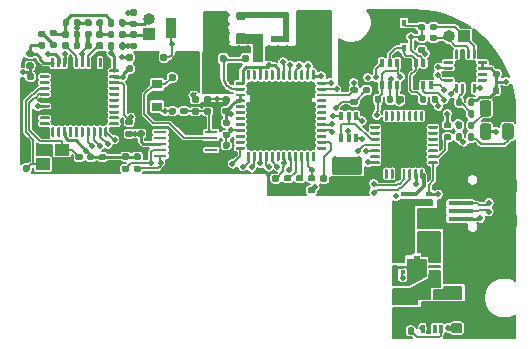
<source format=gbr>
%TF.GenerationSoftware,KiCad,Pcbnew,(5.1.9-0-10_14)*%
%TF.CreationDate,2021-10-29T13:13:03+02:00*%
%TF.ProjectId,Leo_muziekdoos,4c656f5f-6d75-47a6-9965-6b646f6f732e,rev?*%
%TF.SameCoordinates,Original*%
%TF.FileFunction,Copper,L1,Top*%
%TF.FilePolarity,Positive*%
%FSLAX46Y46*%
G04 Gerber Fmt 4.6, Leading zero omitted, Abs format (unit mm)*
G04 Created by KiCad (PCBNEW (5.1.9-0-10_14)) date 2021-10-29 13:13:03*
%MOMM*%
%LPD*%
G01*
G04 APERTURE LIST*
%TA.AperFunction,SMDPad,CuDef*%
%ADD10R,3.350000X3.350000*%
%TD*%
%TA.AperFunction,ComponentPad*%
%ADD11C,0.500000*%
%TD*%
%TA.AperFunction,SMDPad,CuDef*%
%ADD12R,4.600000X4.600000*%
%TD*%
%TA.AperFunction,SMDPad,CuDef*%
%ADD13R,0.900000X1.700000*%
%TD*%
%TA.AperFunction,SMDPad,CuDef*%
%ADD14R,1.100000X0.250000*%
%TD*%
%TA.AperFunction,SMDPad,CuDef*%
%ADD15R,0.600000X0.450000*%
%TD*%
%TA.AperFunction,SMDPad,CuDef*%
%ADD16C,0.100000*%
%TD*%
%TA.AperFunction,SMDPad,CuDef*%
%ADD17R,0.400000X0.325000*%
%TD*%
%TA.AperFunction,SMDPad,CuDef*%
%ADD18R,0.400000X0.200000*%
%TD*%
%TA.AperFunction,SMDPad,CuDef*%
%ADD19R,0.400000X0.650000*%
%TD*%
%TA.AperFunction,ComponentPad*%
%ADD20O,1.000000X1.000000*%
%TD*%
%TA.AperFunction,ComponentPad*%
%ADD21R,1.000000X1.000000*%
%TD*%
%TA.AperFunction,SMDPad,CuDef*%
%ADD22R,0.500000X0.500000*%
%TD*%
%TA.AperFunction,SMDPad,CuDef*%
%ADD23R,0.800000X0.550000*%
%TD*%
%TA.AperFunction,SMDPad,CuDef*%
%ADD24R,1.000000X1.000000*%
%TD*%
%TA.AperFunction,SMDPad,CuDef*%
%ADD25R,2.150000X0.400000*%
%TD*%
%TA.AperFunction,ComponentPad*%
%ADD26R,1.800000X2.000000*%
%TD*%
%TA.AperFunction,ComponentPad*%
%ADD27O,2.150000X1.300000*%
%TD*%
%TA.AperFunction,SMDPad,CuDef*%
%ADD28R,0.900000X0.800000*%
%TD*%
%TA.AperFunction,SMDPad,CuDef*%
%ADD29R,5.300000X5.300000*%
%TD*%
%TA.AperFunction,ComponentPad*%
%ADD30C,0.600000*%
%TD*%
%TA.AperFunction,SMDPad,CuDef*%
%ADD31R,1.450000X1.750000*%
%TD*%
%TA.AperFunction,SMDPad,CuDef*%
%ADD32R,0.300000X0.750000*%
%TD*%
%TA.AperFunction,SMDPad,CuDef*%
%ADD33R,1.200000X1.000000*%
%TD*%
%TA.AperFunction,SMDPad,CuDef*%
%ADD34R,0.450000X0.600000*%
%TD*%
%TA.AperFunction,ViaPad*%
%ADD35C,0.500000*%
%TD*%
%TA.AperFunction,Conductor*%
%ADD36C,0.254000*%
%TD*%
%TA.AperFunction,Conductor*%
%ADD37C,0.203200*%
%TD*%
%TA.AperFunction,Conductor*%
%ADD38C,0.152400*%
%TD*%
%TA.AperFunction,Conductor*%
%ADD39C,0.304800*%
%TD*%
%TA.AperFunction,Conductor*%
%ADD40C,0.457200*%
%TD*%
%TA.AperFunction,Conductor*%
%ADD41C,0.200000*%
%TD*%
%TA.AperFunction,Conductor*%
%ADD42C,0.100000*%
%TD*%
%TA.AperFunction,Conductor*%
%ADD43C,0.025400*%
%TD*%
G04 APERTURE END LIST*
D10*
%TO.P,U10,29*%
%TO.N,GND*%
X73914000Y-75742800D03*
%TO.P,U10,28*%
%TO.N,/programmer/CP_DTR*%
%TA.AperFunction,SMDPad,CuDef*%
G36*
G01*
X71801500Y-77367800D02*
X71126500Y-77367800D01*
G75*
G02*
X71064000Y-77305300I0J62500D01*
G01*
X71064000Y-77180300D01*
G75*
G02*
X71126500Y-77117800I62500J0D01*
G01*
X71801500Y-77117800D01*
G75*
G02*
X71864000Y-77180300I0J-62500D01*
G01*
X71864000Y-77305300D01*
G75*
G02*
X71801500Y-77367800I-62500J0D01*
G01*
G37*
%TD.AperFunction*%
%TO.P,U10,27*%
%TO.N,Net-(U10-Pad27)*%
%TA.AperFunction,SMDPad,CuDef*%
G36*
G01*
X71801500Y-76867800D02*
X71126500Y-76867800D01*
G75*
G02*
X71064000Y-76805300I0J62500D01*
G01*
X71064000Y-76680300D01*
G75*
G02*
X71126500Y-76617800I62500J0D01*
G01*
X71801500Y-76617800D01*
G75*
G02*
X71864000Y-76680300I0J-62500D01*
G01*
X71864000Y-76805300D01*
G75*
G02*
X71801500Y-76867800I-62500J0D01*
G01*
G37*
%TD.AperFunction*%
%TO.P,U10,26*%
%TO.N,/CPU/ESP_RX*%
%TA.AperFunction,SMDPad,CuDef*%
G36*
G01*
X71801500Y-76367800D02*
X71126500Y-76367800D01*
G75*
G02*
X71064000Y-76305300I0J62500D01*
G01*
X71064000Y-76180300D01*
G75*
G02*
X71126500Y-76117800I62500J0D01*
G01*
X71801500Y-76117800D01*
G75*
G02*
X71864000Y-76180300I0J-62500D01*
G01*
X71864000Y-76305300D01*
G75*
G02*
X71801500Y-76367800I-62500J0D01*
G01*
G37*
%TD.AperFunction*%
%TO.P,U10,25*%
%TO.N,/CPU/ESP_TX*%
%TA.AperFunction,SMDPad,CuDef*%
G36*
G01*
X71801500Y-75867800D02*
X71126500Y-75867800D01*
G75*
G02*
X71064000Y-75805300I0J62500D01*
G01*
X71064000Y-75680300D01*
G75*
G02*
X71126500Y-75617800I62500J0D01*
G01*
X71801500Y-75617800D01*
G75*
G02*
X71864000Y-75680300I0J-62500D01*
G01*
X71864000Y-75805300D01*
G75*
G02*
X71801500Y-75867800I-62500J0D01*
G01*
G37*
%TD.AperFunction*%
%TO.P,U10,24*%
%TO.N,/programmer/CP_RTS*%
%TA.AperFunction,SMDPad,CuDef*%
G36*
G01*
X71801500Y-75367800D02*
X71126500Y-75367800D01*
G75*
G02*
X71064000Y-75305300I0J62500D01*
G01*
X71064000Y-75180300D01*
G75*
G02*
X71126500Y-75117800I62500J0D01*
G01*
X71801500Y-75117800D01*
G75*
G02*
X71864000Y-75180300I0J-62500D01*
G01*
X71864000Y-75305300D01*
G75*
G02*
X71801500Y-75367800I-62500J0D01*
G01*
G37*
%TD.AperFunction*%
%TO.P,U10,23*%
%TO.N,Net-(U10-Pad23)*%
%TA.AperFunction,SMDPad,CuDef*%
G36*
G01*
X71801500Y-74867800D02*
X71126500Y-74867800D01*
G75*
G02*
X71064000Y-74805300I0J62500D01*
G01*
X71064000Y-74680300D01*
G75*
G02*
X71126500Y-74617800I62500J0D01*
G01*
X71801500Y-74617800D01*
G75*
G02*
X71864000Y-74680300I0J-62500D01*
G01*
X71864000Y-74805300D01*
G75*
G02*
X71801500Y-74867800I-62500J0D01*
G01*
G37*
%TD.AperFunction*%
%TO.P,U10,22*%
%TO.N,Net-(U10-Pad22)*%
%TA.AperFunction,SMDPad,CuDef*%
G36*
G01*
X71801500Y-74367800D02*
X71126500Y-74367800D01*
G75*
G02*
X71064000Y-74305300I0J62500D01*
G01*
X71064000Y-74180300D01*
G75*
G02*
X71126500Y-74117800I62500J0D01*
G01*
X71801500Y-74117800D01*
G75*
G02*
X71864000Y-74180300I0J-62500D01*
G01*
X71864000Y-74305300D01*
G75*
G02*
X71801500Y-74367800I-62500J0D01*
G01*
G37*
%TD.AperFunction*%
%TO.P,U10,21*%
%TO.N,Net-(U10-Pad21)*%
%TA.AperFunction,SMDPad,CuDef*%
G36*
G01*
X72476500Y-73692800D02*
X72351500Y-73692800D01*
G75*
G02*
X72289000Y-73630300I0J62500D01*
G01*
X72289000Y-72955300D01*
G75*
G02*
X72351500Y-72892800I62500J0D01*
G01*
X72476500Y-72892800D01*
G75*
G02*
X72539000Y-72955300I0J-62500D01*
G01*
X72539000Y-73630300D01*
G75*
G02*
X72476500Y-73692800I-62500J0D01*
G01*
G37*
%TD.AperFunction*%
%TO.P,U10,20*%
%TO.N,Net-(U10-Pad20)*%
%TA.AperFunction,SMDPad,CuDef*%
G36*
G01*
X72976500Y-73692800D02*
X72851500Y-73692800D01*
G75*
G02*
X72789000Y-73630300I0J62500D01*
G01*
X72789000Y-72955300D01*
G75*
G02*
X72851500Y-72892800I62500J0D01*
G01*
X72976500Y-72892800D01*
G75*
G02*
X73039000Y-72955300I0J-62500D01*
G01*
X73039000Y-73630300D01*
G75*
G02*
X72976500Y-73692800I-62500J0D01*
G01*
G37*
%TD.AperFunction*%
%TO.P,U10,19*%
%TO.N,Net-(U10-Pad19)*%
%TA.AperFunction,SMDPad,CuDef*%
G36*
G01*
X73476500Y-73692800D02*
X73351500Y-73692800D01*
G75*
G02*
X73289000Y-73630300I0J62500D01*
G01*
X73289000Y-72955300D01*
G75*
G02*
X73351500Y-72892800I62500J0D01*
G01*
X73476500Y-72892800D01*
G75*
G02*
X73539000Y-72955300I0J-62500D01*
G01*
X73539000Y-73630300D01*
G75*
G02*
X73476500Y-73692800I-62500J0D01*
G01*
G37*
%TD.AperFunction*%
%TO.P,U10,18*%
%TO.N,Net-(U10-Pad18)*%
%TA.AperFunction,SMDPad,CuDef*%
G36*
G01*
X73976500Y-73692800D02*
X73851500Y-73692800D01*
G75*
G02*
X73789000Y-73630300I0J62500D01*
G01*
X73789000Y-72955300D01*
G75*
G02*
X73851500Y-72892800I62500J0D01*
G01*
X73976500Y-72892800D01*
G75*
G02*
X74039000Y-72955300I0J-62500D01*
G01*
X74039000Y-73630300D01*
G75*
G02*
X73976500Y-73692800I-62500J0D01*
G01*
G37*
%TD.AperFunction*%
%TO.P,U10,17*%
%TO.N,Net-(U10-Pad17)*%
%TA.AperFunction,SMDPad,CuDef*%
G36*
G01*
X74476500Y-73692800D02*
X74351500Y-73692800D01*
G75*
G02*
X74289000Y-73630300I0J62500D01*
G01*
X74289000Y-72955300D01*
G75*
G02*
X74351500Y-72892800I62500J0D01*
G01*
X74476500Y-72892800D01*
G75*
G02*
X74539000Y-72955300I0J-62500D01*
G01*
X74539000Y-73630300D01*
G75*
G02*
X74476500Y-73692800I-62500J0D01*
G01*
G37*
%TD.AperFunction*%
%TO.P,U10,16*%
%TO.N,Net-(U10-Pad16)*%
%TA.AperFunction,SMDPad,CuDef*%
G36*
G01*
X74976500Y-73692800D02*
X74851500Y-73692800D01*
G75*
G02*
X74789000Y-73630300I0J62500D01*
G01*
X74789000Y-72955300D01*
G75*
G02*
X74851500Y-72892800I62500J0D01*
G01*
X74976500Y-72892800D01*
G75*
G02*
X75039000Y-72955300I0J-62500D01*
G01*
X75039000Y-73630300D01*
G75*
G02*
X74976500Y-73692800I-62500J0D01*
G01*
G37*
%TD.AperFunction*%
%TO.P,U10,15*%
%TO.N,Net-(U10-Pad15)*%
%TA.AperFunction,SMDPad,CuDef*%
G36*
G01*
X75476500Y-73692800D02*
X75351500Y-73692800D01*
G75*
G02*
X75289000Y-73630300I0J62500D01*
G01*
X75289000Y-72955300D01*
G75*
G02*
X75351500Y-72892800I62500J0D01*
G01*
X75476500Y-72892800D01*
G75*
G02*
X75539000Y-72955300I0J-62500D01*
G01*
X75539000Y-73630300D01*
G75*
G02*
X75476500Y-73692800I-62500J0D01*
G01*
G37*
%TD.AperFunction*%
%TO.P,U10,14*%
%TO.N,Net-(U10-Pad14)*%
%TA.AperFunction,SMDPad,CuDef*%
G36*
G01*
X76701500Y-74367800D02*
X76026500Y-74367800D01*
G75*
G02*
X75964000Y-74305300I0J62500D01*
G01*
X75964000Y-74180300D01*
G75*
G02*
X76026500Y-74117800I62500J0D01*
G01*
X76701500Y-74117800D01*
G75*
G02*
X76764000Y-74180300I0J-62500D01*
G01*
X76764000Y-74305300D01*
G75*
G02*
X76701500Y-74367800I-62500J0D01*
G01*
G37*
%TD.AperFunction*%
%TO.P,U10,13*%
%TO.N,Net-(U10-Pad13)*%
%TA.AperFunction,SMDPad,CuDef*%
G36*
G01*
X76701500Y-74867800D02*
X76026500Y-74867800D01*
G75*
G02*
X75964000Y-74805300I0J62500D01*
G01*
X75964000Y-74680300D01*
G75*
G02*
X76026500Y-74617800I62500J0D01*
G01*
X76701500Y-74617800D01*
G75*
G02*
X76764000Y-74680300I0J-62500D01*
G01*
X76764000Y-74805300D01*
G75*
G02*
X76701500Y-74867800I-62500J0D01*
G01*
G37*
%TD.AperFunction*%
%TO.P,U10,12*%
%TO.N,Net-(U10-Pad12)*%
%TA.AperFunction,SMDPad,CuDef*%
G36*
G01*
X76701500Y-75367800D02*
X76026500Y-75367800D01*
G75*
G02*
X75964000Y-75305300I0J62500D01*
G01*
X75964000Y-75180300D01*
G75*
G02*
X76026500Y-75117800I62500J0D01*
G01*
X76701500Y-75117800D01*
G75*
G02*
X76764000Y-75180300I0J-62500D01*
G01*
X76764000Y-75305300D01*
G75*
G02*
X76701500Y-75367800I-62500J0D01*
G01*
G37*
%TD.AperFunction*%
%TO.P,U10,11*%
%TO.N,Net-(U10-Pad11)*%
%TA.AperFunction,SMDPad,CuDef*%
G36*
G01*
X76701500Y-75867800D02*
X76026500Y-75867800D01*
G75*
G02*
X75964000Y-75805300I0J62500D01*
G01*
X75964000Y-75680300D01*
G75*
G02*
X76026500Y-75617800I62500J0D01*
G01*
X76701500Y-75617800D01*
G75*
G02*
X76764000Y-75680300I0J-62500D01*
G01*
X76764000Y-75805300D01*
G75*
G02*
X76701500Y-75867800I-62500J0D01*
G01*
G37*
%TD.AperFunction*%
%TO.P,U10,10*%
%TO.N,Net-(U10-Pad10)*%
%TA.AperFunction,SMDPad,CuDef*%
G36*
G01*
X76701500Y-76367800D02*
X76026500Y-76367800D01*
G75*
G02*
X75964000Y-76305300I0J62500D01*
G01*
X75964000Y-76180300D01*
G75*
G02*
X76026500Y-76117800I62500J0D01*
G01*
X76701500Y-76117800D01*
G75*
G02*
X76764000Y-76180300I0J-62500D01*
G01*
X76764000Y-76305300D01*
G75*
G02*
X76701500Y-76367800I-62500J0D01*
G01*
G37*
%TD.AperFunction*%
%TO.P,U10,9*%
%TO.N,/programmer/CP_RST*%
%TA.AperFunction,SMDPad,CuDef*%
G36*
G01*
X76701500Y-76867800D02*
X76026500Y-76867800D01*
G75*
G02*
X75964000Y-76805300I0J62500D01*
G01*
X75964000Y-76680300D01*
G75*
G02*
X76026500Y-76617800I62500J0D01*
G01*
X76701500Y-76617800D01*
G75*
G02*
X76764000Y-76680300I0J-62500D01*
G01*
X76764000Y-76805300D01*
G75*
G02*
X76701500Y-76867800I-62500J0D01*
G01*
G37*
%TD.AperFunction*%
%TO.P,U10,8*%
%TO.N,VBUS*%
%TA.AperFunction,SMDPad,CuDef*%
G36*
G01*
X76701500Y-77367800D02*
X76026500Y-77367800D01*
G75*
G02*
X75964000Y-77305300I0J62500D01*
G01*
X75964000Y-77180300D01*
G75*
G02*
X76026500Y-77117800I62500J0D01*
G01*
X76701500Y-77117800D01*
G75*
G02*
X76764000Y-77180300I0J-62500D01*
G01*
X76764000Y-77305300D01*
G75*
G02*
X76701500Y-77367800I-62500J0D01*
G01*
G37*
%TD.AperFunction*%
%TO.P,U10,7*%
%TO.N,Net-(D4-Pad1)*%
%TA.AperFunction,SMDPad,CuDef*%
G36*
G01*
X75476500Y-78592800D02*
X75351500Y-78592800D01*
G75*
G02*
X75289000Y-78530300I0J62500D01*
G01*
X75289000Y-77855300D01*
G75*
G02*
X75351500Y-77792800I62500J0D01*
G01*
X75476500Y-77792800D01*
G75*
G02*
X75539000Y-77855300I0J-62500D01*
G01*
X75539000Y-78530300D01*
G75*
G02*
X75476500Y-78592800I-62500J0D01*
G01*
G37*
%TD.AperFunction*%
%TO.P,U10,6*%
%TO.N,+3V3*%
%TA.AperFunction,SMDPad,CuDef*%
G36*
G01*
X74976500Y-78592800D02*
X74851500Y-78592800D01*
G75*
G02*
X74789000Y-78530300I0J62500D01*
G01*
X74789000Y-77855300D01*
G75*
G02*
X74851500Y-77792800I62500J0D01*
G01*
X74976500Y-77792800D01*
G75*
G02*
X75039000Y-77855300I0J-62500D01*
G01*
X75039000Y-78530300D01*
G75*
G02*
X74976500Y-78592800I-62500J0D01*
G01*
G37*
%TD.AperFunction*%
%TO.P,U10,5*%
%TO.N,/Power/USB_D-*%
%TA.AperFunction,SMDPad,CuDef*%
G36*
G01*
X74476500Y-78592800D02*
X74351500Y-78592800D01*
G75*
G02*
X74289000Y-78530300I0J62500D01*
G01*
X74289000Y-77855300D01*
G75*
G02*
X74351500Y-77792800I62500J0D01*
G01*
X74476500Y-77792800D01*
G75*
G02*
X74539000Y-77855300I0J-62500D01*
G01*
X74539000Y-78530300D01*
G75*
G02*
X74476500Y-78592800I-62500J0D01*
G01*
G37*
%TD.AperFunction*%
%TO.P,U10,4*%
%TO.N,/Power/USB_D+*%
%TA.AperFunction,SMDPad,CuDef*%
G36*
G01*
X73976500Y-78592800D02*
X73851500Y-78592800D01*
G75*
G02*
X73789000Y-78530300I0J62500D01*
G01*
X73789000Y-77855300D01*
G75*
G02*
X73851500Y-77792800I62500J0D01*
G01*
X73976500Y-77792800D01*
G75*
G02*
X74039000Y-77855300I0J-62500D01*
G01*
X74039000Y-78530300D01*
G75*
G02*
X73976500Y-78592800I-62500J0D01*
G01*
G37*
%TD.AperFunction*%
%TO.P,U10,3*%
%TO.N,GND*%
%TA.AperFunction,SMDPad,CuDef*%
G36*
G01*
X73476500Y-78592800D02*
X73351500Y-78592800D01*
G75*
G02*
X73289000Y-78530300I0J62500D01*
G01*
X73289000Y-77855300D01*
G75*
G02*
X73351500Y-77792800I62500J0D01*
G01*
X73476500Y-77792800D01*
G75*
G02*
X73539000Y-77855300I0J-62500D01*
G01*
X73539000Y-78530300D01*
G75*
G02*
X73476500Y-78592800I-62500J0D01*
G01*
G37*
%TD.AperFunction*%
%TO.P,U10,2*%
%TO.N,Net-(U10-Pad2)*%
%TA.AperFunction,SMDPad,CuDef*%
G36*
G01*
X72976500Y-78592800D02*
X72851500Y-78592800D01*
G75*
G02*
X72789000Y-78530300I0J62500D01*
G01*
X72789000Y-77855300D01*
G75*
G02*
X72851500Y-77792800I62500J0D01*
G01*
X72976500Y-77792800D01*
G75*
G02*
X73039000Y-77855300I0J-62500D01*
G01*
X73039000Y-78530300D01*
G75*
G02*
X72976500Y-78592800I-62500J0D01*
G01*
G37*
%TD.AperFunction*%
%TO.P,U10,1*%
%TO.N,Net-(U10-Pad1)*%
%TA.AperFunction,SMDPad,CuDef*%
G36*
G01*
X72476500Y-78592800D02*
X72351500Y-78592800D01*
G75*
G02*
X72289000Y-78530300I0J62500D01*
G01*
X72289000Y-77855300D01*
G75*
G02*
X72351500Y-77792800I62500J0D01*
G01*
X72476500Y-77792800D01*
G75*
G02*
X72539000Y-77855300I0J-62500D01*
G01*
X72539000Y-78530300D01*
G75*
G02*
X72476500Y-78592800I-62500J0D01*
G01*
G37*
%TD.AperFunction*%
%TD*%
D11*
%TO.P,U3,41*%
%TO.N,GND*%
X44381200Y-73754200D03*
X44381200Y-72729200D03*
X44381200Y-71704200D03*
X44381200Y-70679200D03*
X44381200Y-69654200D03*
X45406200Y-73754200D03*
X45406200Y-72729200D03*
X45406200Y-71704200D03*
X45406200Y-70679200D03*
X45406200Y-69654200D03*
X46431200Y-73754200D03*
X46431200Y-72729200D03*
X46431200Y-71704200D03*
X46431200Y-70679200D03*
X46431200Y-69654200D03*
X47456200Y-73754200D03*
X47456200Y-72729200D03*
X47456200Y-71704200D03*
X47456200Y-70679200D03*
X47456200Y-69654200D03*
X48481200Y-73754200D03*
X48481200Y-72729200D03*
X48481200Y-71704200D03*
X48481200Y-70679200D03*
X48481200Y-69654200D03*
D12*
X46431200Y-71704200D03*
%TO.P,U3,40*%
%TO.N,+3V3*%
%TA.AperFunction,SMDPad,CuDef*%
G36*
G01*
X49018700Y-69329200D02*
X49718700Y-69329200D01*
G75*
G02*
X49781200Y-69391700I0J-62500D01*
G01*
X49781200Y-69516700D01*
G75*
G02*
X49718700Y-69579200I-62500J0D01*
G01*
X49018700Y-69579200D01*
G75*
G02*
X48956200Y-69516700I0J62500D01*
G01*
X48956200Y-69391700D01*
G75*
G02*
X49018700Y-69329200I62500J0D01*
G01*
G37*
%TD.AperFunction*%
%TO.P,U3,39*%
%TA.AperFunction,SMDPad,CuDef*%
G36*
G01*
X49018700Y-69829200D02*
X49718700Y-69829200D01*
G75*
G02*
X49781200Y-69891700I0J-62500D01*
G01*
X49781200Y-70016700D01*
G75*
G02*
X49718700Y-70079200I-62500J0D01*
G01*
X49018700Y-70079200D01*
G75*
G02*
X48956200Y-70016700I0J62500D01*
G01*
X48956200Y-69891700D01*
G75*
G02*
X49018700Y-69829200I62500J0D01*
G01*
G37*
%TD.AperFunction*%
%TO.P,U3,38*%
%TO.N,/CPU/~NFC_RST*%
%TA.AperFunction,SMDPad,CuDef*%
G36*
G01*
X49018700Y-70329200D02*
X49718700Y-70329200D01*
G75*
G02*
X49781200Y-70391700I0J-62500D01*
G01*
X49781200Y-70516700D01*
G75*
G02*
X49718700Y-70579200I-62500J0D01*
G01*
X49018700Y-70579200D01*
G75*
G02*
X48956200Y-70516700I0J62500D01*
G01*
X48956200Y-70391700D01*
G75*
G02*
X49018700Y-70329200I62500J0D01*
G01*
G37*
%TD.AperFunction*%
%TO.P,U3,37*%
%TO.N,Net-(U3-Pad37)*%
%TA.AperFunction,SMDPad,CuDef*%
G36*
G01*
X49018700Y-70829200D02*
X49718700Y-70829200D01*
G75*
G02*
X49781200Y-70891700I0J-62500D01*
G01*
X49781200Y-71016700D01*
G75*
G02*
X49718700Y-71079200I-62500J0D01*
G01*
X49018700Y-71079200D01*
G75*
G02*
X48956200Y-71016700I0J62500D01*
G01*
X48956200Y-70891700D01*
G75*
G02*
X49018700Y-70829200I62500J0D01*
G01*
G37*
%TD.AperFunction*%
%TO.P,U3,36*%
%TO.N,Net-(U3-Pad36)*%
%TA.AperFunction,SMDPad,CuDef*%
G36*
G01*
X49018700Y-71329200D02*
X49718700Y-71329200D01*
G75*
G02*
X49781200Y-71391700I0J-62500D01*
G01*
X49781200Y-71516700D01*
G75*
G02*
X49718700Y-71579200I-62500J0D01*
G01*
X49018700Y-71579200D01*
G75*
G02*
X48956200Y-71516700I0J62500D01*
G01*
X48956200Y-71391700D01*
G75*
G02*
X49018700Y-71329200I62500J0D01*
G01*
G37*
%TD.AperFunction*%
%TO.P,U3,35*%
%TO.N,Net-(U3-Pad35)*%
%TA.AperFunction,SMDPad,CuDef*%
G36*
G01*
X49018700Y-71829200D02*
X49718700Y-71829200D01*
G75*
G02*
X49781200Y-71891700I0J-62500D01*
G01*
X49781200Y-72016700D01*
G75*
G02*
X49718700Y-72079200I-62500J0D01*
G01*
X49018700Y-72079200D01*
G75*
G02*
X48956200Y-72016700I0J62500D01*
G01*
X48956200Y-71891700D01*
G75*
G02*
X49018700Y-71829200I62500J0D01*
G01*
G37*
%TD.AperFunction*%
%TO.P,U3,34*%
%TO.N,Net-(U3-Pad34)*%
%TA.AperFunction,SMDPad,CuDef*%
G36*
G01*
X49018700Y-72329200D02*
X49718700Y-72329200D01*
G75*
G02*
X49781200Y-72391700I0J-62500D01*
G01*
X49781200Y-72516700D01*
G75*
G02*
X49718700Y-72579200I-62500J0D01*
G01*
X49018700Y-72579200D01*
G75*
G02*
X48956200Y-72516700I0J62500D01*
G01*
X48956200Y-72391700D01*
G75*
G02*
X49018700Y-72329200I62500J0D01*
G01*
G37*
%TD.AperFunction*%
%TO.P,U3,33*%
%TO.N,Net-(U3-Pad33)*%
%TA.AperFunction,SMDPad,CuDef*%
G36*
G01*
X49018700Y-72829200D02*
X49718700Y-72829200D01*
G75*
G02*
X49781200Y-72891700I0J-62500D01*
G01*
X49781200Y-73016700D01*
G75*
G02*
X49718700Y-73079200I-62500J0D01*
G01*
X49018700Y-73079200D01*
G75*
G02*
X48956200Y-73016700I0J62500D01*
G01*
X48956200Y-72891700D01*
G75*
G02*
X49018700Y-72829200I62500J0D01*
G01*
G37*
%TD.AperFunction*%
%TO.P,U3,32*%
%TO.N,Net-(U3-Pad32)*%
%TA.AperFunction,SMDPad,CuDef*%
G36*
G01*
X49018700Y-73329200D02*
X49718700Y-73329200D01*
G75*
G02*
X49781200Y-73391700I0J-62500D01*
G01*
X49781200Y-73516700D01*
G75*
G02*
X49718700Y-73579200I-62500J0D01*
G01*
X49018700Y-73579200D01*
G75*
G02*
X48956200Y-73516700I0J62500D01*
G01*
X48956200Y-73391700D01*
G75*
G02*
X49018700Y-73329200I62500J0D01*
G01*
G37*
%TD.AperFunction*%
%TO.P,U3,31*%
%TO.N,Net-(U3-Pad31)*%
%TA.AperFunction,SMDPad,CuDef*%
G36*
G01*
X49018700Y-73829200D02*
X49718700Y-73829200D01*
G75*
G02*
X49781200Y-73891700I0J-62500D01*
G01*
X49781200Y-74016700D01*
G75*
G02*
X49718700Y-74079200I-62500J0D01*
G01*
X49018700Y-74079200D01*
G75*
G02*
X48956200Y-74016700I0J62500D01*
G01*
X48956200Y-73891700D01*
G75*
G02*
X49018700Y-73829200I62500J0D01*
G01*
G37*
%TD.AperFunction*%
%TO.P,U3,30*%
%TO.N,/CPU/NFC_SPI_SCK*%
%TA.AperFunction,SMDPad,CuDef*%
G36*
G01*
X48618700Y-74229200D02*
X48743700Y-74229200D01*
G75*
G02*
X48806200Y-74291700I0J-62500D01*
G01*
X48806200Y-74991700D01*
G75*
G02*
X48743700Y-75054200I-62500J0D01*
G01*
X48618700Y-75054200D01*
G75*
G02*
X48556200Y-74991700I0J62500D01*
G01*
X48556200Y-74291700D01*
G75*
G02*
X48618700Y-74229200I62500J0D01*
G01*
G37*
%TD.AperFunction*%
%TO.P,U3,29*%
%TO.N,/CPU/NFC_SPI_MISO*%
%TA.AperFunction,SMDPad,CuDef*%
G36*
G01*
X48118700Y-74229200D02*
X48243700Y-74229200D01*
G75*
G02*
X48306200Y-74291700I0J-62500D01*
G01*
X48306200Y-74991700D01*
G75*
G02*
X48243700Y-75054200I-62500J0D01*
G01*
X48118700Y-75054200D01*
G75*
G02*
X48056200Y-74991700I0J62500D01*
G01*
X48056200Y-74291700D01*
G75*
G02*
X48118700Y-74229200I62500J0D01*
G01*
G37*
%TD.AperFunction*%
%TO.P,U3,28*%
%TO.N,/CPU/NFC_SPI_MOSI*%
%TA.AperFunction,SMDPad,CuDef*%
G36*
G01*
X47618700Y-74229200D02*
X47743700Y-74229200D01*
G75*
G02*
X47806200Y-74291700I0J-62500D01*
G01*
X47806200Y-74991700D01*
G75*
G02*
X47743700Y-75054200I-62500J0D01*
G01*
X47618700Y-75054200D01*
G75*
G02*
X47556200Y-74991700I0J62500D01*
G01*
X47556200Y-74291700D01*
G75*
G02*
X47618700Y-74229200I62500J0D01*
G01*
G37*
%TD.AperFunction*%
%TO.P,U3,27*%
%TO.N,/CPU/NFC_SPI_CS*%
%TA.AperFunction,SMDPad,CuDef*%
G36*
G01*
X47118700Y-74229200D02*
X47243700Y-74229200D01*
G75*
G02*
X47306200Y-74291700I0J-62500D01*
G01*
X47306200Y-74991700D01*
G75*
G02*
X47243700Y-75054200I-62500J0D01*
G01*
X47118700Y-75054200D01*
G75*
G02*
X47056200Y-74991700I0J62500D01*
G01*
X47056200Y-74291700D01*
G75*
G02*
X47118700Y-74229200I62500J0D01*
G01*
G37*
%TD.AperFunction*%
%TO.P,U3,26*%
%TO.N,Net-(U3-Pad26)*%
%TA.AperFunction,SMDPad,CuDef*%
G36*
G01*
X46618700Y-74229200D02*
X46743700Y-74229200D01*
G75*
G02*
X46806200Y-74291700I0J-62500D01*
G01*
X46806200Y-74991700D01*
G75*
G02*
X46743700Y-75054200I-62500J0D01*
G01*
X46618700Y-75054200D01*
G75*
G02*
X46556200Y-74991700I0J62500D01*
G01*
X46556200Y-74291700D01*
G75*
G02*
X46618700Y-74229200I62500J0D01*
G01*
G37*
%TD.AperFunction*%
%TO.P,U3,25*%
%TO.N,Net-(U3-Pad25)*%
%TA.AperFunction,SMDPad,CuDef*%
G36*
G01*
X46118700Y-74229200D02*
X46243700Y-74229200D01*
G75*
G02*
X46306200Y-74291700I0J-62500D01*
G01*
X46306200Y-74991700D01*
G75*
G02*
X46243700Y-75054200I-62500J0D01*
G01*
X46118700Y-75054200D01*
G75*
G02*
X46056200Y-74991700I0J62500D01*
G01*
X46056200Y-74291700D01*
G75*
G02*
X46118700Y-74229200I62500J0D01*
G01*
G37*
%TD.AperFunction*%
%TO.P,U3,24*%
%TO.N,Net-(U3-Pad24)*%
%TA.AperFunction,SMDPad,CuDef*%
G36*
G01*
X45618700Y-74229200D02*
X45743700Y-74229200D01*
G75*
G02*
X45806200Y-74291700I0J-62500D01*
G01*
X45806200Y-74991700D01*
G75*
G02*
X45743700Y-75054200I-62500J0D01*
G01*
X45618700Y-75054200D01*
G75*
G02*
X45556200Y-74991700I0J62500D01*
G01*
X45556200Y-74291700D01*
G75*
G02*
X45618700Y-74229200I62500J0D01*
G01*
G37*
%TD.AperFunction*%
%TO.P,U3,23*%
%TO.N,+3V3*%
%TA.AperFunction,SMDPad,CuDef*%
G36*
G01*
X45118700Y-74229200D02*
X45243700Y-74229200D01*
G75*
G02*
X45306200Y-74291700I0J-62500D01*
G01*
X45306200Y-74991700D01*
G75*
G02*
X45243700Y-75054200I-62500J0D01*
G01*
X45118700Y-75054200D01*
G75*
G02*
X45056200Y-74991700I0J62500D01*
G01*
X45056200Y-74291700D01*
G75*
G02*
X45118700Y-74229200I62500J0D01*
G01*
G37*
%TD.AperFunction*%
%TO.P,U3,22*%
%TO.N,Net-(U3-Pad22)*%
%TA.AperFunction,SMDPad,CuDef*%
G36*
G01*
X44618700Y-74229200D02*
X44743700Y-74229200D01*
G75*
G02*
X44806200Y-74291700I0J-62500D01*
G01*
X44806200Y-74991700D01*
G75*
G02*
X44743700Y-75054200I-62500J0D01*
G01*
X44618700Y-75054200D01*
G75*
G02*
X44556200Y-74991700I0J62500D01*
G01*
X44556200Y-74291700D01*
G75*
G02*
X44618700Y-74229200I62500J0D01*
G01*
G37*
%TD.AperFunction*%
%TO.P,U3,21*%
%TO.N,Net-(U3-Pad21)*%
%TA.AperFunction,SMDPad,CuDef*%
G36*
G01*
X44118700Y-74229200D02*
X44243700Y-74229200D01*
G75*
G02*
X44306200Y-74291700I0J-62500D01*
G01*
X44306200Y-74991700D01*
G75*
G02*
X44243700Y-75054200I-62500J0D01*
G01*
X44118700Y-75054200D01*
G75*
G02*
X44056200Y-74991700I0J62500D01*
G01*
X44056200Y-74291700D01*
G75*
G02*
X44118700Y-74229200I62500J0D01*
G01*
G37*
%TD.AperFunction*%
%TO.P,U3,20*%
%TO.N,Net-(U3-Pad20)*%
%TA.AperFunction,SMDPad,CuDef*%
G36*
G01*
X43143700Y-73829200D02*
X43843700Y-73829200D01*
G75*
G02*
X43906200Y-73891700I0J-62500D01*
G01*
X43906200Y-74016700D01*
G75*
G02*
X43843700Y-74079200I-62500J0D01*
G01*
X43143700Y-74079200D01*
G75*
G02*
X43081200Y-74016700I0J62500D01*
G01*
X43081200Y-73891700D01*
G75*
G02*
X43143700Y-73829200I62500J0D01*
G01*
G37*
%TD.AperFunction*%
%TO.P,U3,19*%
%TO.N,Net-(U3-Pad19)*%
%TA.AperFunction,SMDPad,CuDef*%
G36*
G01*
X43143700Y-73329200D02*
X43843700Y-73329200D01*
G75*
G02*
X43906200Y-73391700I0J-62500D01*
G01*
X43906200Y-73516700D01*
G75*
G02*
X43843700Y-73579200I-62500J0D01*
G01*
X43143700Y-73579200D01*
G75*
G02*
X43081200Y-73516700I0J62500D01*
G01*
X43081200Y-73391700D01*
G75*
G02*
X43143700Y-73329200I62500J0D01*
G01*
G37*
%TD.AperFunction*%
%TO.P,U3,18*%
%TO.N,GND*%
%TA.AperFunction,SMDPad,CuDef*%
G36*
G01*
X43143700Y-72829200D02*
X43843700Y-72829200D01*
G75*
G02*
X43906200Y-72891700I0J-62500D01*
G01*
X43906200Y-73016700D01*
G75*
G02*
X43843700Y-73079200I-62500J0D01*
G01*
X43143700Y-73079200D01*
G75*
G02*
X43081200Y-73016700I0J62500D01*
G01*
X43081200Y-72891700D01*
G75*
G02*
X43143700Y-72829200I62500J0D01*
G01*
G37*
%TD.AperFunction*%
%TO.P,U3,17*%
%TO.N,+3V3*%
%TA.AperFunction,SMDPad,CuDef*%
G36*
G01*
X43143700Y-72329200D02*
X43843700Y-72329200D01*
G75*
G02*
X43906200Y-72391700I0J-62500D01*
G01*
X43906200Y-72516700D01*
G75*
G02*
X43843700Y-72579200I-62500J0D01*
G01*
X43143700Y-72579200D01*
G75*
G02*
X43081200Y-72516700I0J62500D01*
G01*
X43081200Y-72391700D01*
G75*
G02*
X43143700Y-72329200I62500J0D01*
G01*
G37*
%TD.AperFunction*%
%TO.P,U3,16*%
%TO.N,GND*%
%TA.AperFunction,SMDPad,CuDef*%
G36*
G01*
X43143700Y-71829200D02*
X43843700Y-71829200D01*
G75*
G02*
X43906200Y-71891700I0J-62500D01*
G01*
X43906200Y-72016700D01*
G75*
G02*
X43843700Y-72079200I-62500J0D01*
G01*
X43143700Y-72079200D01*
G75*
G02*
X43081200Y-72016700I0J62500D01*
G01*
X43081200Y-71891700D01*
G75*
G02*
X43143700Y-71829200I62500J0D01*
G01*
G37*
%TD.AperFunction*%
%TO.P,U3,15*%
%TO.N,/NFC/OSC_OUT*%
%TA.AperFunction,SMDPad,CuDef*%
G36*
G01*
X43143700Y-71329200D02*
X43843700Y-71329200D01*
G75*
G02*
X43906200Y-71391700I0J-62500D01*
G01*
X43906200Y-71516700D01*
G75*
G02*
X43843700Y-71579200I-62500J0D01*
G01*
X43143700Y-71579200D01*
G75*
G02*
X43081200Y-71516700I0J62500D01*
G01*
X43081200Y-71391700D01*
G75*
G02*
X43143700Y-71329200I62500J0D01*
G01*
G37*
%TD.AperFunction*%
%TO.P,U3,14*%
%TO.N,/NFC/OSC_in*%
%TA.AperFunction,SMDPad,CuDef*%
G36*
G01*
X43143700Y-70829200D02*
X43843700Y-70829200D01*
G75*
G02*
X43906200Y-70891700I0J-62500D01*
G01*
X43906200Y-71016700D01*
G75*
G02*
X43843700Y-71079200I-62500J0D01*
G01*
X43143700Y-71079200D01*
G75*
G02*
X43081200Y-71016700I0J62500D01*
G01*
X43081200Y-70891700D01*
G75*
G02*
X43143700Y-70829200I62500J0D01*
G01*
G37*
%TD.AperFunction*%
%TO.P,U3,13*%
%TO.N,Net-(U3-Pad13)*%
%TA.AperFunction,SMDPad,CuDef*%
G36*
G01*
X43143700Y-70329200D02*
X43843700Y-70329200D01*
G75*
G02*
X43906200Y-70391700I0J-62500D01*
G01*
X43906200Y-70516700D01*
G75*
G02*
X43843700Y-70579200I-62500J0D01*
G01*
X43143700Y-70579200D01*
G75*
G02*
X43081200Y-70516700I0J62500D01*
G01*
X43081200Y-70391700D01*
G75*
G02*
X43143700Y-70329200I62500J0D01*
G01*
G37*
%TD.AperFunction*%
%TO.P,U3,12*%
%TO.N,Net-(U3-Pad12)*%
%TA.AperFunction,SMDPad,CuDef*%
G36*
G01*
X43143700Y-69829200D02*
X43843700Y-69829200D01*
G75*
G02*
X43906200Y-69891700I0J-62500D01*
G01*
X43906200Y-70016700D01*
G75*
G02*
X43843700Y-70079200I-62500J0D01*
G01*
X43143700Y-70079200D01*
G75*
G02*
X43081200Y-70016700I0J62500D01*
G01*
X43081200Y-69891700D01*
G75*
G02*
X43143700Y-69829200I62500J0D01*
G01*
G37*
%TD.AperFunction*%
%TO.P,U3,11*%
%TO.N,GND*%
%TA.AperFunction,SMDPad,CuDef*%
G36*
G01*
X43143700Y-69329200D02*
X43843700Y-69329200D01*
G75*
G02*
X43906200Y-69391700I0J-62500D01*
G01*
X43906200Y-69516700D01*
G75*
G02*
X43843700Y-69579200I-62500J0D01*
G01*
X43143700Y-69579200D01*
G75*
G02*
X43081200Y-69516700I0J62500D01*
G01*
X43081200Y-69391700D01*
G75*
G02*
X43143700Y-69329200I62500J0D01*
G01*
G37*
%TD.AperFunction*%
%TO.P,U3,10*%
%TO.N,/NFC/RX*%
%TA.AperFunction,SMDPad,CuDef*%
G36*
G01*
X44118700Y-68354200D02*
X44243700Y-68354200D01*
G75*
G02*
X44306200Y-68416700I0J-62500D01*
G01*
X44306200Y-69116700D01*
G75*
G02*
X44243700Y-69179200I-62500J0D01*
G01*
X44118700Y-69179200D01*
G75*
G02*
X44056200Y-69116700I0J62500D01*
G01*
X44056200Y-68416700D01*
G75*
G02*
X44118700Y-68354200I62500J0D01*
G01*
G37*
%TD.AperFunction*%
%TO.P,U3,9*%
%TO.N,/NFC/VMID*%
%TA.AperFunction,SMDPad,CuDef*%
G36*
G01*
X44618700Y-68354200D02*
X44743700Y-68354200D01*
G75*
G02*
X44806200Y-68416700I0J-62500D01*
G01*
X44806200Y-69116700D01*
G75*
G02*
X44743700Y-69179200I-62500J0D01*
G01*
X44618700Y-69179200D01*
G75*
G02*
X44556200Y-69116700I0J62500D01*
G01*
X44556200Y-68416700D01*
G75*
G02*
X44618700Y-68354200I62500J0D01*
G01*
G37*
%TD.AperFunction*%
%TO.P,U3,8*%
%TO.N,+3V3*%
%TA.AperFunction,SMDPad,CuDef*%
G36*
G01*
X45118700Y-68354200D02*
X45243700Y-68354200D01*
G75*
G02*
X45306200Y-68416700I0J-62500D01*
G01*
X45306200Y-69116700D01*
G75*
G02*
X45243700Y-69179200I-62500J0D01*
G01*
X45118700Y-69179200D01*
G75*
G02*
X45056200Y-69116700I0J62500D01*
G01*
X45056200Y-68416700D01*
G75*
G02*
X45118700Y-68354200I62500J0D01*
G01*
G37*
%TD.AperFunction*%
%TO.P,U3,7*%
%TO.N,GND*%
%TA.AperFunction,SMDPad,CuDef*%
G36*
G01*
X45618700Y-68354200D02*
X45743700Y-68354200D01*
G75*
G02*
X45806200Y-68416700I0J-62500D01*
G01*
X45806200Y-69116700D01*
G75*
G02*
X45743700Y-69179200I-62500J0D01*
G01*
X45618700Y-69179200D01*
G75*
G02*
X45556200Y-69116700I0J62500D01*
G01*
X45556200Y-68416700D01*
G75*
G02*
X45618700Y-68354200I62500J0D01*
G01*
G37*
%TD.AperFunction*%
%TO.P,U3,6*%
%TO.N,/NFC/TX2*%
%TA.AperFunction,SMDPad,CuDef*%
G36*
G01*
X46118700Y-68354200D02*
X46243700Y-68354200D01*
G75*
G02*
X46306200Y-68416700I0J-62500D01*
G01*
X46306200Y-69116700D01*
G75*
G02*
X46243700Y-69179200I-62500J0D01*
G01*
X46118700Y-69179200D01*
G75*
G02*
X46056200Y-69116700I0J62500D01*
G01*
X46056200Y-68416700D01*
G75*
G02*
X46118700Y-68354200I62500J0D01*
G01*
G37*
%TD.AperFunction*%
%TO.P,U3,5*%
%TO.N,+3V3*%
%TA.AperFunction,SMDPad,CuDef*%
G36*
G01*
X46618700Y-68354200D02*
X46743700Y-68354200D01*
G75*
G02*
X46806200Y-68416700I0J-62500D01*
G01*
X46806200Y-69116700D01*
G75*
G02*
X46743700Y-69179200I-62500J0D01*
G01*
X46618700Y-69179200D01*
G75*
G02*
X46556200Y-69116700I0J62500D01*
G01*
X46556200Y-68416700D01*
G75*
G02*
X46618700Y-68354200I62500J0D01*
G01*
G37*
%TD.AperFunction*%
%TO.P,U3,4*%
%TO.N,/NFC/TX1*%
%TA.AperFunction,SMDPad,CuDef*%
G36*
G01*
X47118700Y-68354200D02*
X47243700Y-68354200D01*
G75*
G02*
X47306200Y-68416700I0J-62500D01*
G01*
X47306200Y-69116700D01*
G75*
G02*
X47243700Y-69179200I-62500J0D01*
G01*
X47118700Y-69179200D01*
G75*
G02*
X47056200Y-69116700I0J62500D01*
G01*
X47056200Y-68416700D01*
G75*
G02*
X47118700Y-68354200I62500J0D01*
G01*
G37*
%TD.AperFunction*%
%TO.P,U3,3*%
%TO.N,GND*%
%TA.AperFunction,SMDPad,CuDef*%
G36*
G01*
X47618700Y-68354200D02*
X47743700Y-68354200D01*
G75*
G02*
X47806200Y-68416700I0J-62500D01*
G01*
X47806200Y-69116700D01*
G75*
G02*
X47743700Y-69179200I-62500J0D01*
G01*
X47618700Y-69179200D01*
G75*
G02*
X47556200Y-69116700I0J62500D01*
G01*
X47556200Y-68416700D01*
G75*
G02*
X47618700Y-68354200I62500J0D01*
G01*
G37*
%TD.AperFunction*%
%TO.P,U3,2*%
%TO.N,Net-(U3-Pad2)*%
%TA.AperFunction,SMDPad,CuDef*%
G36*
G01*
X48118700Y-68354200D02*
X48243700Y-68354200D01*
G75*
G02*
X48306200Y-68416700I0J-62500D01*
G01*
X48306200Y-69116700D01*
G75*
G02*
X48243700Y-69179200I-62500J0D01*
G01*
X48118700Y-69179200D01*
G75*
G02*
X48056200Y-69116700I0J62500D01*
G01*
X48056200Y-68416700D01*
G75*
G02*
X48118700Y-68354200I62500J0D01*
G01*
G37*
%TD.AperFunction*%
%TO.P,U3,1*%
%TO.N,GND*%
%TA.AperFunction,SMDPad,CuDef*%
G36*
G01*
X48618700Y-68354200D02*
X48743700Y-68354200D01*
G75*
G02*
X48806200Y-68416700I0J-62500D01*
G01*
X48806200Y-69116700D01*
G75*
G02*
X48743700Y-69179200I-62500J0D01*
G01*
X48618700Y-69179200D01*
G75*
G02*
X48556200Y-69116700I0J62500D01*
G01*
X48556200Y-68416700D01*
G75*
G02*
X48618700Y-68354200I62500J0D01*
G01*
G37*
%TD.AperFunction*%
%TD*%
%TO.P,C37,2*%
%TO.N,GND*%
%TA.AperFunction,SMDPad,CuDef*%
G36*
G01*
X68613000Y-78682000D02*
X69563000Y-78682000D01*
G75*
G02*
X69813000Y-78932000I0J-250000D01*
G01*
X69813000Y-79432000D01*
G75*
G02*
X69563000Y-79682000I-250000J0D01*
G01*
X68613000Y-79682000D01*
G75*
G02*
X68363000Y-79432000I0J250000D01*
G01*
X68363000Y-78932000D01*
G75*
G02*
X68613000Y-78682000I250000J0D01*
G01*
G37*
%TD.AperFunction*%
%TO.P,C37,1*%
%TO.N,+3V3*%
%TA.AperFunction,SMDPad,CuDef*%
G36*
G01*
X68613000Y-76782000D02*
X69563000Y-76782000D01*
G75*
G02*
X69813000Y-77032000I0J-250000D01*
G01*
X69813000Y-77532000D01*
G75*
G02*
X69563000Y-77782000I-250000J0D01*
G01*
X68613000Y-77782000D01*
G75*
G02*
X68363000Y-77532000I0J250000D01*
G01*
X68363000Y-77032000D01*
G75*
G02*
X68613000Y-76782000I250000J0D01*
G01*
G37*
%TD.AperFunction*%
%TD*%
%TO.P,R22,2*%
%TO.N,/CPU/ESP_GPIO0*%
%TA.AperFunction,SMDPad,CuDef*%
G36*
G01*
X66275800Y-78830200D02*
X65905800Y-78830200D01*
G75*
G02*
X65770800Y-78695200I0J135000D01*
G01*
X65770800Y-78425200D01*
G75*
G02*
X65905800Y-78290200I135000J0D01*
G01*
X66275800Y-78290200D01*
G75*
G02*
X66410800Y-78425200I0J-135000D01*
G01*
X66410800Y-78695200D01*
G75*
G02*
X66275800Y-78830200I-135000J0D01*
G01*
G37*
%TD.AperFunction*%
%TO.P,R22,1*%
%TO.N,+3V3*%
%TA.AperFunction,SMDPad,CuDef*%
G36*
G01*
X66275800Y-79850200D02*
X65905800Y-79850200D01*
G75*
G02*
X65770800Y-79715200I0J135000D01*
G01*
X65770800Y-79445200D01*
G75*
G02*
X65905800Y-79310200I135000J0D01*
G01*
X66275800Y-79310200D01*
G75*
G02*
X66410800Y-79445200I0J-135000D01*
G01*
X66410800Y-79715200D01*
G75*
G02*
X66275800Y-79850200I-135000J0D01*
G01*
G37*
%TD.AperFunction*%
%TD*%
D13*
%TO.P,SW1,2*%
%TO.N,GND*%
X57590000Y-65836800D03*
%TO.P,SW1,1*%
%TO.N,/Power/PSU_BTN_RAW*%
X54190000Y-65836800D03*
%TD*%
%TO.P,C36,2*%
%TO.N,GND*%
%TA.AperFunction,SMDPad,CuDef*%
G36*
G01*
X52886000Y-68156000D02*
X52886000Y-68496000D01*
G75*
G02*
X52746000Y-68636000I-140000J0D01*
G01*
X52466000Y-68636000D01*
G75*
G02*
X52326000Y-68496000I0J140000D01*
G01*
X52326000Y-68156000D01*
G75*
G02*
X52466000Y-68016000I140000J0D01*
G01*
X52746000Y-68016000D01*
G75*
G02*
X52886000Y-68156000I0J-140000D01*
G01*
G37*
%TD.AperFunction*%
%TO.P,C36,1*%
%TO.N,/Power/PSU_BTN_RAW*%
%TA.AperFunction,SMDPad,CuDef*%
G36*
G01*
X53846000Y-68156000D02*
X53846000Y-68496000D01*
G75*
G02*
X53706000Y-68636000I-140000J0D01*
G01*
X53426000Y-68636000D01*
G75*
G02*
X53286000Y-68496000I0J140000D01*
G01*
X53286000Y-68156000D01*
G75*
G02*
X53426000Y-68016000I140000J0D01*
G01*
X53706000Y-68016000D01*
G75*
G02*
X53846000Y-68156000I0J-140000D01*
G01*
G37*
%TD.AperFunction*%
%TD*%
%TO.P,C18,2*%
%TO.N,GND*%
%TA.AperFunction,SMDPad,CuDef*%
G36*
G01*
X51808200Y-74107700D02*
X51468200Y-74107700D01*
G75*
G02*
X51328200Y-73967700I0J140000D01*
G01*
X51328200Y-73687700D01*
G75*
G02*
X51468200Y-73547700I140000J0D01*
G01*
X51808200Y-73547700D01*
G75*
G02*
X51948200Y-73687700I0J-140000D01*
G01*
X51948200Y-73967700D01*
G75*
G02*
X51808200Y-74107700I-140000J0D01*
G01*
G37*
%TD.AperFunction*%
%TO.P,C18,1*%
%TO.N,+3V3*%
%TA.AperFunction,SMDPad,CuDef*%
G36*
G01*
X51808200Y-75067700D02*
X51468200Y-75067700D01*
G75*
G02*
X51328200Y-74927700I0J140000D01*
G01*
X51328200Y-74647700D01*
G75*
G02*
X51468200Y-74507700I140000J0D01*
G01*
X51808200Y-74507700D01*
G75*
G02*
X51948200Y-74647700I0J-140000D01*
G01*
X51948200Y-74927700D01*
G75*
G02*
X51808200Y-75067700I-140000J0D01*
G01*
G37*
%TD.AperFunction*%
%TD*%
D14*
%TO.P,U6,10*%
%TO.N,/CPU/ADS_SCL*%
X53298200Y-76641200D03*
%TO.P,U6,9*%
%TO.N,/CPU/ADS_SDA*%
X53298200Y-76141200D03*
%TO.P,U6,8*%
%TO.N,+3V3*%
X53298200Y-75641200D03*
%TO.P,U6,7*%
%TO.N,Net-(U6-Pad7)*%
X53298200Y-75141200D03*
%TO.P,U6,6*%
%TO.N,Net-(U6-Pad6)*%
X53298200Y-74641200D03*
%TO.P,U6,5*%
%TO.N,/CPU/ADC1_IN2*%
X57598200Y-74641200D03*
%TO.P,U6,4*%
%TO.N,/CPU/HALL_OUT*%
X57598200Y-75141200D03*
%TO.P,U6,3*%
%TO.N,GND*%
X57598200Y-75641200D03*
%TO.P,U6,2*%
%TO.N,/CPU/ADS_RDY*%
X57598200Y-76141200D03*
%TO.P,U6,1*%
%TO.N,GND*%
X57598200Y-76641200D03*
%TD*%
%TO.P,R17,2*%
%TO.N,/NFC/VMID*%
%TA.AperFunction,SMDPad,CuDef*%
G36*
G01*
X42067900Y-68756500D02*
X42437900Y-68756500D01*
G75*
G02*
X42572900Y-68891500I0J-135000D01*
G01*
X42572900Y-69161500D01*
G75*
G02*
X42437900Y-69296500I-135000J0D01*
G01*
X42067900Y-69296500D01*
G75*
G02*
X41932900Y-69161500I0J135000D01*
G01*
X41932900Y-68891500D01*
G75*
G02*
X42067900Y-68756500I135000J0D01*
G01*
G37*
%TD.AperFunction*%
%TO.P,R17,1*%
%TO.N,/NFC/RX*%
%TA.AperFunction,SMDPad,CuDef*%
G36*
G01*
X42067900Y-67736500D02*
X42437900Y-67736500D01*
G75*
G02*
X42572900Y-67871500I0J-135000D01*
G01*
X42572900Y-68141500D01*
G75*
G02*
X42437900Y-68276500I-135000J0D01*
G01*
X42067900Y-68276500D01*
G75*
G02*
X41932900Y-68141500I0J135000D01*
G01*
X41932900Y-67871500D01*
G75*
G02*
X42067900Y-67736500I135000J0D01*
G01*
G37*
%TD.AperFunction*%
%TD*%
%TO.P,R15,2*%
%TO.N,Net-(C15-Pad1)*%
%TA.AperFunction,SMDPad,CuDef*%
G36*
G01*
X44049100Y-67003900D02*
X44419100Y-67003900D01*
G75*
G02*
X44554100Y-67138900I0J-135000D01*
G01*
X44554100Y-67408900D01*
G75*
G02*
X44419100Y-67543900I-135000J0D01*
G01*
X44049100Y-67543900D01*
G75*
G02*
X43914100Y-67408900I0J135000D01*
G01*
X43914100Y-67138900D01*
G75*
G02*
X44049100Y-67003900I135000J0D01*
G01*
G37*
%TD.AperFunction*%
%TO.P,R15,1*%
%TO.N,/NFC/TXL2*%
%TA.AperFunction,SMDPad,CuDef*%
G36*
G01*
X44049100Y-65983900D02*
X44419100Y-65983900D01*
G75*
G02*
X44554100Y-66118900I0J-135000D01*
G01*
X44554100Y-66388900D01*
G75*
G02*
X44419100Y-66523900I-135000J0D01*
G01*
X44049100Y-66523900D01*
G75*
G02*
X43914100Y-66388900I0J135000D01*
G01*
X43914100Y-66118900D01*
G75*
G02*
X44049100Y-65983900I135000J0D01*
G01*
G37*
%TD.AperFunction*%
%TD*%
%TO.P,R12,2*%
%TO.N,+3V3*%
%TA.AperFunction,SMDPad,CuDef*%
G36*
G01*
X50449900Y-74535000D02*
X50819900Y-74535000D01*
G75*
G02*
X50954900Y-74670000I0J-135000D01*
G01*
X50954900Y-74940000D01*
G75*
G02*
X50819900Y-75075000I-135000J0D01*
G01*
X50449900Y-75075000D01*
G75*
G02*
X50314900Y-74940000I0J135000D01*
G01*
X50314900Y-74670000D01*
G75*
G02*
X50449900Y-74535000I135000J0D01*
G01*
G37*
%TD.AperFunction*%
%TO.P,R12,1*%
%TO.N,/CPU/~NFC_RST*%
%TA.AperFunction,SMDPad,CuDef*%
G36*
G01*
X50449900Y-73515000D02*
X50819900Y-73515000D01*
G75*
G02*
X50954900Y-73650000I0J-135000D01*
G01*
X50954900Y-73920000D01*
G75*
G02*
X50819900Y-74055000I-135000J0D01*
G01*
X50449900Y-74055000D01*
G75*
G02*
X50314900Y-73920000I0J135000D01*
G01*
X50314900Y-73650000D01*
G75*
G02*
X50449900Y-73515000I135000J0D01*
G01*
G37*
%TD.AperFunction*%
%TD*%
%TO.P,L2,2*%
%TO.N,/NFC/TX2*%
%TA.AperFunction,SMDPad,CuDef*%
G36*
G01*
X45077600Y-67055500D02*
X45422600Y-67055500D01*
G75*
G02*
X45570100Y-67203000I0J-147500D01*
G01*
X45570100Y-67498000D01*
G75*
G02*
X45422600Y-67645500I-147500J0D01*
G01*
X45077600Y-67645500D01*
G75*
G02*
X44930100Y-67498000I0J147500D01*
G01*
X44930100Y-67203000D01*
G75*
G02*
X45077600Y-67055500I147500J0D01*
G01*
G37*
%TD.AperFunction*%
%TO.P,L2,1*%
%TO.N,/NFC/TXL2*%
%TA.AperFunction,SMDPad,CuDef*%
G36*
G01*
X45077600Y-66085500D02*
X45422600Y-66085500D01*
G75*
G02*
X45570100Y-66233000I0J-147500D01*
G01*
X45570100Y-66528000D01*
G75*
G02*
X45422600Y-66675500I-147500J0D01*
G01*
X45077600Y-66675500D01*
G75*
G02*
X44930100Y-66528000I0J147500D01*
G01*
X44930100Y-66233000D01*
G75*
G02*
X45077600Y-66085500I147500J0D01*
G01*
G37*
%TD.AperFunction*%
%TD*%
%TO.P,L1,2*%
%TO.N,/NFC/TX1*%
%TA.AperFunction,SMDPad,CuDef*%
G36*
G01*
X47973200Y-67055500D02*
X48318200Y-67055500D01*
G75*
G02*
X48465700Y-67203000I0J-147500D01*
G01*
X48465700Y-67498000D01*
G75*
G02*
X48318200Y-67645500I-147500J0D01*
G01*
X47973200Y-67645500D01*
G75*
G02*
X47825700Y-67498000I0J147500D01*
G01*
X47825700Y-67203000D01*
G75*
G02*
X47973200Y-67055500I147500J0D01*
G01*
G37*
%TD.AperFunction*%
%TO.P,L1,1*%
%TO.N,/NFC/TXL1*%
%TA.AperFunction,SMDPad,CuDef*%
G36*
G01*
X47973200Y-66085500D02*
X48318200Y-66085500D01*
G75*
G02*
X48465700Y-66233000I0J-147500D01*
G01*
X48465700Y-66528000D01*
G75*
G02*
X48318200Y-66675500I-147500J0D01*
G01*
X47973200Y-66675500D01*
G75*
G02*
X47825700Y-66528000I0J147500D01*
G01*
X47825700Y-66233000D01*
G75*
G02*
X47973200Y-66085500I147500J0D01*
G01*
G37*
%TD.AperFunction*%
%TD*%
%TO.P,C31,2*%
%TO.N,GND*%
%TA.AperFunction,SMDPad,CuDef*%
G36*
G01*
X42121000Y-70634200D02*
X42461000Y-70634200D01*
G75*
G02*
X42601000Y-70774200I0J-140000D01*
G01*
X42601000Y-71054200D01*
G75*
G02*
X42461000Y-71194200I-140000J0D01*
G01*
X42121000Y-71194200D01*
G75*
G02*
X41981000Y-71054200I0J140000D01*
G01*
X41981000Y-70774200D01*
G75*
G02*
X42121000Y-70634200I140000J0D01*
G01*
G37*
%TD.AperFunction*%
%TO.P,C31,1*%
%TO.N,/NFC/VMID*%
%TA.AperFunction,SMDPad,CuDef*%
G36*
G01*
X42121000Y-69674200D02*
X42461000Y-69674200D01*
G75*
G02*
X42601000Y-69814200I0J-140000D01*
G01*
X42601000Y-70094200D01*
G75*
G02*
X42461000Y-70234200I-140000J0D01*
G01*
X42121000Y-70234200D01*
G75*
G02*
X41981000Y-70094200I0J140000D01*
G01*
X41981000Y-69814200D01*
G75*
G02*
X42121000Y-69674200I140000J0D01*
G01*
G37*
%TD.AperFunction*%
%TD*%
%TO.P,C30,2*%
%TO.N,GND*%
%TA.AperFunction,SMDPad,CuDef*%
G36*
G01*
X49793500Y-67530800D02*
X49793500Y-67190800D01*
G75*
G02*
X49933500Y-67050800I140000J0D01*
G01*
X50213500Y-67050800D01*
G75*
G02*
X50353500Y-67190800I0J-140000D01*
G01*
X50353500Y-67530800D01*
G75*
G02*
X50213500Y-67670800I-140000J0D01*
G01*
X49933500Y-67670800D01*
G75*
G02*
X49793500Y-67530800I0J140000D01*
G01*
G37*
%TD.AperFunction*%
%TO.P,C30,1*%
%TO.N,+3V3*%
%TA.AperFunction,SMDPad,CuDef*%
G36*
G01*
X48833500Y-67530800D02*
X48833500Y-67190800D01*
G75*
G02*
X48973500Y-67050800I140000J0D01*
G01*
X49253500Y-67050800D01*
G75*
G02*
X49393500Y-67190800I0J-140000D01*
G01*
X49393500Y-67530800D01*
G75*
G02*
X49253500Y-67670800I-140000J0D01*
G01*
X48973500Y-67670800D01*
G75*
G02*
X48833500Y-67530800I0J140000D01*
G01*
G37*
%TD.AperFunction*%
%TD*%
%TO.P,C25,2*%
%TO.N,/NFC/TXANT2*%
%TA.AperFunction,SMDPad,CuDef*%
G36*
G01*
X50833200Y-65211300D02*
X51173200Y-65211300D01*
G75*
G02*
X51313200Y-65351300I0J-140000D01*
G01*
X51313200Y-65631300D01*
G75*
G02*
X51173200Y-65771300I-140000J0D01*
G01*
X50833200Y-65771300D01*
G75*
G02*
X50693200Y-65631300I0J140000D01*
G01*
X50693200Y-65351300D01*
G75*
G02*
X50833200Y-65211300I140000J0D01*
G01*
G37*
%TD.AperFunction*%
%TO.P,C25,1*%
%TO.N,GND*%
%TA.AperFunction,SMDPad,CuDef*%
G36*
G01*
X50833200Y-64251300D02*
X51173200Y-64251300D01*
G75*
G02*
X51313200Y-64391300I0J-140000D01*
G01*
X51313200Y-64671300D01*
G75*
G02*
X51173200Y-64811300I-140000J0D01*
G01*
X50833200Y-64811300D01*
G75*
G02*
X50693200Y-64671300I0J140000D01*
G01*
X50693200Y-64391300D01*
G75*
G02*
X50833200Y-64251300I140000J0D01*
G01*
G37*
%TD.AperFunction*%
%TD*%
%TO.P,C24,2*%
%TO.N,GND*%
%TA.AperFunction,SMDPad,CuDef*%
G36*
G01*
X50845900Y-67078200D02*
X51185900Y-67078200D01*
G75*
G02*
X51325900Y-67218200I0J-140000D01*
G01*
X51325900Y-67498200D01*
G75*
G02*
X51185900Y-67638200I-140000J0D01*
G01*
X50845900Y-67638200D01*
G75*
G02*
X50705900Y-67498200I0J140000D01*
G01*
X50705900Y-67218200D01*
G75*
G02*
X50845900Y-67078200I140000J0D01*
G01*
G37*
%TD.AperFunction*%
%TO.P,C24,1*%
%TO.N,/NFC/TXANT1*%
%TA.AperFunction,SMDPad,CuDef*%
G36*
G01*
X50845900Y-66118200D02*
X51185900Y-66118200D01*
G75*
G02*
X51325900Y-66258200I0J-140000D01*
G01*
X51325900Y-66538200D01*
G75*
G02*
X51185900Y-66678200I-140000J0D01*
G01*
X50845900Y-66678200D01*
G75*
G02*
X50705900Y-66538200I0J140000D01*
G01*
X50705900Y-66258200D01*
G75*
G02*
X50845900Y-66118200I140000J0D01*
G01*
G37*
%TD.AperFunction*%
%TD*%
%TO.P,C23,2*%
%TO.N,/NFC/TXANT2*%
%TA.AperFunction,SMDPad,CuDef*%
G36*
G01*
X49780800Y-65575000D02*
X49780800Y-65235000D01*
G75*
G02*
X49920800Y-65095000I140000J0D01*
G01*
X50200800Y-65095000D01*
G75*
G02*
X50340800Y-65235000I0J-140000D01*
G01*
X50340800Y-65575000D01*
G75*
G02*
X50200800Y-65715000I-140000J0D01*
G01*
X49920800Y-65715000D01*
G75*
G02*
X49780800Y-65575000I0J140000D01*
G01*
G37*
%TD.AperFunction*%
%TO.P,C23,1*%
%TO.N,/NFC/TXL2*%
%TA.AperFunction,SMDPad,CuDef*%
G36*
G01*
X48820800Y-65575000D02*
X48820800Y-65235000D01*
G75*
G02*
X48960800Y-65095000I140000J0D01*
G01*
X49240800Y-65095000D01*
G75*
G02*
X49380800Y-65235000I0J-140000D01*
G01*
X49380800Y-65575000D01*
G75*
G02*
X49240800Y-65715000I-140000J0D01*
G01*
X48960800Y-65715000D01*
G75*
G02*
X48820800Y-65575000I0J140000D01*
G01*
G37*
%TD.AperFunction*%
%TD*%
%TO.P,C20,2*%
%TO.N,/NFC/TXANT1*%
%TA.AperFunction,SMDPad,CuDef*%
G36*
G01*
X49780800Y-66552900D02*
X49780800Y-66212900D01*
G75*
G02*
X49920800Y-66072900I140000J0D01*
G01*
X50200800Y-66072900D01*
G75*
G02*
X50340800Y-66212900I0J-140000D01*
G01*
X50340800Y-66552900D01*
G75*
G02*
X50200800Y-66692900I-140000J0D01*
G01*
X49920800Y-66692900D01*
G75*
G02*
X49780800Y-66552900I0J140000D01*
G01*
G37*
%TD.AperFunction*%
%TO.P,C20,1*%
%TO.N,/NFC/TXL1*%
%TA.AperFunction,SMDPad,CuDef*%
G36*
G01*
X48820800Y-66552900D02*
X48820800Y-66212900D01*
G75*
G02*
X48960800Y-66072900I140000J0D01*
G01*
X49240800Y-66072900D01*
G75*
G02*
X49380800Y-66212900I0J-140000D01*
G01*
X49380800Y-66552900D01*
G75*
G02*
X49240800Y-66692900I-140000J0D01*
G01*
X48960800Y-66692900D01*
G75*
G02*
X48820800Y-66552900I0J140000D01*
G01*
G37*
%TD.AperFunction*%
%TD*%
%TO.P,C17,2*%
%TO.N,/NFC/TXL2*%
%TA.AperFunction,SMDPad,CuDef*%
G36*
G01*
X45570800Y-65222300D02*
X45570800Y-65562300D01*
G75*
G02*
X45430800Y-65702300I-140000J0D01*
G01*
X45150800Y-65702300D01*
G75*
G02*
X45010800Y-65562300I0J140000D01*
G01*
X45010800Y-65222300D01*
G75*
G02*
X45150800Y-65082300I140000J0D01*
G01*
X45430800Y-65082300D01*
G75*
G02*
X45570800Y-65222300I0J-140000D01*
G01*
G37*
%TD.AperFunction*%
%TO.P,C17,1*%
%TO.N,GND*%
%TA.AperFunction,SMDPad,CuDef*%
G36*
G01*
X46530800Y-65222300D02*
X46530800Y-65562300D01*
G75*
G02*
X46390800Y-65702300I-140000J0D01*
G01*
X46110800Y-65702300D01*
G75*
G02*
X45970800Y-65562300I0J140000D01*
G01*
X45970800Y-65222300D01*
G75*
G02*
X46110800Y-65082300I140000J0D01*
G01*
X46390800Y-65082300D01*
G75*
G02*
X46530800Y-65222300I0J-140000D01*
G01*
G37*
%TD.AperFunction*%
%TD*%
%TO.P,C16,2*%
%TO.N,GND*%
%TA.AperFunction,SMDPad,CuDef*%
G36*
G01*
X47475800Y-65222300D02*
X47475800Y-65562300D01*
G75*
G02*
X47335800Y-65702300I-140000J0D01*
G01*
X47055800Y-65702300D01*
G75*
G02*
X46915800Y-65562300I0J140000D01*
G01*
X46915800Y-65222300D01*
G75*
G02*
X47055800Y-65082300I140000J0D01*
G01*
X47335800Y-65082300D01*
G75*
G02*
X47475800Y-65222300I0J-140000D01*
G01*
G37*
%TD.AperFunction*%
%TO.P,C16,1*%
%TO.N,/NFC/TXL1*%
%TA.AperFunction,SMDPad,CuDef*%
G36*
G01*
X48435800Y-65222300D02*
X48435800Y-65562300D01*
G75*
G02*
X48295800Y-65702300I-140000J0D01*
G01*
X48015800Y-65702300D01*
G75*
G02*
X47875800Y-65562300I0J140000D01*
G01*
X47875800Y-65222300D01*
G75*
G02*
X48015800Y-65082300I140000J0D01*
G01*
X48295800Y-65082300D01*
G75*
G02*
X48435800Y-65222300I0J-140000D01*
G01*
G37*
%TD.AperFunction*%
%TD*%
%TO.P,C15,2*%
%TO.N,/NFC/RX*%
%TA.AperFunction,SMDPad,CuDef*%
G36*
G01*
X43073500Y-67027400D02*
X43413500Y-67027400D01*
G75*
G02*
X43553500Y-67167400I0J-140000D01*
G01*
X43553500Y-67447400D01*
G75*
G02*
X43413500Y-67587400I-140000J0D01*
G01*
X43073500Y-67587400D01*
G75*
G02*
X42933500Y-67447400I0J140000D01*
G01*
X42933500Y-67167400D01*
G75*
G02*
X43073500Y-67027400I140000J0D01*
G01*
G37*
%TD.AperFunction*%
%TO.P,C15,1*%
%TO.N,Net-(C15-Pad1)*%
%TA.AperFunction,SMDPad,CuDef*%
G36*
G01*
X43073500Y-66067400D02*
X43413500Y-66067400D01*
G75*
G02*
X43553500Y-66207400I0J-140000D01*
G01*
X43553500Y-66487400D01*
G75*
G02*
X43413500Y-66627400I-140000J0D01*
G01*
X43073500Y-66627400D01*
G75*
G02*
X42933500Y-66487400I0J140000D01*
G01*
X42933500Y-66207400D01*
G75*
G02*
X43073500Y-66067400I140000J0D01*
G01*
G37*
%TD.AperFunction*%
%TD*%
%TO.P,C14,2*%
%TO.N,GND*%
%TA.AperFunction,SMDPad,CuDef*%
G36*
G01*
X48204300Y-77441400D02*
X48544300Y-77441400D01*
G75*
G02*
X48684300Y-77581400I0J-140000D01*
G01*
X48684300Y-77861400D01*
G75*
G02*
X48544300Y-78001400I-140000J0D01*
G01*
X48204300Y-78001400D01*
G75*
G02*
X48064300Y-77861400I0J140000D01*
G01*
X48064300Y-77581400D01*
G75*
G02*
X48204300Y-77441400I140000J0D01*
G01*
G37*
%TD.AperFunction*%
%TO.P,C14,1*%
%TO.N,+3V3*%
%TA.AperFunction,SMDPad,CuDef*%
G36*
G01*
X48204300Y-76481400D02*
X48544300Y-76481400D01*
G75*
G02*
X48684300Y-76621400I0J-140000D01*
G01*
X48684300Y-76901400D01*
G75*
G02*
X48544300Y-77041400I-140000J0D01*
G01*
X48204300Y-77041400D01*
G75*
G02*
X48064300Y-76901400I0J140000D01*
G01*
X48064300Y-76621400D01*
G75*
G02*
X48204300Y-76481400I140000J0D01*
G01*
G37*
%TD.AperFunction*%
%TD*%
%TO.P,C13,2*%
%TO.N,GND*%
%TA.AperFunction,SMDPad,CuDef*%
G36*
G01*
X51368300Y-69461200D02*
X51368300Y-69121200D01*
G75*
G02*
X51508300Y-68981200I140000J0D01*
G01*
X51788300Y-68981200D01*
G75*
G02*
X51928300Y-69121200I0J-140000D01*
G01*
X51928300Y-69461200D01*
G75*
G02*
X51788300Y-69601200I-140000J0D01*
G01*
X51508300Y-69601200D01*
G75*
G02*
X51368300Y-69461200I0J140000D01*
G01*
G37*
%TD.AperFunction*%
%TO.P,C13,1*%
%TO.N,+3V3*%
%TA.AperFunction,SMDPad,CuDef*%
G36*
G01*
X50408300Y-69461200D02*
X50408300Y-69121200D01*
G75*
G02*
X50548300Y-68981200I140000J0D01*
G01*
X50828300Y-68981200D01*
G75*
G02*
X50968300Y-69121200I0J-140000D01*
G01*
X50968300Y-69461200D01*
G75*
G02*
X50828300Y-69601200I-140000J0D01*
G01*
X50548300Y-69601200D01*
G75*
G02*
X50408300Y-69461200I0J140000D01*
G01*
G37*
%TD.AperFunction*%
%TD*%
%TO.P,C12,2*%
%TO.N,GND*%
%TA.AperFunction,SMDPad,CuDef*%
G36*
G01*
X51368300Y-68496000D02*
X51368300Y-68156000D01*
G75*
G02*
X51508300Y-68016000I140000J0D01*
G01*
X51788300Y-68016000D01*
G75*
G02*
X51928300Y-68156000I0J-140000D01*
G01*
X51928300Y-68496000D01*
G75*
G02*
X51788300Y-68636000I-140000J0D01*
G01*
X51508300Y-68636000D01*
G75*
G02*
X51368300Y-68496000I0J140000D01*
G01*
G37*
%TD.AperFunction*%
%TO.P,C12,1*%
%TO.N,+3V3*%
%TA.AperFunction,SMDPad,CuDef*%
G36*
G01*
X50408300Y-68496000D02*
X50408300Y-68156000D01*
G75*
G02*
X50548300Y-68016000I140000J0D01*
G01*
X50828300Y-68016000D01*
G75*
G02*
X50968300Y-68156000I0J-140000D01*
G01*
X50968300Y-68496000D01*
G75*
G02*
X50828300Y-68636000I-140000J0D01*
G01*
X50548300Y-68636000D01*
G75*
G02*
X50408300Y-68496000I0J140000D01*
G01*
G37*
%TD.AperFunction*%
%TD*%
%TO.P,C10,2*%
%TO.N,GND*%
%TA.AperFunction,SMDPad,CuDef*%
G36*
G01*
X47213700Y-77441400D02*
X47553700Y-77441400D01*
G75*
G02*
X47693700Y-77581400I0J-140000D01*
G01*
X47693700Y-77861400D01*
G75*
G02*
X47553700Y-78001400I-140000J0D01*
G01*
X47213700Y-78001400D01*
G75*
G02*
X47073700Y-77861400I0J140000D01*
G01*
X47073700Y-77581400D01*
G75*
G02*
X47213700Y-77441400I140000J0D01*
G01*
G37*
%TD.AperFunction*%
%TO.P,C10,1*%
%TO.N,+3V3*%
%TA.AperFunction,SMDPad,CuDef*%
G36*
G01*
X47213700Y-76481400D02*
X47553700Y-76481400D01*
G75*
G02*
X47693700Y-76621400I0J-140000D01*
G01*
X47693700Y-76901400D01*
G75*
G02*
X47553700Y-77041400I-140000J0D01*
G01*
X47213700Y-77041400D01*
G75*
G02*
X47073700Y-76901400I0J140000D01*
G01*
X47073700Y-76621400D01*
G75*
G02*
X47213700Y-76481400I140000J0D01*
G01*
G37*
%TD.AperFunction*%
%TD*%
%TO.P,C9,2*%
%TO.N,GND*%
%TA.AperFunction,SMDPad,CuDef*%
G36*
G01*
X46497900Y-66200200D02*
X46497900Y-66540200D01*
G75*
G02*
X46357900Y-66680200I-140000J0D01*
G01*
X46077900Y-66680200D01*
G75*
G02*
X45937900Y-66540200I0J140000D01*
G01*
X45937900Y-66200200D01*
G75*
G02*
X46077900Y-66060200I140000J0D01*
G01*
X46357900Y-66060200D01*
G75*
G02*
X46497900Y-66200200I0J-140000D01*
G01*
G37*
%TD.AperFunction*%
%TO.P,C9,1*%
%TO.N,+3V3*%
%TA.AperFunction,SMDPad,CuDef*%
G36*
G01*
X47457900Y-66200200D02*
X47457900Y-66540200D01*
G75*
G02*
X47317900Y-66680200I-140000J0D01*
G01*
X47037900Y-66680200D01*
G75*
G02*
X46897900Y-66540200I0J140000D01*
G01*
X46897900Y-66200200D01*
G75*
G02*
X47037900Y-66060200I140000J0D01*
G01*
X47317900Y-66060200D01*
G75*
G02*
X47457900Y-66200200I0J-140000D01*
G01*
G37*
%TD.AperFunction*%
%TD*%
%TO.P,C8,2*%
%TO.N,GND*%
%TA.AperFunction,SMDPad,CuDef*%
G36*
G01*
X46497900Y-67165400D02*
X46497900Y-67505400D01*
G75*
G02*
X46357900Y-67645400I-140000J0D01*
G01*
X46077900Y-67645400D01*
G75*
G02*
X45937900Y-67505400I0J140000D01*
G01*
X45937900Y-67165400D01*
G75*
G02*
X46077900Y-67025400I140000J0D01*
G01*
X46357900Y-67025400D01*
G75*
G02*
X46497900Y-67165400I0J-140000D01*
G01*
G37*
%TD.AperFunction*%
%TO.P,C8,1*%
%TO.N,+3V3*%
%TA.AperFunction,SMDPad,CuDef*%
G36*
G01*
X47457900Y-67165400D02*
X47457900Y-67505400D01*
G75*
G02*
X47317900Y-67645400I-140000J0D01*
G01*
X47037900Y-67645400D01*
G75*
G02*
X46897900Y-67505400I0J140000D01*
G01*
X46897900Y-67165400D01*
G75*
G02*
X47037900Y-67025400I140000J0D01*
G01*
X47317900Y-67025400D01*
G75*
G02*
X47457900Y-67165400I0J-140000D01*
G01*
G37*
%TD.AperFunction*%
%TD*%
%TO.P,R16,2*%
%TO.N,/CPU/ADS_SCL*%
%TA.AperFunction,SMDPad,CuDef*%
G36*
G01*
X51148400Y-77481400D02*
X51518400Y-77481400D01*
G75*
G02*
X51653400Y-77616400I0J-135000D01*
G01*
X51653400Y-77886400D01*
G75*
G02*
X51518400Y-78021400I-135000J0D01*
G01*
X51148400Y-78021400D01*
G75*
G02*
X51013400Y-77886400I0J135000D01*
G01*
X51013400Y-77616400D01*
G75*
G02*
X51148400Y-77481400I135000J0D01*
G01*
G37*
%TD.AperFunction*%
%TO.P,R16,1*%
%TO.N,+3V3*%
%TA.AperFunction,SMDPad,CuDef*%
G36*
G01*
X51148400Y-76461400D02*
X51518400Y-76461400D01*
G75*
G02*
X51653400Y-76596400I0J-135000D01*
G01*
X51653400Y-76866400D01*
G75*
G02*
X51518400Y-77001400I-135000J0D01*
G01*
X51148400Y-77001400D01*
G75*
G02*
X51013400Y-76866400I0J135000D01*
G01*
X51013400Y-76596400D01*
G75*
G02*
X51148400Y-76461400I135000J0D01*
G01*
G37*
%TD.AperFunction*%
%TD*%
%TO.P,R13,2*%
%TO.N,/CPU/ADS_SDA*%
%TA.AperFunction,SMDPad,CuDef*%
G36*
G01*
X50145100Y-77481400D02*
X50515100Y-77481400D01*
G75*
G02*
X50650100Y-77616400I0J-135000D01*
G01*
X50650100Y-77886400D01*
G75*
G02*
X50515100Y-78021400I-135000J0D01*
G01*
X50145100Y-78021400D01*
G75*
G02*
X50010100Y-77886400I0J135000D01*
G01*
X50010100Y-77616400D01*
G75*
G02*
X50145100Y-77481400I135000J0D01*
G01*
G37*
%TD.AperFunction*%
%TO.P,R13,1*%
%TO.N,+3V3*%
%TA.AperFunction,SMDPad,CuDef*%
G36*
G01*
X50145100Y-76461400D02*
X50515100Y-76461400D01*
G75*
G02*
X50650100Y-76596400I0J-135000D01*
G01*
X50650100Y-76866400D01*
G75*
G02*
X50515100Y-77001400I-135000J0D01*
G01*
X50145100Y-77001400D01*
G75*
G02*
X50010100Y-76866400I0J135000D01*
G01*
X50010100Y-76596400D01*
G75*
G02*
X50145100Y-76461400I135000J0D01*
G01*
G37*
%TD.AperFunction*%
%TD*%
%TO.P,C28,2*%
%TO.N,GND*%
%TA.AperFunction,SMDPad,CuDef*%
G36*
G01*
X54122500Y-70710400D02*
X54462500Y-70710400D01*
G75*
G02*
X54602500Y-70850400I0J-140000D01*
G01*
X54602500Y-71130400D01*
G75*
G02*
X54462500Y-71270400I-140000J0D01*
G01*
X54122500Y-71270400D01*
G75*
G02*
X53982500Y-71130400I0J140000D01*
G01*
X53982500Y-70850400D01*
G75*
G02*
X54122500Y-70710400I140000J0D01*
G01*
G37*
%TD.AperFunction*%
%TO.P,C28,1*%
%TO.N,/CPU/HALL_OUT*%
%TA.AperFunction,SMDPad,CuDef*%
G36*
G01*
X54122500Y-69750400D02*
X54462500Y-69750400D01*
G75*
G02*
X54602500Y-69890400I0J-140000D01*
G01*
X54602500Y-70170400D01*
G75*
G02*
X54462500Y-70310400I-140000J0D01*
G01*
X54122500Y-70310400D01*
G75*
G02*
X53982500Y-70170400I0J140000D01*
G01*
X53982500Y-69890400D01*
G75*
G02*
X54122500Y-69750400I140000J0D01*
G01*
G37*
%TD.AperFunction*%
%TD*%
%TO.P,C22,2*%
%TO.N,GND*%
%TA.AperFunction,SMDPad,CuDef*%
G36*
G01*
X54462500Y-72202700D02*
X54122500Y-72202700D01*
G75*
G02*
X53982500Y-72062700I0J140000D01*
G01*
X53982500Y-71782700D01*
G75*
G02*
X54122500Y-71642700I140000J0D01*
G01*
X54462500Y-71642700D01*
G75*
G02*
X54602500Y-71782700I0J-140000D01*
G01*
X54602500Y-72062700D01*
G75*
G02*
X54462500Y-72202700I-140000J0D01*
G01*
G37*
%TD.AperFunction*%
%TO.P,C22,1*%
%TO.N,+3V3*%
%TA.AperFunction,SMDPad,CuDef*%
G36*
G01*
X54462500Y-73162700D02*
X54122500Y-73162700D01*
G75*
G02*
X53982500Y-73022700I0J140000D01*
G01*
X53982500Y-72742700D01*
G75*
G02*
X54122500Y-72602700I140000J0D01*
G01*
X54462500Y-72602700D01*
G75*
G02*
X54602500Y-72742700I0J-140000D01*
G01*
X54602500Y-73022700D01*
G75*
G02*
X54462500Y-73162700I-140000J0D01*
G01*
G37*
%TD.AperFunction*%
%TD*%
%TO.P,C11,2*%
%TO.N,GND*%
%TA.AperFunction,SMDPad,CuDef*%
G36*
G01*
X66936800Y-79270200D02*
X67276800Y-79270200D01*
G75*
G02*
X67416800Y-79410200I0J-140000D01*
G01*
X67416800Y-79690200D01*
G75*
G02*
X67276800Y-79830200I-140000J0D01*
G01*
X66936800Y-79830200D01*
G75*
G02*
X66796800Y-79690200I0J140000D01*
G01*
X66796800Y-79410200D01*
G75*
G02*
X66936800Y-79270200I140000J0D01*
G01*
G37*
%TD.AperFunction*%
%TO.P,C11,1*%
%TO.N,/CPU/VDD_SDIO*%
%TA.AperFunction,SMDPad,CuDef*%
G36*
G01*
X66936800Y-78310200D02*
X67276800Y-78310200D01*
G75*
G02*
X67416800Y-78450200I0J-140000D01*
G01*
X67416800Y-78730200D01*
G75*
G02*
X67276800Y-78870200I-140000J0D01*
G01*
X66936800Y-78870200D01*
G75*
G02*
X66796800Y-78730200I0J140000D01*
G01*
X66796800Y-78450200D01*
G75*
G02*
X66936800Y-78310200I140000J0D01*
G01*
G37*
%TD.AperFunction*%
%TD*%
D15*
%TO.P,D4,2*%
%TO.N,VBUS*%
X76056200Y-79895700D03*
%TO.P,D4,1*%
%TO.N,Net-(D4-Pad1)*%
X73956200Y-79895700D03*
%TD*%
%TO.P,C5,2*%
%TO.N,GND*%
%TA.AperFunction,SMDPad,CuDef*%
G36*
G01*
X75390000Y-82434200D02*
X75390000Y-81484200D01*
G75*
G02*
X75640000Y-81234200I250000J0D01*
G01*
X76140000Y-81234200D01*
G75*
G02*
X76390000Y-81484200I0J-250000D01*
G01*
X76390000Y-82434200D01*
G75*
G02*
X76140000Y-82684200I-250000J0D01*
G01*
X75640000Y-82684200D01*
G75*
G02*
X75390000Y-82434200I0J250000D01*
G01*
G37*
%TD.AperFunction*%
%TO.P,C5,1*%
%TO.N,+3V3*%
%TA.AperFunction,SMDPad,CuDef*%
G36*
G01*
X73490000Y-82434200D02*
X73490000Y-81484200D01*
G75*
G02*
X73740000Y-81234200I250000J0D01*
G01*
X74240000Y-81234200D01*
G75*
G02*
X74490000Y-81484200I0J-250000D01*
G01*
X74490000Y-82434200D01*
G75*
G02*
X74240000Y-82684200I-250000J0D01*
G01*
X73740000Y-82684200D01*
G75*
G02*
X73490000Y-82434200I0J250000D01*
G01*
G37*
%TD.AperFunction*%
%TD*%
%TA.AperFunction,SMDPad,CuDef*%
D16*
%TO.P,U2,7*%
%TO.N,GND*%
G36*
X75375025Y-86894104D02*
G01*
X75374087Y-86893819D01*
X75373222Y-86893357D01*
X75372464Y-86892736D01*
X75371843Y-86891978D01*
X75371381Y-86891113D01*
X75371096Y-86890175D01*
X75371000Y-86889200D01*
X75371000Y-86644200D01*
X74621000Y-86644200D01*
X74621000Y-86889200D01*
X74620904Y-86890175D01*
X74620619Y-86891113D01*
X74620157Y-86891978D01*
X74619536Y-86892736D01*
X74618778Y-86893357D01*
X74617913Y-86893819D01*
X74616975Y-86894104D01*
X74616000Y-86894200D01*
X74376000Y-86894200D01*
X74375025Y-86894104D01*
X74374087Y-86893819D01*
X74373222Y-86893357D01*
X74372464Y-86892736D01*
X74371843Y-86891978D01*
X74371381Y-86891113D01*
X74371096Y-86890175D01*
X74371000Y-86889200D01*
X74371000Y-86644200D01*
X74196000Y-86644200D01*
X74195025Y-86644104D01*
X74194087Y-86643819D01*
X74193222Y-86643357D01*
X74192464Y-86642736D01*
X74191843Y-86641978D01*
X74191381Y-86641113D01*
X74191096Y-86640175D01*
X74191000Y-86639200D01*
X74191000Y-85369200D01*
X74191096Y-85368225D01*
X74191381Y-85367287D01*
X74191843Y-85366422D01*
X74192464Y-85365664D01*
X74193222Y-85365043D01*
X74194087Y-85364581D01*
X74195025Y-85364296D01*
X74196000Y-85364200D01*
X74741000Y-85364200D01*
X74741000Y-85159200D01*
X74741096Y-85158225D01*
X74741381Y-85157287D01*
X74741843Y-85156422D01*
X74742464Y-85155664D01*
X74743222Y-85155043D01*
X74744087Y-85154581D01*
X74745025Y-85154296D01*
X74746000Y-85154200D01*
X75246000Y-85154200D01*
X75246975Y-85154296D01*
X75247913Y-85154581D01*
X75248778Y-85155043D01*
X75249536Y-85155664D01*
X75250157Y-85156422D01*
X75250619Y-85157287D01*
X75250904Y-85158225D01*
X75251000Y-85159200D01*
X75251000Y-85364200D01*
X75796000Y-85364200D01*
X75796975Y-85364296D01*
X75797913Y-85364581D01*
X75798778Y-85365043D01*
X75799536Y-85365664D01*
X75800157Y-85366422D01*
X75800619Y-85367287D01*
X75800904Y-85368225D01*
X75801000Y-85369200D01*
X75801000Y-86639200D01*
X75800904Y-86640175D01*
X75800619Y-86641113D01*
X75800157Y-86641978D01*
X75799536Y-86642736D01*
X75798778Y-86643357D01*
X75797913Y-86643819D01*
X75796975Y-86644104D01*
X75796000Y-86644200D01*
X75621000Y-86644200D01*
X75621000Y-86889200D01*
X75620904Y-86890175D01*
X75620619Y-86891113D01*
X75620157Y-86891978D01*
X75619536Y-86892736D01*
X75618778Y-86893357D01*
X75617913Y-86893819D01*
X75616975Y-86894104D01*
X75616000Y-86894200D01*
X75376000Y-86894200D01*
X75375025Y-86894104D01*
G37*
%TD.AperFunction*%
%TA.AperFunction,SMDPad,CuDef*%
%TO.P,U2,9*%
%TO.N,+3V3*%
G36*
X73845025Y-85094104D02*
G01*
X73844087Y-85093819D01*
X73843222Y-85093357D01*
X73842464Y-85092736D01*
X73841843Y-85091978D01*
X73841381Y-85091113D01*
X73841096Y-85090175D01*
X73841000Y-85089200D01*
X73841000Y-84494200D01*
X73596000Y-84494200D01*
X73595025Y-84494104D01*
X73594087Y-84493819D01*
X73593222Y-84493357D01*
X73592464Y-84492736D01*
X73591843Y-84491978D01*
X73591381Y-84491113D01*
X73591096Y-84490175D01*
X73591000Y-84489200D01*
X73591000Y-84239200D01*
X73591096Y-84238225D01*
X73591381Y-84237287D01*
X73591843Y-84236422D01*
X73592464Y-84235664D01*
X73593222Y-84235043D01*
X73594087Y-84234581D01*
X73595025Y-84234296D01*
X73596000Y-84234200D01*
X73841000Y-84234200D01*
X73841000Y-83639200D01*
X73841096Y-83638225D01*
X73841381Y-83637287D01*
X73841843Y-83636422D01*
X73842464Y-83635664D01*
X73843222Y-83635043D01*
X73844087Y-83634581D01*
X73845025Y-83634296D01*
X73846000Y-83634200D01*
X74341000Y-83634200D01*
X74341000Y-83389200D01*
X74341096Y-83388225D01*
X74341381Y-83387287D01*
X74341843Y-83386422D01*
X74342464Y-83385664D01*
X74343222Y-83385043D01*
X74344087Y-83384581D01*
X74345025Y-83384296D01*
X74346000Y-83384200D01*
X74596000Y-83384200D01*
X74596975Y-83384296D01*
X74597913Y-83384581D01*
X74598778Y-83385043D01*
X74599536Y-83385664D01*
X74600157Y-83386422D01*
X74600619Y-83387287D01*
X74600904Y-83388225D01*
X74601000Y-83389200D01*
X74601000Y-85089200D01*
X74600904Y-85090175D01*
X74600619Y-85091113D01*
X74600157Y-85091978D01*
X74599536Y-85092736D01*
X74598778Y-85093357D01*
X74597913Y-85093819D01*
X74596975Y-85094104D01*
X74596000Y-85094200D01*
X73846000Y-85094200D01*
X73845025Y-85094104D01*
G37*
%TD.AperFunction*%
%TA.AperFunction,SMDPad,CuDef*%
%TO.P,U2,8*%
%TO.N,/Power/Lx_L1*%
G36*
X75395025Y-85094104D02*
G01*
X75394087Y-85093819D01*
X75393222Y-85093357D01*
X75392464Y-85092736D01*
X75391843Y-85091978D01*
X75391381Y-85091113D01*
X75391096Y-85090175D01*
X75391000Y-85089200D01*
X75391000Y-83389200D01*
X75391096Y-83388225D01*
X75391381Y-83387287D01*
X75391843Y-83386422D01*
X75392464Y-83385664D01*
X75393222Y-83385043D01*
X75394087Y-83384581D01*
X75395025Y-83384296D01*
X75396000Y-83384200D01*
X75646000Y-83384200D01*
X75646975Y-83384296D01*
X75647913Y-83384581D01*
X75648778Y-83385043D01*
X75649536Y-83385664D01*
X75650157Y-83386422D01*
X75650619Y-83387287D01*
X75650904Y-83388225D01*
X75651000Y-83389200D01*
X75651000Y-83634200D01*
X76146000Y-83634200D01*
X76146975Y-83634296D01*
X76147913Y-83634581D01*
X76148778Y-83635043D01*
X76149536Y-83635664D01*
X76150157Y-83636422D01*
X76150619Y-83637287D01*
X76150904Y-83638225D01*
X76151000Y-83639200D01*
X76151000Y-84234200D01*
X76396000Y-84234200D01*
X76396975Y-84234296D01*
X76397913Y-84234581D01*
X76398778Y-84235043D01*
X76399536Y-84235664D01*
X76400157Y-84236422D01*
X76400619Y-84237287D01*
X76400904Y-84238225D01*
X76401000Y-84239200D01*
X76401000Y-84489200D01*
X76400904Y-84490175D01*
X76400619Y-84491113D01*
X76400157Y-84491978D01*
X76399536Y-84492736D01*
X76398778Y-84493357D01*
X76397913Y-84493819D01*
X76396975Y-84494104D01*
X76396000Y-84494200D01*
X76151000Y-84494200D01*
X76151000Y-85089200D01*
X76150904Y-85090175D01*
X76150619Y-85091113D01*
X76150157Y-85091978D01*
X76149536Y-85092736D01*
X76148778Y-85093357D01*
X76147913Y-85093819D01*
X76146975Y-85094104D01*
X76146000Y-85094200D01*
X75396000Y-85094200D01*
X75395025Y-85094104D01*
G37*
%TD.AperFunction*%
D17*
%TO.P,U2,1*%
%TO.N,+BATT*%
X76196000Y-86501700D03*
%TO.P,U2,6*%
%TO.N,/Power/PSU_EN_BUF*%
X73796000Y-86501700D03*
D18*
%TO.P,U2,2*%
%TO.N,Net-(U2-Pad2)*%
X76196000Y-86039200D03*
D17*
%TO.P,U2,3*%
%TO.N,/Power/Lx_L1*%
X76196000Y-85576700D03*
D18*
%TO.P,U2,5*%
%TO.N,GND*%
X73796000Y-86039200D03*
D17*
%TO.P,U2,4*%
%TO.N,+3V3*%
X73796000Y-85576700D03*
%TD*%
D19*
%TO.P,Q1,6*%
%TO.N,/Power/BATT_MEAS*%
X72050000Y-68798400D03*
%TO.P,Q1,4*%
%TO.N,+BATT*%
X73350000Y-68798400D03*
%TO.P,Q1,2*%
%TO.N,/CPU/MEAS_EN*%
X72700000Y-70698400D03*
%TO.P,Q1,5*%
%TO.N,/Power/PSU_EN*%
X72700000Y-68798400D03*
%TO.P,Q1,3*%
%TO.N,/Power/PSU_EN_BUF*%
X73350000Y-70698400D03*
%TO.P,Q1,1*%
%TO.N,+BATT*%
X72050000Y-70698400D03*
%TD*%
%TO.P,Q2,6*%
%TO.N,/CPU/BTN_PWR*%
X76210000Y-70698400D03*
%TO.P,Q2,4*%
%TO.N,GND*%
X74910000Y-70698400D03*
%TO.P,Q2,2*%
%TO.N,/Power/PSU_BTN_RAW*%
X75560000Y-68798400D03*
%TO.P,Q2,5*%
%TO.N,/CPU/PW_HOLD*%
X75560000Y-70698400D03*
%TO.P,Q2,3*%
%TO.N,/Power/PSU_EN*%
X74910000Y-68798400D03*
%TO.P,Q2,1*%
%TO.N,GND*%
X76210000Y-68798400D03*
%TD*%
%TO.P,R11,2*%
%TO.N,/programmer/CP_RST*%
%TA.AperFunction,SMDPad,CuDef*%
G36*
G01*
X77412000Y-74814400D02*
X77782000Y-74814400D01*
G75*
G02*
X77917000Y-74949400I0J-135000D01*
G01*
X77917000Y-75219400D01*
G75*
G02*
X77782000Y-75354400I-135000J0D01*
G01*
X77412000Y-75354400D01*
G75*
G02*
X77277000Y-75219400I0J135000D01*
G01*
X77277000Y-74949400D01*
G75*
G02*
X77412000Y-74814400I135000J0D01*
G01*
G37*
%TD.AperFunction*%
%TO.P,R11,1*%
%TO.N,+3V3*%
%TA.AperFunction,SMDPad,CuDef*%
G36*
G01*
X77412000Y-73794400D02*
X77782000Y-73794400D01*
G75*
G02*
X77917000Y-73929400I0J-135000D01*
G01*
X77917000Y-74199400D01*
G75*
G02*
X77782000Y-74334400I-135000J0D01*
G01*
X77412000Y-74334400D01*
G75*
G02*
X77277000Y-74199400I0J135000D01*
G01*
X77277000Y-73929400D01*
G75*
G02*
X77412000Y-73794400I135000J0D01*
G01*
G37*
%TD.AperFunction*%
%TD*%
%TO.P,Q5,6*%
%TO.N,/CPU/ESP_RST*%
X68580240Y-73291660D03*
%TO.P,Q5,4*%
%TO.N,/programmer/CP_DTR*%
X69880240Y-73291660D03*
%TO.P,Q5,2*%
X69230240Y-75191660D03*
%TO.P,Q5,5*%
%TO.N,/programmer/CP_RTS*%
X69230240Y-73291660D03*
%TO.P,Q5,3*%
%TO.N,/CPU/ESP_GPIO0*%
X69880240Y-75191660D03*
%TO.P,Q5,1*%
%TO.N,/programmer/CP_RTS*%
X68580240Y-75191660D03*
%TD*%
%TO.P,C29,2*%
%TO.N,GND*%
%TA.AperFunction,SMDPad,CuDef*%
G36*
G01*
X70569000Y-71764500D02*
X70909000Y-71764500D01*
G75*
G02*
X71049000Y-71904500I0J-140000D01*
G01*
X71049000Y-72184500D01*
G75*
G02*
X70909000Y-72324500I-140000J0D01*
G01*
X70569000Y-72324500D01*
G75*
G02*
X70429000Y-72184500I0J140000D01*
G01*
X70429000Y-71904500D01*
G75*
G02*
X70569000Y-71764500I140000J0D01*
G01*
G37*
%TD.AperFunction*%
%TO.P,C29,1*%
%TO.N,+3V3*%
%TA.AperFunction,SMDPad,CuDef*%
G36*
G01*
X70569000Y-70804500D02*
X70909000Y-70804500D01*
G75*
G02*
X71049000Y-70944500I0J-140000D01*
G01*
X71049000Y-71224500D01*
G75*
G02*
X70909000Y-71364500I-140000J0D01*
G01*
X70569000Y-71364500D01*
G75*
G02*
X70429000Y-71224500I0J140000D01*
G01*
X70429000Y-70944500D01*
G75*
G02*
X70569000Y-70804500I140000J0D01*
G01*
G37*
%TD.AperFunction*%
%TD*%
D20*
%TO.P,J3,2*%
%TO.N,/I2S_DAC_AMP/SPK_OUT-*%
X77762100Y-66548000D03*
D21*
%TO.P,J3,1*%
%TO.N,/I2S_DAC_AMP/SPKOUT+*%
X79032100Y-66548000D03*
%TD*%
D20*
%TO.P,J1,2*%
%TO.N,GND*%
X73952100Y-89928700D03*
D21*
%TO.P,J1,1*%
%TO.N,+BATT*%
X73952100Y-88658700D03*
%TD*%
D20*
%TO.P,J4,2*%
%TO.N,/NFC/TXANT2*%
X52311300Y-65074800D03*
D21*
%TO.P,J4,1*%
%TO.N,/NFC/TXANT1*%
X52311300Y-66344800D03*
%TD*%
D22*
%TO.P,J9,1*%
%TO.N,/CPU/A2*%
X62900000Y-66750000D03*
%TD*%
D23*
%TO.P,ANT1,1*%
%TO.N,/CPU/WIFI_ANT*%
X60075000Y-66525000D03*
%TO.P,ANT1,2*%
%TO.N,/CPU/A2*%
X60075000Y-64875000D03*
%TD*%
D24*
%TO.P,J2,SH*%
%TO.N,GND*%
X83014200Y-82195800D03*
D25*
%TO.P,J2,1*%
%TO.N,VBUS*%
X78704200Y-81995800D03*
D26*
%TO.P,J2,SH*%
%TO.N,GND*%
X78704200Y-84495800D03*
D27*
X81864200Y-84295800D03*
D26*
X78704200Y-76895800D03*
D27*
X81864200Y-77095800D03*
D24*
X83014200Y-79195800D03*
D25*
%TO.P,J2,2*%
%TO.N,/Power/USB_D-*%
X78704200Y-81345800D03*
%TO.P,J2,3*%
%TO.N,/Power/USB_D+*%
X78704200Y-80695800D03*
%TO.P,J2,4*%
%TO.N,GND*%
X78704200Y-80045800D03*
%TO.P,J2,5*%
X78704200Y-79395800D03*
%TD*%
D28*
%TO.P,U8,3*%
%TO.N,GND*%
X51019200Y-71551800D03*
%TO.P,U8,2*%
%TO.N,/CPU/HALL_OUT*%
X53019200Y-70601800D03*
%TO.P,U8,1*%
%TO.N,+3V3*%
X53019200Y-72501800D03*
%TD*%
D29*
%TO.P,U4,49*%
%TO.N,GND*%
X63502540Y-73259360D03*
%TO.P,U4,48*%
%TO.N,Net-(U4-Pad48)*%
%TA.AperFunction,SMDPad,CuDef*%
G36*
G01*
X60627540Y-70146860D02*
X60627540Y-69471860D01*
G75*
G02*
X60690040Y-69409360I62500J0D01*
G01*
X60815040Y-69409360D01*
G75*
G02*
X60877540Y-69471860I0J-62500D01*
G01*
X60877540Y-70146860D01*
G75*
G02*
X60815040Y-70209360I-62500J0D01*
G01*
X60690040Y-70209360D01*
G75*
G02*
X60627540Y-70146860I0J62500D01*
G01*
G37*
%TD.AperFunction*%
%TO.P,U4,47*%
%TO.N,Net-(U4-Pad47)*%
%TA.AperFunction,SMDPad,CuDef*%
G36*
G01*
X61127540Y-70146860D02*
X61127540Y-69471860D01*
G75*
G02*
X61190040Y-69409360I62500J0D01*
G01*
X61315040Y-69409360D01*
G75*
G02*
X61377540Y-69471860I0J-62500D01*
G01*
X61377540Y-70146860D01*
G75*
G02*
X61315040Y-70209360I-62500J0D01*
G01*
X61190040Y-70209360D01*
G75*
G02*
X61127540Y-70146860I0J62500D01*
G01*
G37*
%TD.AperFunction*%
%TO.P,U4,46*%
%TO.N,+3V3*%
%TA.AperFunction,SMDPad,CuDef*%
G36*
G01*
X61627540Y-70146860D02*
X61627540Y-69471860D01*
G75*
G02*
X61690040Y-69409360I62500J0D01*
G01*
X61815040Y-69409360D01*
G75*
G02*
X61877540Y-69471860I0J-62500D01*
G01*
X61877540Y-70146860D01*
G75*
G02*
X61815040Y-70209360I-62500J0D01*
G01*
X61690040Y-70209360D01*
G75*
G02*
X61627540Y-70146860I0J62500D01*
G01*
G37*
%TD.AperFunction*%
%TO.P,U4,45*%
%TO.N,Net-(U4-Pad45)*%
%TA.AperFunction,SMDPad,CuDef*%
G36*
G01*
X62127540Y-70146860D02*
X62127540Y-69471860D01*
G75*
G02*
X62190040Y-69409360I62500J0D01*
G01*
X62315040Y-69409360D01*
G75*
G02*
X62377540Y-69471860I0J-62500D01*
G01*
X62377540Y-70146860D01*
G75*
G02*
X62315040Y-70209360I-62500J0D01*
G01*
X62190040Y-70209360D01*
G75*
G02*
X62127540Y-70146860I0J62500D01*
G01*
G37*
%TD.AperFunction*%
%TO.P,U4,44*%
%TO.N,Net-(U4-Pad44)*%
%TA.AperFunction,SMDPad,CuDef*%
G36*
G01*
X62627540Y-70146860D02*
X62627540Y-69471860D01*
G75*
G02*
X62690040Y-69409360I62500J0D01*
G01*
X62815040Y-69409360D01*
G75*
G02*
X62877540Y-69471860I0J-62500D01*
G01*
X62877540Y-70146860D01*
G75*
G02*
X62815040Y-70209360I-62500J0D01*
G01*
X62690040Y-70209360D01*
G75*
G02*
X62627540Y-70146860I0J62500D01*
G01*
G37*
%TD.AperFunction*%
%TO.P,U4,43*%
%TO.N,+3V3*%
%TA.AperFunction,SMDPad,CuDef*%
G36*
G01*
X63127540Y-70146860D02*
X63127540Y-69471860D01*
G75*
G02*
X63190040Y-69409360I62500J0D01*
G01*
X63315040Y-69409360D01*
G75*
G02*
X63377540Y-69471860I0J-62500D01*
G01*
X63377540Y-70146860D01*
G75*
G02*
X63315040Y-70209360I-62500J0D01*
G01*
X63190040Y-70209360D01*
G75*
G02*
X63127540Y-70146860I0J62500D01*
G01*
G37*
%TD.AperFunction*%
%TO.P,U4,42*%
%TO.N,/CPU/DAC_LRCK*%
%TA.AperFunction,SMDPad,CuDef*%
G36*
G01*
X63627540Y-70146860D02*
X63627540Y-69471860D01*
G75*
G02*
X63690040Y-69409360I62500J0D01*
G01*
X63815040Y-69409360D01*
G75*
G02*
X63877540Y-69471860I0J-62500D01*
G01*
X63877540Y-70146860D01*
G75*
G02*
X63815040Y-70209360I-62500J0D01*
G01*
X63690040Y-70209360D01*
G75*
G02*
X63627540Y-70146860I0J62500D01*
G01*
G37*
%TD.AperFunction*%
%TO.P,U4,41*%
%TO.N,/CPU/ESP_TX*%
%TA.AperFunction,SMDPad,CuDef*%
G36*
G01*
X64127540Y-70146860D02*
X64127540Y-69471860D01*
G75*
G02*
X64190040Y-69409360I62500J0D01*
G01*
X64315040Y-69409360D01*
G75*
G02*
X64377540Y-69471860I0J-62500D01*
G01*
X64377540Y-70146860D01*
G75*
G02*
X64315040Y-70209360I-62500J0D01*
G01*
X64190040Y-70209360D01*
G75*
G02*
X64127540Y-70146860I0J62500D01*
G01*
G37*
%TD.AperFunction*%
%TO.P,U4,40*%
%TO.N,/CPU/ESP_RX*%
%TA.AperFunction,SMDPad,CuDef*%
G36*
G01*
X64627540Y-70146860D02*
X64627540Y-69471860D01*
G75*
G02*
X64690040Y-69409360I62500J0D01*
G01*
X64815040Y-69409360D01*
G75*
G02*
X64877540Y-69471860I0J-62500D01*
G01*
X64877540Y-70146860D01*
G75*
G02*
X64815040Y-70209360I-62500J0D01*
G01*
X64690040Y-70209360D01*
G75*
G02*
X64627540Y-70146860I0J62500D01*
G01*
G37*
%TD.AperFunction*%
%TO.P,U4,39*%
%TO.N,Net-(U4-Pad39)*%
%TA.AperFunction,SMDPad,CuDef*%
G36*
G01*
X65127540Y-70146860D02*
X65127540Y-69471860D01*
G75*
G02*
X65190040Y-69409360I62500J0D01*
G01*
X65315040Y-69409360D01*
G75*
G02*
X65377540Y-69471860I0J-62500D01*
G01*
X65377540Y-70146860D01*
G75*
G02*
X65315040Y-70209360I-62500J0D01*
G01*
X65190040Y-70209360D01*
G75*
G02*
X65127540Y-70146860I0J62500D01*
G01*
G37*
%TD.AperFunction*%
%TO.P,U4,38*%
%TO.N,/CPU/DAC_BCLK*%
%TA.AperFunction,SMDPad,CuDef*%
G36*
G01*
X65627540Y-70146860D02*
X65627540Y-69471860D01*
G75*
G02*
X65690040Y-69409360I62500J0D01*
G01*
X65815040Y-69409360D01*
G75*
G02*
X65877540Y-69471860I0J-62500D01*
G01*
X65877540Y-70146860D01*
G75*
G02*
X65815040Y-70209360I-62500J0D01*
G01*
X65690040Y-70209360D01*
G75*
G02*
X65627540Y-70146860I0J62500D01*
G01*
G37*
%TD.AperFunction*%
%TO.P,U4,37*%
%TO.N,+3V3*%
%TA.AperFunction,SMDPad,CuDef*%
G36*
G01*
X66127540Y-70146860D02*
X66127540Y-69471860D01*
G75*
G02*
X66190040Y-69409360I62500J0D01*
G01*
X66315040Y-69409360D01*
G75*
G02*
X66377540Y-69471860I0J-62500D01*
G01*
X66377540Y-70146860D01*
G75*
G02*
X66315040Y-70209360I-62500J0D01*
G01*
X66190040Y-70209360D01*
G75*
G02*
X66127540Y-70146860I0J62500D01*
G01*
G37*
%TD.AperFunction*%
%TO.P,U4,36*%
%TO.N,/I2S_DAC_AMP/I2S_SD_MODE*%
%TA.AperFunction,SMDPad,CuDef*%
G36*
G01*
X66552540Y-70571860D02*
X66552540Y-70446860D01*
G75*
G02*
X66615040Y-70384360I62500J0D01*
G01*
X67290040Y-70384360D01*
G75*
G02*
X67352540Y-70446860I0J-62500D01*
G01*
X67352540Y-70571860D01*
G75*
G02*
X67290040Y-70634360I-62500J0D01*
G01*
X66615040Y-70634360D01*
G75*
G02*
X66552540Y-70571860I0J62500D01*
G01*
G37*
%TD.AperFunction*%
%TO.P,U4,35*%
%TO.N,/CPU/DAC_DATA*%
%TA.AperFunction,SMDPad,CuDef*%
G36*
G01*
X66552540Y-71071860D02*
X66552540Y-70946860D01*
G75*
G02*
X66615040Y-70884360I62500J0D01*
G01*
X67290040Y-70884360D01*
G75*
G02*
X67352540Y-70946860I0J-62500D01*
G01*
X67352540Y-71071860D01*
G75*
G02*
X67290040Y-71134360I-62500J0D01*
G01*
X66615040Y-71134360D01*
G75*
G02*
X66552540Y-71071860I0J62500D01*
G01*
G37*
%TD.AperFunction*%
%TO.P,U4,34*%
%TO.N,/CPU/BTN_PWR*%
%TA.AperFunction,SMDPad,CuDef*%
G36*
G01*
X66552540Y-71571860D02*
X66552540Y-71446860D01*
G75*
G02*
X66615040Y-71384360I62500J0D01*
G01*
X67290040Y-71384360D01*
G75*
G02*
X67352540Y-71446860I0J-62500D01*
G01*
X67352540Y-71571860D01*
G75*
G02*
X67290040Y-71634360I-62500J0D01*
G01*
X66615040Y-71634360D01*
G75*
G02*
X66552540Y-71571860I0J62500D01*
G01*
G37*
%TD.AperFunction*%
%TO.P,U4,33*%
%TO.N,Net-(U4-Pad33)*%
%TA.AperFunction,SMDPad,CuDef*%
G36*
G01*
X66552540Y-72071860D02*
X66552540Y-71946860D01*
G75*
G02*
X66615040Y-71884360I62500J0D01*
G01*
X67290040Y-71884360D01*
G75*
G02*
X67352540Y-71946860I0J-62500D01*
G01*
X67352540Y-72071860D01*
G75*
G02*
X67290040Y-72134360I-62500J0D01*
G01*
X66615040Y-72134360D01*
G75*
G02*
X66552540Y-72071860I0J62500D01*
G01*
G37*
%TD.AperFunction*%
%TO.P,U4,32*%
%TO.N,Net-(U4-Pad32)*%
%TA.AperFunction,SMDPad,CuDef*%
G36*
G01*
X66552540Y-72571860D02*
X66552540Y-72446860D01*
G75*
G02*
X66615040Y-72384360I62500J0D01*
G01*
X67290040Y-72384360D01*
G75*
G02*
X67352540Y-72446860I0J-62500D01*
G01*
X67352540Y-72571860D01*
G75*
G02*
X67290040Y-72634360I-62500J0D01*
G01*
X66615040Y-72634360D01*
G75*
G02*
X66552540Y-72571860I0J62500D01*
G01*
G37*
%TD.AperFunction*%
%TO.P,U4,31*%
%TO.N,Net-(U4-Pad31)*%
%TA.AperFunction,SMDPad,CuDef*%
G36*
G01*
X66552540Y-73071860D02*
X66552540Y-72946860D01*
G75*
G02*
X66615040Y-72884360I62500J0D01*
G01*
X67290040Y-72884360D01*
G75*
G02*
X67352540Y-72946860I0J-62500D01*
G01*
X67352540Y-73071860D01*
G75*
G02*
X67290040Y-73134360I-62500J0D01*
G01*
X66615040Y-73134360D01*
G75*
G02*
X66552540Y-73071860I0J62500D01*
G01*
G37*
%TD.AperFunction*%
%TO.P,U4,30*%
%TO.N,Net-(U4-Pad30)*%
%TA.AperFunction,SMDPad,CuDef*%
G36*
G01*
X66552540Y-73571860D02*
X66552540Y-73446860D01*
G75*
G02*
X66615040Y-73384360I62500J0D01*
G01*
X67290040Y-73384360D01*
G75*
G02*
X67352540Y-73446860I0J-62500D01*
G01*
X67352540Y-73571860D01*
G75*
G02*
X67290040Y-73634360I-62500J0D01*
G01*
X66615040Y-73634360D01*
G75*
G02*
X66552540Y-73571860I0J62500D01*
G01*
G37*
%TD.AperFunction*%
%TO.P,U4,29*%
%TO.N,/CPU/MEAS_EN*%
%TA.AperFunction,SMDPad,CuDef*%
G36*
G01*
X66552540Y-74071860D02*
X66552540Y-73946860D01*
G75*
G02*
X66615040Y-73884360I62500J0D01*
G01*
X67290040Y-73884360D01*
G75*
G02*
X67352540Y-73946860I0J-62500D01*
G01*
X67352540Y-74071860D01*
G75*
G02*
X67290040Y-74134360I-62500J0D01*
G01*
X66615040Y-74134360D01*
G75*
G02*
X66552540Y-74071860I0J62500D01*
G01*
G37*
%TD.AperFunction*%
%TO.P,U4,28*%
%TO.N,/CPU/PW_HOLD*%
%TA.AperFunction,SMDPad,CuDef*%
G36*
G01*
X66552540Y-74571860D02*
X66552540Y-74446860D01*
G75*
G02*
X66615040Y-74384360I62500J0D01*
G01*
X67290040Y-74384360D01*
G75*
G02*
X67352540Y-74446860I0J-62500D01*
G01*
X67352540Y-74571860D01*
G75*
G02*
X67290040Y-74634360I-62500J0D01*
G01*
X66615040Y-74634360D01*
G75*
G02*
X66552540Y-74571860I0J62500D01*
G01*
G37*
%TD.AperFunction*%
%TO.P,U4,27*%
%TO.N,Net-(U4-Pad27)*%
%TA.AperFunction,SMDPad,CuDef*%
G36*
G01*
X66552540Y-75071860D02*
X66552540Y-74946860D01*
G75*
G02*
X66615040Y-74884360I62500J0D01*
G01*
X67290040Y-74884360D01*
G75*
G02*
X67352540Y-74946860I0J-62500D01*
G01*
X67352540Y-75071860D01*
G75*
G02*
X67290040Y-75134360I-62500J0D01*
G01*
X66615040Y-75134360D01*
G75*
G02*
X66552540Y-75071860I0J62500D01*
G01*
G37*
%TD.AperFunction*%
%TO.P,U4,26*%
%TO.N,/CPU/VDD_SDIO*%
%TA.AperFunction,SMDPad,CuDef*%
G36*
G01*
X66552540Y-75571860D02*
X66552540Y-75446860D01*
G75*
G02*
X66615040Y-75384360I62500J0D01*
G01*
X67290040Y-75384360D01*
G75*
G02*
X67352540Y-75446860I0J-62500D01*
G01*
X67352540Y-75571860D01*
G75*
G02*
X67290040Y-75634360I-62500J0D01*
G01*
X66615040Y-75634360D01*
G75*
G02*
X66552540Y-75571860I0J62500D01*
G01*
G37*
%TD.AperFunction*%
%TO.P,U4,25*%
%TO.N,Net-(U4-Pad25)*%
%TA.AperFunction,SMDPad,CuDef*%
G36*
G01*
X66552540Y-76071860D02*
X66552540Y-75946860D01*
G75*
G02*
X66615040Y-75884360I62500J0D01*
G01*
X67290040Y-75884360D01*
G75*
G02*
X67352540Y-75946860I0J-62500D01*
G01*
X67352540Y-76071860D01*
G75*
G02*
X67290040Y-76134360I-62500J0D01*
G01*
X66615040Y-76134360D01*
G75*
G02*
X66552540Y-76071860I0J62500D01*
G01*
G37*
%TD.AperFunction*%
%TO.P,U4,24*%
%TO.N,Net-(U4-Pad24)*%
%TA.AperFunction,SMDPad,CuDef*%
G36*
G01*
X66127540Y-77046860D02*
X66127540Y-76371860D01*
G75*
G02*
X66190040Y-76309360I62500J0D01*
G01*
X66315040Y-76309360D01*
G75*
G02*
X66377540Y-76371860I0J-62500D01*
G01*
X66377540Y-77046860D01*
G75*
G02*
X66315040Y-77109360I-62500J0D01*
G01*
X66190040Y-77109360D01*
G75*
G02*
X66127540Y-77046860I0J62500D01*
G01*
G37*
%TD.AperFunction*%
%TO.P,U4,23*%
%TO.N,/CPU/ESP_GPIO0*%
%TA.AperFunction,SMDPad,CuDef*%
G36*
G01*
X65627540Y-77046860D02*
X65627540Y-76371860D01*
G75*
G02*
X65690040Y-76309360I62500J0D01*
G01*
X65815040Y-76309360D01*
G75*
G02*
X65877540Y-76371860I0J-62500D01*
G01*
X65877540Y-77046860D01*
G75*
G02*
X65815040Y-77109360I-62500J0D01*
G01*
X65690040Y-77109360D01*
G75*
G02*
X65627540Y-77046860I0J62500D01*
G01*
G37*
%TD.AperFunction*%
%TO.P,U4,22*%
%TO.N,/CPU/ESP_GPIO2*%
%TA.AperFunction,SMDPad,CuDef*%
G36*
G01*
X65127540Y-77046860D02*
X65127540Y-76371860D01*
G75*
G02*
X65190040Y-76309360I62500J0D01*
G01*
X65315040Y-76309360D01*
G75*
G02*
X65377540Y-76371860I0J-62500D01*
G01*
X65377540Y-77046860D01*
G75*
G02*
X65315040Y-77109360I-62500J0D01*
G01*
X65190040Y-77109360D01*
G75*
G02*
X65127540Y-77046860I0J62500D01*
G01*
G37*
%TD.AperFunction*%
%TO.P,U4,21*%
%TO.N,/CPU/ESP_GPIO15*%
%TA.AperFunction,SMDPad,CuDef*%
G36*
G01*
X64627540Y-77046860D02*
X64627540Y-76371860D01*
G75*
G02*
X64690040Y-76309360I62500J0D01*
G01*
X64815040Y-76309360D01*
G75*
G02*
X64877540Y-76371860I0J-62500D01*
G01*
X64877540Y-77046860D01*
G75*
G02*
X64815040Y-77109360I-62500J0D01*
G01*
X64690040Y-77109360D01*
G75*
G02*
X64627540Y-77046860I0J62500D01*
G01*
G37*
%TD.AperFunction*%
%TO.P,U4,20*%
%TO.N,/CPU/~NFC_RST*%
%TA.AperFunction,SMDPad,CuDef*%
G36*
G01*
X64127540Y-77046860D02*
X64127540Y-76371860D01*
G75*
G02*
X64190040Y-76309360I62500J0D01*
G01*
X64315040Y-76309360D01*
G75*
G02*
X64377540Y-76371860I0J-62500D01*
G01*
X64377540Y-77046860D01*
G75*
G02*
X64315040Y-77109360I-62500J0D01*
G01*
X64190040Y-77109360D01*
G75*
G02*
X64127540Y-77046860I0J62500D01*
G01*
G37*
%TD.AperFunction*%
%TO.P,U4,19*%
%TO.N,+3V3*%
%TA.AperFunction,SMDPad,CuDef*%
G36*
G01*
X63627540Y-77046860D02*
X63627540Y-76371860D01*
G75*
G02*
X63690040Y-76309360I62500J0D01*
G01*
X63815040Y-76309360D01*
G75*
G02*
X63877540Y-76371860I0J-62500D01*
G01*
X63877540Y-77046860D01*
G75*
G02*
X63815040Y-77109360I-62500J0D01*
G01*
X63690040Y-77109360D01*
G75*
G02*
X63627540Y-77046860I0J62500D01*
G01*
G37*
%TD.AperFunction*%
%TO.P,U4,18*%
%TO.N,Net-(U4-Pad18)*%
%TA.AperFunction,SMDPad,CuDef*%
G36*
G01*
X63127540Y-77046860D02*
X63127540Y-76371860D01*
G75*
G02*
X63190040Y-76309360I62500J0D01*
G01*
X63315040Y-76309360D01*
G75*
G02*
X63377540Y-76371860I0J-62500D01*
G01*
X63377540Y-77046860D01*
G75*
G02*
X63315040Y-77109360I-62500J0D01*
G01*
X63190040Y-77109360D01*
G75*
G02*
X63127540Y-77046860I0J62500D01*
G01*
G37*
%TD.AperFunction*%
%TO.P,U4,17*%
%TO.N,/CPU/NFC_SPI_SCK*%
%TA.AperFunction,SMDPad,CuDef*%
G36*
G01*
X62627540Y-77046860D02*
X62627540Y-76371860D01*
G75*
G02*
X62690040Y-76309360I62500J0D01*
G01*
X62815040Y-76309360D01*
G75*
G02*
X62877540Y-76371860I0J-62500D01*
G01*
X62877540Y-77046860D01*
G75*
G02*
X62815040Y-77109360I-62500J0D01*
G01*
X62690040Y-77109360D01*
G75*
G02*
X62627540Y-77046860I0J62500D01*
G01*
G37*
%TD.AperFunction*%
%TO.P,U4,16*%
%TO.N,/CPU/NFC_SPI_MISO*%
%TA.AperFunction,SMDPad,CuDef*%
G36*
G01*
X62127540Y-77046860D02*
X62127540Y-76371860D01*
G75*
G02*
X62190040Y-76309360I62500J0D01*
G01*
X62315040Y-76309360D01*
G75*
G02*
X62377540Y-76371860I0J-62500D01*
G01*
X62377540Y-77046860D01*
G75*
G02*
X62315040Y-77109360I-62500J0D01*
G01*
X62190040Y-77109360D01*
G75*
G02*
X62127540Y-77046860I0J62500D01*
G01*
G37*
%TD.AperFunction*%
%TO.P,U4,15*%
%TO.N,/CPU/NFC_SPI_MOSI*%
%TA.AperFunction,SMDPad,CuDef*%
G36*
G01*
X61627540Y-77046860D02*
X61627540Y-76371860D01*
G75*
G02*
X61690040Y-76309360I62500J0D01*
G01*
X61815040Y-76309360D01*
G75*
G02*
X61877540Y-76371860I0J-62500D01*
G01*
X61877540Y-77046860D01*
G75*
G02*
X61815040Y-77109360I-62500J0D01*
G01*
X61690040Y-77109360D01*
G75*
G02*
X61627540Y-77046860I0J62500D01*
G01*
G37*
%TD.AperFunction*%
%TO.P,U4,14*%
%TO.N,/CPU/NFC_SPI_CS*%
%TA.AperFunction,SMDPad,CuDef*%
G36*
G01*
X61127540Y-77046860D02*
X61127540Y-76371860D01*
G75*
G02*
X61190040Y-76309360I62500J0D01*
G01*
X61315040Y-76309360D01*
G75*
G02*
X61377540Y-76371860I0J-62500D01*
G01*
X61377540Y-77046860D01*
G75*
G02*
X61315040Y-77109360I-62500J0D01*
G01*
X61190040Y-77109360D01*
G75*
G02*
X61127540Y-77046860I0J62500D01*
G01*
G37*
%TD.AperFunction*%
%TO.P,U4,13*%
%TO.N,/CPU/ADS_SDA*%
%TA.AperFunction,SMDPad,CuDef*%
G36*
G01*
X60627540Y-77046860D02*
X60627540Y-76371860D01*
G75*
G02*
X60690040Y-76309360I62500J0D01*
G01*
X60815040Y-76309360D01*
G75*
G02*
X60877540Y-76371860I0J-62500D01*
G01*
X60877540Y-77046860D01*
G75*
G02*
X60815040Y-77109360I-62500J0D01*
G01*
X60690040Y-77109360D01*
G75*
G02*
X60627540Y-77046860I0J62500D01*
G01*
G37*
%TD.AperFunction*%
%TO.P,U4,12*%
%TO.N,/CPU/ADS_SCL*%
%TA.AperFunction,SMDPad,CuDef*%
G36*
G01*
X59652540Y-76071860D02*
X59652540Y-75946860D01*
G75*
G02*
X59715040Y-75884360I62500J0D01*
G01*
X60390040Y-75884360D01*
G75*
G02*
X60452540Y-75946860I0J-62500D01*
G01*
X60452540Y-76071860D01*
G75*
G02*
X60390040Y-76134360I-62500J0D01*
G01*
X59715040Y-76134360D01*
G75*
G02*
X59652540Y-76071860I0J62500D01*
G01*
G37*
%TD.AperFunction*%
%TO.P,U4,11*%
%TO.N,Net-(U4-Pad11)*%
%TA.AperFunction,SMDPad,CuDef*%
G36*
G01*
X59652540Y-75571860D02*
X59652540Y-75446860D01*
G75*
G02*
X59715040Y-75384360I62500J0D01*
G01*
X60390040Y-75384360D01*
G75*
G02*
X60452540Y-75446860I0J-62500D01*
G01*
X60452540Y-75571860D01*
G75*
G02*
X60390040Y-75634360I-62500J0D01*
G01*
X59715040Y-75634360D01*
G75*
G02*
X59652540Y-75571860I0J62500D01*
G01*
G37*
%TD.AperFunction*%
%TO.P,U4,10*%
%TO.N,Net-(U4-Pad10)*%
%TA.AperFunction,SMDPad,CuDef*%
G36*
G01*
X59652540Y-75071860D02*
X59652540Y-74946860D01*
G75*
G02*
X59715040Y-74884360I62500J0D01*
G01*
X60390040Y-74884360D01*
G75*
G02*
X60452540Y-74946860I0J-62500D01*
G01*
X60452540Y-75071860D01*
G75*
G02*
X60390040Y-75134360I-62500J0D01*
G01*
X59715040Y-75134360D01*
G75*
G02*
X59652540Y-75071860I0J62500D01*
G01*
G37*
%TD.AperFunction*%
%TO.P,U4,9*%
%TO.N,/CPU/ESP_RST*%
%TA.AperFunction,SMDPad,CuDef*%
G36*
G01*
X59652540Y-74571860D02*
X59652540Y-74446860D01*
G75*
G02*
X59715040Y-74384360I62500J0D01*
G01*
X60390040Y-74384360D01*
G75*
G02*
X60452540Y-74446860I0J-62500D01*
G01*
X60452540Y-74571860D01*
G75*
G02*
X60390040Y-74634360I-62500J0D01*
G01*
X59715040Y-74634360D01*
G75*
G02*
X59652540Y-74571860I0J62500D01*
G01*
G37*
%TD.AperFunction*%
%TO.P,U4,8*%
%TO.N,Net-(U4-Pad8)*%
%TA.AperFunction,SMDPad,CuDef*%
G36*
G01*
X59652540Y-74071860D02*
X59652540Y-73946860D01*
G75*
G02*
X59715040Y-73884360I62500J0D01*
G01*
X60390040Y-73884360D01*
G75*
G02*
X60452540Y-73946860I0J-62500D01*
G01*
X60452540Y-74071860D01*
G75*
G02*
X60390040Y-74134360I-62500J0D01*
G01*
X59715040Y-74134360D01*
G75*
G02*
X59652540Y-74071860I0J62500D01*
G01*
G37*
%TD.AperFunction*%
%TO.P,U4,7*%
%TO.N,Net-(U4-Pad7)*%
%TA.AperFunction,SMDPad,CuDef*%
G36*
G01*
X59652540Y-73571860D02*
X59652540Y-73446860D01*
G75*
G02*
X59715040Y-73384360I62500J0D01*
G01*
X60390040Y-73384360D01*
G75*
G02*
X60452540Y-73446860I0J-62500D01*
G01*
X60452540Y-73571860D01*
G75*
G02*
X60390040Y-73634360I-62500J0D01*
G01*
X59715040Y-73634360D01*
G75*
G02*
X59652540Y-73571860I0J62500D01*
G01*
G37*
%TD.AperFunction*%
%TO.P,U4,6*%
%TO.N,Net-(U4-Pad6)*%
%TA.AperFunction,SMDPad,CuDef*%
G36*
G01*
X59652540Y-73071860D02*
X59652540Y-72946860D01*
G75*
G02*
X59715040Y-72884360I62500J0D01*
G01*
X60390040Y-72884360D01*
G75*
G02*
X60452540Y-72946860I0J-62500D01*
G01*
X60452540Y-73071860D01*
G75*
G02*
X60390040Y-73134360I-62500J0D01*
G01*
X59715040Y-73134360D01*
G75*
G02*
X59652540Y-73071860I0J62500D01*
G01*
G37*
%TD.AperFunction*%
%TO.P,U4,5*%
%TO.N,Net-(U4-Pad5)*%
%TA.AperFunction,SMDPad,CuDef*%
G36*
G01*
X59652540Y-72571860D02*
X59652540Y-72446860D01*
G75*
G02*
X59715040Y-72384360I62500J0D01*
G01*
X60390040Y-72384360D01*
G75*
G02*
X60452540Y-72446860I0J-62500D01*
G01*
X60452540Y-72571860D01*
G75*
G02*
X60390040Y-72634360I-62500J0D01*
G01*
X59715040Y-72634360D01*
G75*
G02*
X59652540Y-72571860I0J62500D01*
G01*
G37*
%TD.AperFunction*%
%TO.P,U4,4*%
%TO.N,+3V3*%
%TA.AperFunction,SMDPad,CuDef*%
G36*
G01*
X59652540Y-72071860D02*
X59652540Y-71946860D01*
G75*
G02*
X59715040Y-71884360I62500J0D01*
G01*
X60390040Y-71884360D01*
G75*
G02*
X60452540Y-71946860I0J-62500D01*
G01*
X60452540Y-72071860D01*
G75*
G02*
X60390040Y-72134360I-62500J0D01*
G01*
X59715040Y-72134360D01*
G75*
G02*
X59652540Y-72071860I0J62500D01*
G01*
G37*
%TD.AperFunction*%
%TO.P,U4,3*%
%TA.AperFunction,SMDPad,CuDef*%
G36*
G01*
X59652540Y-71571860D02*
X59652540Y-71446860D01*
G75*
G02*
X59715040Y-71384360I62500J0D01*
G01*
X60390040Y-71384360D01*
G75*
G02*
X60452540Y-71446860I0J-62500D01*
G01*
X60452540Y-71571860D01*
G75*
G02*
X60390040Y-71634360I-62500J0D01*
G01*
X59715040Y-71634360D01*
G75*
G02*
X59652540Y-71571860I0J62500D01*
G01*
G37*
%TD.AperFunction*%
%TO.P,U4,2*%
%TO.N,/CPU/ESP_LNA_IN*%
%TA.AperFunction,SMDPad,CuDef*%
G36*
G01*
X59652540Y-71071860D02*
X59652540Y-70946860D01*
G75*
G02*
X59715040Y-70884360I62500J0D01*
G01*
X60390040Y-70884360D01*
G75*
G02*
X60452540Y-70946860I0J-62500D01*
G01*
X60452540Y-71071860D01*
G75*
G02*
X60390040Y-71134360I-62500J0D01*
G01*
X59715040Y-71134360D01*
G75*
G02*
X59652540Y-71071860I0J62500D01*
G01*
G37*
%TD.AperFunction*%
%TO.P,U4,1*%
%TO.N,+3V3*%
%TA.AperFunction,SMDPad,CuDef*%
G36*
G01*
X59652540Y-70571860D02*
X59652540Y-70446860D01*
G75*
G02*
X59715040Y-70384360I62500J0D01*
G01*
X60390040Y-70384360D01*
G75*
G02*
X60452540Y-70446860I0J-62500D01*
G01*
X60452540Y-70571860D01*
G75*
G02*
X60390040Y-70634360I-62500J0D01*
G01*
X59715040Y-70634360D01*
G75*
G02*
X59652540Y-70571860I0J62500D01*
G01*
G37*
%TD.AperFunction*%
%TD*%
%TO.P,R23,2*%
%TO.N,/CPU/ESP_GPIO15*%
%TA.AperFunction,SMDPad,CuDef*%
G36*
G01*
X64243800Y-78830200D02*
X63873800Y-78830200D01*
G75*
G02*
X63738800Y-78695200I0J135000D01*
G01*
X63738800Y-78425200D01*
G75*
G02*
X63873800Y-78290200I135000J0D01*
G01*
X64243800Y-78290200D01*
G75*
G02*
X64378800Y-78425200I0J-135000D01*
G01*
X64378800Y-78695200D01*
G75*
G02*
X64243800Y-78830200I-135000J0D01*
G01*
G37*
%TD.AperFunction*%
%TO.P,R23,1*%
%TO.N,GND*%
%TA.AperFunction,SMDPad,CuDef*%
G36*
G01*
X64243800Y-79850200D02*
X63873800Y-79850200D01*
G75*
G02*
X63738800Y-79715200I0J135000D01*
G01*
X63738800Y-79445200D01*
G75*
G02*
X63873800Y-79310200I135000J0D01*
G01*
X64243800Y-79310200D01*
G75*
G02*
X64378800Y-79445200I0J-135000D01*
G01*
X64378800Y-79715200D01*
G75*
G02*
X64243800Y-79850200I-135000J0D01*
G01*
G37*
%TD.AperFunction*%
%TD*%
%TO.P,R21,2*%
%TO.N,/CPU/ESP_GPIO2*%
%TA.AperFunction,SMDPad,CuDef*%
G36*
G01*
X65259800Y-78830200D02*
X64889800Y-78830200D01*
G75*
G02*
X64754800Y-78695200I0J135000D01*
G01*
X64754800Y-78425200D01*
G75*
G02*
X64889800Y-78290200I135000J0D01*
G01*
X65259800Y-78290200D01*
G75*
G02*
X65394800Y-78425200I0J-135000D01*
G01*
X65394800Y-78695200D01*
G75*
G02*
X65259800Y-78830200I-135000J0D01*
G01*
G37*
%TD.AperFunction*%
%TO.P,R21,1*%
%TO.N,GND*%
%TA.AperFunction,SMDPad,CuDef*%
G36*
G01*
X65259800Y-79850200D02*
X64889800Y-79850200D01*
G75*
G02*
X64754800Y-79715200I0J135000D01*
G01*
X64754800Y-79445200D01*
G75*
G02*
X64889800Y-79310200I135000J0D01*
G01*
X65259800Y-79310200D01*
G75*
G02*
X65394800Y-79445200I0J-135000D01*
G01*
X65394800Y-79715200D01*
G75*
G02*
X65259800Y-79850200I-135000J0D01*
G01*
G37*
%TD.AperFunction*%
%TD*%
%TO.P,R14,2*%
%TO.N,/CPU/ESP_RST*%
%TA.AperFunction,SMDPad,CuDef*%
G36*
G01*
X58692200Y-74611200D02*
X59062200Y-74611200D01*
G75*
G02*
X59197200Y-74746200I0J-135000D01*
G01*
X59197200Y-75016200D01*
G75*
G02*
X59062200Y-75151200I-135000J0D01*
G01*
X58692200Y-75151200D01*
G75*
G02*
X58557200Y-75016200I0J135000D01*
G01*
X58557200Y-74746200D01*
G75*
G02*
X58692200Y-74611200I135000J0D01*
G01*
G37*
%TD.AperFunction*%
%TO.P,R14,1*%
%TO.N,+3V3*%
%TA.AperFunction,SMDPad,CuDef*%
G36*
G01*
X58692200Y-73591200D02*
X59062200Y-73591200D01*
G75*
G02*
X59197200Y-73726200I0J-135000D01*
G01*
X59197200Y-73996200D01*
G75*
G02*
X59062200Y-74131200I-135000J0D01*
G01*
X58692200Y-74131200D01*
G75*
G02*
X58557200Y-73996200I0J135000D01*
G01*
X58557200Y-73726200D01*
G75*
G02*
X58692200Y-73591200I135000J0D01*
G01*
G37*
%TD.AperFunction*%
%TD*%
%TO.P,L4,2*%
%TO.N,/CPU/WIFI_ANT*%
%TA.AperFunction,SMDPad,CuDef*%
G36*
G01*
X61200800Y-68587400D02*
X61200800Y-68242400D01*
G75*
G02*
X61348300Y-68094900I147500J0D01*
G01*
X61643300Y-68094900D01*
G75*
G02*
X61790800Y-68242400I0J-147500D01*
G01*
X61790800Y-68587400D01*
G75*
G02*
X61643300Y-68734900I-147500J0D01*
G01*
X61348300Y-68734900D01*
G75*
G02*
X61200800Y-68587400I0J147500D01*
G01*
G37*
%TD.AperFunction*%
%TO.P,L4,1*%
%TO.N,/CPU/ESP_LNA_IN*%
%TA.AperFunction,SMDPad,CuDef*%
G36*
G01*
X60230800Y-68587400D02*
X60230800Y-68242400D01*
G75*
G02*
X60378300Y-68094900I147500J0D01*
G01*
X60673300Y-68094900D01*
G75*
G02*
X60820800Y-68242400I0J-147500D01*
G01*
X60820800Y-68587400D01*
G75*
G02*
X60673300Y-68734900I-147500J0D01*
G01*
X60378300Y-68734900D01*
G75*
G02*
X60230800Y-68587400I0J147500D01*
G01*
G37*
%TD.AperFunction*%
%TD*%
%TO.P,C27,2*%
%TO.N,GND*%
%TA.AperFunction,SMDPad,CuDef*%
G36*
G01*
X57940600Y-68275380D02*
X57940600Y-68615380D01*
G75*
G02*
X57800600Y-68755380I-140000J0D01*
G01*
X57520600Y-68755380D01*
G75*
G02*
X57380600Y-68615380I0J140000D01*
G01*
X57380600Y-68275380D01*
G75*
G02*
X57520600Y-68135380I140000J0D01*
G01*
X57800600Y-68135380D01*
G75*
G02*
X57940600Y-68275380I0J-140000D01*
G01*
G37*
%TD.AperFunction*%
%TO.P,C27,1*%
%TO.N,/CPU/ESP_LNA_IN*%
%TA.AperFunction,SMDPad,CuDef*%
G36*
G01*
X58900600Y-68275380D02*
X58900600Y-68615380D01*
G75*
G02*
X58760600Y-68755380I-140000J0D01*
G01*
X58480600Y-68755380D01*
G75*
G02*
X58340600Y-68615380I0J140000D01*
G01*
X58340600Y-68275380D01*
G75*
G02*
X58480600Y-68135380I140000J0D01*
G01*
X58760600Y-68135380D01*
G75*
G02*
X58900600Y-68275380I0J-140000D01*
G01*
G37*
%TD.AperFunction*%
%TD*%
%TO.P,C26,2*%
%TO.N,GND*%
%TA.AperFunction,SMDPad,CuDef*%
G36*
G01*
X62872800Y-79270200D02*
X63212800Y-79270200D01*
G75*
G02*
X63352800Y-79410200I0J-140000D01*
G01*
X63352800Y-79690200D01*
G75*
G02*
X63212800Y-79830200I-140000J0D01*
G01*
X62872800Y-79830200D01*
G75*
G02*
X62732800Y-79690200I0J140000D01*
G01*
X62732800Y-79410200D01*
G75*
G02*
X62872800Y-79270200I140000J0D01*
G01*
G37*
%TD.AperFunction*%
%TO.P,C26,1*%
%TO.N,+3V3*%
%TA.AperFunction,SMDPad,CuDef*%
G36*
G01*
X62872800Y-78310200D02*
X63212800Y-78310200D01*
G75*
G02*
X63352800Y-78450200I0J-140000D01*
G01*
X63352800Y-78730200D01*
G75*
G02*
X63212800Y-78870200I-140000J0D01*
G01*
X62872800Y-78870200D01*
G75*
G02*
X62732800Y-78730200I0J140000D01*
G01*
X62732800Y-78450200D01*
G75*
G02*
X62872800Y-78310200I140000J0D01*
G01*
G37*
%TD.AperFunction*%
%TD*%
%TO.P,C21,2*%
%TO.N,GND*%
%TA.AperFunction,SMDPad,CuDef*%
G36*
G01*
X59021800Y-72190000D02*
X58681800Y-72190000D01*
G75*
G02*
X58541800Y-72050000I0J140000D01*
G01*
X58541800Y-71770000D01*
G75*
G02*
X58681800Y-71630000I140000J0D01*
G01*
X59021800Y-71630000D01*
G75*
G02*
X59161800Y-71770000I0J-140000D01*
G01*
X59161800Y-72050000D01*
G75*
G02*
X59021800Y-72190000I-140000J0D01*
G01*
G37*
%TD.AperFunction*%
%TO.P,C21,1*%
%TO.N,+3V3*%
%TA.AperFunction,SMDPad,CuDef*%
G36*
G01*
X59021800Y-73150000D02*
X58681800Y-73150000D01*
G75*
G02*
X58541800Y-73010000I0J140000D01*
G01*
X58541800Y-72730000D01*
G75*
G02*
X58681800Y-72590000I140000J0D01*
G01*
X59021800Y-72590000D01*
G75*
G02*
X59161800Y-72730000I0J-140000D01*
G01*
X59161800Y-73010000D01*
G75*
G02*
X59021800Y-73150000I-140000J0D01*
G01*
G37*
%TD.AperFunction*%
%TD*%
%TO.P,C19,2*%
%TO.N,GND*%
%TA.AperFunction,SMDPad,CuDef*%
G36*
G01*
X58702120Y-76450800D02*
X59042120Y-76450800D01*
G75*
G02*
X59182120Y-76590800I0J-140000D01*
G01*
X59182120Y-76870800D01*
G75*
G02*
X59042120Y-77010800I-140000J0D01*
G01*
X58702120Y-77010800D01*
G75*
G02*
X58562120Y-76870800I0J140000D01*
G01*
X58562120Y-76590800D01*
G75*
G02*
X58702120Y-76450800I140000J0D01*
G01*
G37*
%TD.AperFunction*%
%TO.P,C19,1*%
%TO.N,/CPU/ESP_RST*%
%TA.AperFunction,SMDPad,CuDef*%
G36*
G01*
X58702120Y-75490800D02*
X59042120Y-75490800D01*
G75*
G02*
X59182120Y-75630800I0J-140000D01*
G01*
X59182120Y-75910800D01*
G75*
G02*
X59042120Y-76050800I-140000J0D01*
G01*
X58702120Y-76050800D01*
G75*
G02*
X58562120Y-75910800I0J140000D01*
G01*
X58562120Y-75630800D01*
G75*
G02*
X58702120Y-75490800I140000J0D01*
G01*
G37*
%TD.AperFunction*%
%TD*%
%TO.P,U5,16*%
%TO.N,/CPU/DAC_BCLK*%
%TA.AperFunction,SMDPad,CuDef*%
G36*
G01*
X77995800Y-70369400D02*
X77320800Y-70369400D01*
G75*
G02*
X77258300Y-70306900I0J62500D01*
G01*
X77258300Y-70181900D01*
G75*
G02*
X77320800Y-70119400I62500J0D01*
G01*
X77995800Y-70119400D01*
G75*
G02*
X78058300Y-70181900I0J-62500D01*
G01*
X78058300Y-70306900D01*
G75*
G02*
X77995800Y-70369400I-62500J0D01*
G01*
G37*
%TD.AperFunction*%
%TO.P,U5,15*%
%TO.N,GND*%
%TA.AperFunction,SMDPad,CuDef*%
G36*
G01*
X77995800Y-69869400D02*
X77320800Y-69869400D01*
G75*
G02*
X77258300Y-69806900I0J62500D01*
G01*
X77258300Y-69681900D01*
G75*
G02*
X77320800Y-69619400I62500J0D01*
G01*
X77995800Y-69619400D01*
G75*
G02*
X78058300Y-69681900I0J-62500D01*
G01*
X78058300Y-69806900D01*
G75*
G02*
X77995800Y-69869400I-62500J0D01*
G01*
G37*
%TD.AperFunction*%
%TO.P,U5,14*%
%TO.N,/CPU/DAC_LRCK*%
%TA.AperFunction,SMDPad,CuDef*%
G36*
G01*
X77995800Y-69369400D02*
X77320800Y-69369400D01*
G75*
G02*
X77258300Y-69306900I0J62500D01*
G01*
X77258300Y-69181900D01*
G75*
G02*
X77320800Y-69119400I62500J0D01*
G01*
X77995800Y-69119400D01*
G75*
G02*
X78058300Y-69181900I0J-62500D01*
G01*
X78058300Y-69306900D01*
G75*
G02*
X77995800Y-69369400I-62500J0D01*
G01*
G37*
%TD.AperFunction*%
%TO.P,U5,13*%
%TO.N,N/C*%
%TA.AperFunction,SMDPad,CuDef*%
G36*
G01*
X77995800Y-68869400D02*
X77320800Y-68869400D01*
G75*
G02*
X77258300Y-68806900I0J62500D01*
G01*
X77258300Y-68681900D01*
G75*
G02*
X77320800Y-68619400I62500J0D01*
G01*
X77995800Y-68619400D01*
G75*
G02*
X78058300Y-68681900I0J-62500D01*
G01*
X78058300Y-68806900D01*
G75*
G02*
X77995800Y-68869400I-62500J0D01*
G01*
G37*
%TD.AperFunction*%
%TO.P,U5,12*%
%TA.AperFunction,SMDPad,CuDef*%
G36*
G01*
X78420800Y-68444400D02*
X78295800Y-68444400D01*
G75*
G02*
X78233300Y-68381900I0J62500D01*
G01*
X78233300Y-67706900D01*
G75*
G02*
X78295800Y-67644400I62500J0D01*
G01*
X78420800Y-67644400D01*
G75*
G02*
X78483300Y-67706900I0J-62500D01*
G01*
X78483300Y-68381900D01*
G75*
G02*
X78420800Y-68444400I-62500J0D01*
G01*
G37*
%TD.AperFunction*%
%TO.P,U5,11*%
%TO.N,GND*%
%TA.AperFunction,SMDPad,CuDef*%
G36*
G01*
X78920800Y-68444400D02*
X78795800Y-68444400D01*
G75*
G02*
X78733300Y-68381900I0J62500D01*
G01*
X78733300Y-67706900D01*
G75*
G02*
X78795800Y-67644400I62500J0D01*
G01*
X78920800Y-67644400D01*
G75*
G02*
X78983300Y-67706900I0J-62500D01*
G01*
X78983300Y-68381900D01*
G75*
G02*
X78920800Y-68444400I-62500J0D01*
G01*
G37*
%TD.AperFunction*%
%TO.P,U5,10*%
%TO.N,/I2S_DAC_AMP/SPK_OUT-*%
%TA.AperFunction,SMDPad,CuDef*%
G36*
G01*
X79420800Y-68444400D02*
X79295800Y-68444400D01*
G75*
G02*
X79233300Y-68381900I0J62500D01*
G01*
X79233300Y-67706900D01*
G75*
G02*
X79295800Y-67644400I62500J0D01*
G01*
X79420800Y-67644400D01*
G75*
G02*
X79483300Y-67706900I0J-62500D01*
G01*
X79483300Y-68381900D01*
G75*
G02*
X79420800Y-68444400I-62500J0D01*
G01*
G37*
%TD.AperFunction*%
%TO.P,U5,9*%
%TO.N,/I2S_DAC_AMP/SPKOUT+*%
%TA.AperFunction,SMDPad,CuDef*%
G36*
G01*
X79920800Y-68444400D02*
X79795800Y-68444400D01*
G75*
G02*
X79733300Y-68381900I0J62500D01*
G01*
X79733300Y-67706900D01*
G75*
G02*
X79795800Y-67644400I62500J0D01*
G01*
X79920800Y-67644400D01*
G75*
G02*
X79983300Y-67706900I0J-62500D01*
G01*
X79983300Y-68381900D01*
G75*
G02*
X79920800Y-68444400I-62500J0D01*
G01*
G37*
%TD.AperFunction*%
%TO.P,U5,8*%
%TO.N,+3V3*%
%TA.AperFunction,SMDPad,CuDef*%
G36*
G01*
X80895800Y-68869400D02*
X80220800Y-68869400D01*
G75*
G02*
X80158300Y-68806900I0J62500D01*
G01*
X80158300Y-68681900D01*
G75*
G02*
X80220800Y-68619400I62500J0D01*
G01*
X80895800Y-68619400D01*
G75*
G02*
X80958300Y-68681900I0J-62500D01*
G01*
X80958300Y-68806900D01*
G75*
G02*
X80895800Y-68869400I-62500J0D01*
G01*
G37*
%TD.AperFunction*%
%TO.P,U5,7*%
%TA.AperFunction,SMDPad,CuDef*%
G36*
G01*
X80895800Y-69369400D02*
X80220800Y-69369400D01*
G75*
G02*
X80158300Y-69306900I0J62500D01*
G01*
X80158300Y-69181900D01*
G75*
G02*
X80220800Y-69119400I62500J0D01*
G01*
X80895800Y-69119400D01*
G75*
G02*
X80958300Y-69181900I0J-62500D01*
G01*
X80958300Y-69306900D01*
G75*
G02*
X80895800Y-69369400I-62500J0D01*
G01*
G37*
%TD.AperFunction*%
%TO.P,U5,6*%
%TO.N,N/C*%
%TA.AperFunction,SMDPad,CuDef*%
G36*
G01*
X80895800Y-69869400D02*
X80220800Y-69869400D01*
G75*
G02*
X80158300Y-69806900I0J62500D01*
G01*
X80158300Y-69681900D01*
G75*
G02*
X80220800Y-69619400I62500J0D01*
G01*
X80895800Y-69619400D01*
G75*
G02*
X80958300Y-69681900I0J-62500D01*
G01*
X80958300Y-69806900D01*
G75*
G02*
X80895800Y-69869400I-62500J0D01*
G01*
G37*
%TD.AperFunction*%
%TO.P,U5,5*%
%TA.AperFunction,SMDPad,CuDef*%
G36*
G01*
X80895800Y-70369400D02*
X80220800Y-70369400D01*
G75*
G02*
X80158300Y-70306900I0J62500D01*
G01*
X80158300Y-70181900D01*
G75*
G02*
X80220800Y-70119400I62500J0D01*
G01*
X80895800Y-70119400D01*
G75*
G02*
X80958300Y-70181900I0J-62500D01*
G01*
X80958300Y-70306900D01*
G75*
G02*
X80895800Y-70369400I-62500J0D01*
G01*
G37*
%TD.AperFunction*%
%TO.P,U5,4*%
%TO.N,/I2S_DAC_AMP/I2S_SD_MODE*%
%TA.AperFunction,SMDPad,CuDef*%
G36*
G01*
X79920800Y-71344400D02*
X79795800Y-71344400D01*
G75*
G02*
X79733300Y-71281900I0J62500D01*
G01*
X79733300Y-70606900D01*
G75*
G02*
X79795800Y-70544400I62500J0D01*
G01*
X79920800Y-70544400D01*
G75*
G02*
X79983300Y-70606900I0J-62500D01*
G01*
X79983300Y-71281900D01*
G75*
G02*
X79920800Y-71344400I-62500J0D01*
G01*
G37*
%TD.AperFunction*%
%TO.P,U5,3*%
%TO.N,GND*%
%TA.AperFunction,SMDPad,CuDef*%
G36*
G01*
X79420800Y-71344400D02*
X79295800Y-71344400D01*
G75*
G02*
X79233300Y-71281900I0J62500D01*
G01*
X79233300Y-70606900D01*
G75*
G02*
X79295800Y-70544400I62500J0D01*
G01*
X79420800Y-70544400D01*
G75*
G02*
X79483300Y-70606900I0J-62500D01*
G01*
X79483300Y-71281900D01*
G75*
G02*
X79420800Y-71344400I-62500J0D01*
G01*
G37*
%TD.AperFunction*%
%TO.P,U5,2*%
%TO.N,/I2S_DAC_AMP/GAIN*%
%TA.AperFunction,SMDPad,CuDef*%
G36*
G01*
X78920800Y-71344400D02*
X78795800Y-71344400D01*
G75*
G02*
X78733300Y-71281900I0J62500D01*
G01*
X78733300Y-70606900D01*
G75*
G02*
X78795800Y-70544400I62500J0D01*
G01*
X78920800Y-70544400D01*
G75*
G02*
X78983300Y-70606900I0J-62500D01*
G01*
X78983300Y-71281900D01*
G75*
G02*
X78920800Y-71344400I-62500J0D01*
G01*
G37*
%TD.AperFunction*%
%TO.P,U5,1*%
%TO.N,/CPU/DAC_DATA*%
%TA.AperFunction,SMDPad,CuDef*%
G36*
G01*
X78420800Y-71344400D02*
X78295800Y-71344400D01*
G75*
G02*
X78233300Y-71281900I0J62500D01*
G01*
X78233300Y-70606900D01*
G75*
G02*
X78295800Y-70544400I62500J0D01*
G01*
X78420800Y-70544400D01*
G75*
G02*
X78483300Y-70606900I0J-62500D01*
G01*
X78483300Y-71281900D01*
G75*
G02*
X78420800Y-71344400I-62500J0D01*
G01*
G37*
%TD.AperFunction*%
D30*
%TO.P,U5,17*%
%TO.N,GND*%
X79658300Y-68944400D03*
X79658300Y-69494400D03*
X79658300Y-70044400D03*
X79108300Y-68944400D03*
X79108300Y-69494400D03*
X79108300Y-70044400D03*
X78558300Y-68944400D03*
X78558300Y-69494400D03*
X78558300Y-70044400D03*
%TA.AperFunction,SMDPad,CuDef*%
G36*
G01*
X79708300Y-70344400D02*
X78508300Y-70344400D01*
G75*
G02*
X78258300Y-70094400I0J250000D01*
G01*
X78258300Y-68894400D01*
G75*
G02*
X78508300Y-68644400I250000J0D01*
G01*
X79708300Y-68644400D01*
G75*
G02*
X79958300Y-68894400I0J-250000D01*
G01*
X79958300Y-70094400D01*
G75*
G02*
X79708300Y-70344400I-250000J0D01*
G01*
G37*
%TD.AperFunction*%
%TD*%
%TO.P,C3,2*%
%TO.N,GND*%
%TA.AperFunction,SMDPad,CuDef*%
G36*
G01*
X78621700Y-90149800D02*
X78121700Y-90149800D01*
G75*
G02*
X77896700Y-89924800I0J225000D01*
G01*
X77896700Y-89474800D01*
G75*
G02*
X78121700Y-89249800I225000J0D01*
G01*
X78621700Y-89249800D01*
G75*
G02*
X78846700Y-89474800I0J-225000D01*
G01*
X78846700Y-89924800D01*
G75*
G02*
X78621700Y-90149800I-225000J0D01*
G01*
G37*
%TD.AperFunction*%
%TO.P,C3,1*%
%TO.N,+BATT*%
%TA.AperFunction,SMDPad,CuDef*%
G36*
G01*
X78621700Y-91699800D02*
X78121700Y-91699800D01*
G75*
G02*
X77896700Y-91474800I0J225000D01*
G01*
X77896700Y-91024800D01*
G75*
G02*
X78121700Y-90799800I225000J0D01*
G01*
X78621700Y-90799800D01*
G75*
G02*
X78846700Y-91024800I0J-225000D01*
G01*
X78846700Y-91474800D01*
G75*
G02*
X78621700Y-91699800I-225000J0D01*
G01*
G37*
%TD.AperFunction*%
%TD*%
%TO.P,C1,2*%
%TO.N,GND*%
%TA.AperFunction,SMDPad,CuDef*%
G36*
G01*
X78596300Y-87139900D02*
X78096300Y-87139900D01*
G75*
G02*
X77871300Y-86914900I0J225000D01*
G01*
X77871300Y-86464900D01*
G75*
G02*
X78096300Y-86239900I225000J0D01*
G01*
X78596300Y-86239900D01*
G75*
G02*
X78821300Y-86464900I0J-225000D01*
G01*
X78821300Y-86914900D01*
G75*
G02*
X78596300Y-87139900I-225000J0D01*
G01*
G37*
%TD.AperFunction*%
%TO.P,C1,1*%
%TO.N,VBUS*%
%TA.AperFunction,SMDPad,CuDef*%
G36*
G01*
X78596300Y-88689900D02*
X78096300Y-88689900D01*
G75*
G02*
X77871300Y-88464900I0J225000D01*
G01*
X77871300Y-88014900D01*
G75*
G02*
X78096300Y-87789900I225000J0D01*
G01*
X78596300Y-87789900D01*
G75*
G02*
X78821300Y-88014900I0J-225000D01*
G01*
X78821300Y-88464900D01*
G75*
G02*
X78596300Y-88689900I-225000J0D01*
G01*
G37*
%TD.AperFunction*%
%TD*%
%TO.P,C4,2*%
%TO.N,GND*%
%TA.AperFunction,SMDPad,CuDef*%
G36*
G01*
X75582600Y-65078000D02*
X75242600Y-65078000D01*
G75*
G02*
X75102600Y-64938000I0J140000D01*
G01*
X75102600Y-64658000D01*
G75*
G02*
X75242600Y-64518000I140000J0D01*
G01*
X75582600Y-64518000D01*
G75*
G02*
X75722600Y-64658000I0J-140000D01*
G01*
X75722600Y-64938000D01*
G75*
G02*
X75582600Y-65078000I-140000J0D01*
G01*
G37*
%TD.AperFunction*%
%TO.P,C4,1*%
%TO.N,/Power/PSU_BTN_RAW*%
%TA.AperFunction,SMDPad,CuDef*%
G36*
G01*
X75582600Y-66038000D02*
X75242600Y-66038000D01*
G75*
G02*
X75102600Y-65898000I0J140000D01*
G01*
X75102600Y-65618000D01*
G75*
G02*
X75242600Y-65478000I140000J0D01*
G01*
X75582600Y-65478000D01*
G75*
G02*
X75722600Y-65618000I0J-140000D01*
G01*
X75722600Y-65898000D01*
G75*
G02*
X75582600Y-66038000I-140000J0D01*
G01*
G37*
%TD.AperFunction*%
%TD*%
%TO.P,C2,2*%
%TO.N,GND*%
%TA.AperFunction,SMDPad,CuDef*%
G36*
G01*
X55453100Y-72190000D02*
X55113100Y-72190000D01*
G75*
G02*
X54973100Y-72050000I0J140000D01*
G01*
X54973100Y-71770000D01*
G75*
G02*
X55113100Y-71630000I140000J0D01*
G01*
X55453100Y-71630000D01*
G75*
G02*
X55593100Y-71770000I0J-140000D01*
G01*
X55593100Y-72050000D01*
G75*
G02*
X55453100Y-72190000I-140000J0D01*
G01*
G37*
%TD.AperFunction*%
%TO.P,C2,1*%
%TO.N,/CPU/ADC1_IN2*%
%TA.AperFunction,SMDPad,CuDef*%
G36*
G01*
X55453100Y-73150000D02*
X55113100Y-73150000D01*
G75*
G02*
X54973100Y-73010000I0J140000D01*
G01*
X54973100Y-72730000D01*
G75*
G02*
X55113100Y-72590000I140000J0D01*
G01*
X55453100Y-72590000D01*
G75*
G02*
X55593100Y-72730000I0J-140000D01*
G01*
X55593100Y-73010000D01*
G75*
G02*
X55453100Y-73150000I-140000J0D01*
G01*
G37*
%TD.AperFunction*%
%TD*%
D31*
%TO.P,U1,9*%
%TO.N,GND*%
X76263500Y-89865200D03*
D32*
%TO.P,U1,8*%
%TO.N,/Power/CHG_PROG*%
X77013500Y-91315200D03*
%TO.P,U1,7*%
%TO.N,Net-(U1-Pad7)*%
X76513500Y-91315200D03*
%TO.P,U1,6*%
%TO.N,GND*%
X76013500Y-91315200D03*
%TO.P,U1,5*%
%TO.N,/Power/MCP_STAT*%
X75513500Y-91315200D03*
%TO.P,U1,4*%
%TO.N,+BATT*%
X75513500Y-88415200D03*
%TO.P,U1,3*%
X76013500Y-88415200D03*
%TO.P,U1,2*%
%TO.N,VBUS*%
X76513500Y-88415200D03*
%TO.P,U1,1*%
X77013500Y-88415200D03*
%TD*%
D33*
%TO.P,Y1,4*%
%TO.N,GND*%
X43357800Y-76149200D03*
%TO.P,Y1,3*%
%TO.N,/NFC/OSC_OUT*%
X44957800Y-76149200D03*
%TO.P,Y1,2*%
%TO.N,GND*%
X44957800Y-77349200D03*
%TO.P,Y1,1*%
%TO.N,/NFC/OSC_in*%
X43357800Y-77349200D03*
%TD*%
%TO.P,R28,2*%
%TO.N,GND*%
%TA.AperFunction,SMDPad,CuDef*%
G36*
G01*
X78860000Y-72915000D02*
X78860000Y-73285000D01*
G75*
G02*
X78725000Y-73420000I-135000J0D01*
G01*
X78455000Y-73420000D01*
G75*
G02*
X78320000Y-73285000I0J135000D01*
G01*
X78320000Y-72915000D01*
G75*
G02*
X78455000Y-72780000I135000J0D01*
G01*
X78725000Y-72780000D01*
G75*
G02*
X78860000Y-72915000I0J-135000D01*
G01*
G37*
%TD.AperFunction*%
%TO.P,R28,1*%
%TO.N,/I2S_DAC_AMP/GAIN*%
%TA.AperFunction,SMDPad,CuDef*%
G36*
G01*
X79880000Y-72915000D02*
X79880000Y-73285000D01*
G75*
G02*
X79745000Y-73420000I-135000J0D01*
G01*
X79475000Y-73420000D01*
G75*
G02*
X79340000Y-73285000I0J135000D01*
G01*
X79340000Y-72915000D01*
G75*
G02*
X79475000Y-72780000I135000J0D01*
G01*
X79745000Y-72780000D01*
G75*
G02*
X79880000Y-72915000I0J-135000D01*
G01*
G37*
%TD.AperFunction*%
%TD*%
%TO.P,R27,2*%
%TO.N,/I2S_DAC_AMP/GAIN*%
%TA.AperFunction,SMDPad,CuDef*%
G36*
G01*
X78860000Y-71935000D02*
X78860000Y-72305000D01*
G75*
G02*
X78725000Y-72440000I-135000J0D01*
G01*
X78455000Y-72440000D01*
G75*
G02*
X78320000Y-72305000I0J135000D01*
G01*
X78320000Y-71935000D01*
G75*
G02*
X78455000Y-71800000I135000J0D01*
G01*
X78725000Y-71800000D01*
G75*
G02*
X78860000Y-71935000I0J-135000D01*
G01*
G37*
%TD.AperFunction*%
%TO.P,R27,1*%
%TO.N,+3V3*%
%TA.AperFunction,SMDPad,CuDef*%
G36*
G01*
X79880000Y-71935000D02*
X79880000Y-72305000D01*
G75*
G02*
X79745000Y-72440000I-135000J0D01*
G01*
X79475000Y-72440000D01*
G75*
G02*
X79340000Y-72305000I0J135000D01*
G01*
X79340000Y-71935000D01*
G75*
G02*
X79475000Y-71800000I135000J0D01*
G01*
X79745000Y-71800000D01*
G75*
G02*
X79880000Y-71935000I0J-135000D01*
G01*
G37*
%TD.AperFunction*%
%TD*%
%TO.P,R10,2*%
%TO.N,/Power/PSU_EN_BUF*%
%TA.AperFunction,SMDPad,CuDef*%
G36*
G01*
X73877200Y-71697000D02*
X73877200Y-72067000D01*
G75*
G02*
X73742200Y-72202000I-135000J0D01*
G01*
X73472200Y-72202000D01*
G75*
G02*
X73337200Y-72067000I0J135000D01*
G01*
X73337200Y-71697000D01*
G75*
G02*
X73472200Y-71562000I135000J0D01*
G01*
X73742200Y-71562000D01*
G75*
G02*
X73877200Y-71697000I0J-135000D01*
G01*
G37*
%TD.AperFunction*%
%TO.P,R10,1*%
%TO.N,GND*%
%TA.AperFunction,SMDPad,CuDef*%
G36*
G01*
X74897200Y-71697000D02*
X74897200Y-72067000D01*
G75*
G02*
X74762200Y-72202000I-135000J0D01*
G01*
X74492200Y-72202000D01*
G75*
G02*
X74357200Y-72067000I0J135000D01*
G01*
X74357200Y-71697000D01*
G75*
G02*
X74492200Y-71562000I135000J0D01*
G01*
X74762200Y-71562000D01*
G75*
G02*
X74897200Y-71697000I0J-135000D01*
G01*
G37*
%TD.AperFunction*%
%TD*%
%TO.P,R9,2*%
%TO.N,/Power/PSU_EN*%
%TA.AperFunction,SMDPad,CuDef*%
G36*
G01*
X75782200Y-71697000D02*
X75782200Y-72067000D01*
G75*
G02*
X75647200Y-72202000I-135000J0D01*
G01*
X75377200Y-72202000D01*
G75*
G02*
X75242200Y-72067000I0J135000D01*
G01*
X75242200Y-71697000D01*
G75*
G02*
X75377200Y-71562000I135000J0D01*
G01*
X75647200Y-71562000D01*
G75*
G02*
X75782200Y-71697000I0J-135000D01*
G01*
G37*
%TD.AperFunction*%
%TO.P,R9,1*%
%TO.N,+BATT*%
%TA.AperFunction,SMDPad,CuDef*%
G36*
G01*
X76802200Y-71697000D02*
X76802200Y-72067000D01*
G75*
G02*
X76667200Y-72202000I-135000J0D01*
G01*
X76397200Y-72202000D01*
G75*
G02*
X76262200Y-72067000I0J135000D01*
G01*
X76262200Y-71697000D01*
G75*
G02*
X76397200Y-71562000I135000J0D01*
G01*
X76667200Y-71562000D01*
G75*
G02*
X76802200Y-71697000I0J-135000D01*
G01*
G37*
%TD.AperFunction*%
%TD*%
%TO.P,R8,2*%
%TO.N,/Power/PSU_BTN_RAW*%
%TA.AperFunction,SMDPad,CuDef*%
G36*
G01*
X75597600Y-66930300D02*
X75227600Y-66930300D01*
G75*
G02*
X75092600Y-66795300I0J135000D01*
G01*
X75092600Y-66525300D01*
G75*
G02*
X75227600Y-66390300I135000J0D01*
G01*
X75597600Y-66390300D01*
G75*
G02*
X75732600Y-66525300I0J-135000D01*
G01*
X75732600Y-66795300D01*
G75*
G02*
X75597600Y-66930300I-135000J0D01*
G01*
G37*
%TD.AperFunction*%
%TO.P,R8,1*%
%TO.N,+BATT*%
%TA.AperFunction,SMDPad,CuDef*%
G36*
G01*
X75597600Y-67950300D02*
X75227600Y-67950300D01*
G75*
G02*
X75092600Y-67815300I0J135000D01*
G01*
X75092600Y-67545300D01*
G75*
G02*
X75227600Y-67410300I135000J0D01*
G01*
X75597600Y-67410300D01*
G75*
G02*
X75732600Y-67545300I0J-135000D01*
G01*
X75732600Y-67815300D01*
G75*
G02*
X75597600Y-67950300I-135000J0D01*
G01*
G37*
%TD.AperFunction*%
%TD*%
%TO.P,R7,2*%
%TO.N,/CPU/BTN_PWR*%
%TA.AperFunction,SMDPad,CuDef*%
G36*
G01*
X69882600Y-71337200D02*
X69512600Y-71337200D01*
G75*
G02*
X69377600Y-71202200I0J135000D01*
G01*
X69377600Y-70932200D01*
G75*
G02*
X69512600Y-70797200I135000J0D01*
G01*
X69882600Y-70797200D01*
G75*
G02*
X70017600Y-70932200I0J-135000D01*
G01*
X70017600Y-71202200D01*
G75*
G02*
X69882600Y-71337200I-135000J0D01*
G01*
G37*
%TD.AperFunction*%
%TO.P,R7,1*%
%TO.N,+3V3*%
%TA.AperFunction,SMDPad,CuDef*%
G36*
G01*
X69882600Y-72357200D02*
X69512600Y-72357200D01*
G75*
G02*
X69377600Y-72222200I0J135000D01*
G01*
X69377600Y-71952200D01*
G75*
G02*
X69512600Y-71817200I135000J0D01*
G01*
X69882600Y-71817200D01*
G75*
G02*
X70017600Y-71952200I0J-135000D01*
G01*
X70017600Y-72222200D01*
G75*
G02*
X69882600Y-72357200I-135000J0D01*
G01*
G37*
%TD.AperFunction*%
%TD*%
%TO.P,R6,2*%
%TO.N,VBUS*%
%TA.AperFunction,SMDPad,CuDef*%
G36*
G01*
X78850000Y-73895000D02*
X78850000Y-74265000D01*
G75*
G02*
X78715000Y-74400000I-135000J0D01*
G01*
X78445000Y-74400000D01*
G75*
G02*
X78310000Y-74265000I0J135000D01*
G01*
X78310000Y-73895000D01*
G75*
G02*
X78445000Y-73760000I135000J0D01*
G01*
X78715000Y-73760000D01*
G75*
G02*
X78850000Y-73895000I0J-135000D01*
G01*
G37*
%TD.AperFunction*%
%TO.P,R6,1*%
%TO.N,/Power/CHG_5V_LED*%
%TA.AperFunction,SMDPad,CuDef*%
G36*
G01*
X79870000Y-73895000D02*
X79870000Y-74265000D01*
G75*
G02*
X79735000Y-74400000I-135000J0D01*
G01*
X79465000Y-74400000D01*
G75*
G02*
X79330000Y-74265000I0J135000D01*
G01*
X79330000Y-73895000D01*
G75*
G02*
X79465000Y-73760000I135000J0D01*
G01*
X79735000Y-73760000D01*
G75*
G02*
X79870000Y-73895000I0J-135000D01*
G01*
G37*
%TD.AperFunction*%
%TD*%
%TO.P,R5,2*%
%TO.N,/Power/MCP_STAT*%
%TA.AperFunction,SMDPad,CuDef*%
G36*
G01*
X78840000Y-74895000D02*
X78840000Y-75265000D01*
G75*
G02*
X78705000Y-75400000I-135000J0D01*
G01*
X78435000Y-75400000D01*
G75*
G02*
X78300000Y-75265000I0J135000D01*
G01*
X78300000Y-74895000D01*
G75*
G02*
X78435000Y-74760000I135000J0D01*
G01*
X78705000Y-74760000D01*
G75*
G02*
X78840000Y-74895000I0J-135000D01*
G01*
G37*
%TD.AperFunction*%
%TO.P,R5,1*%
%TO.N,/Power/CHG_STAT_LED*%
%TA.AperFunction,SMDPad,CuDef*%
G36*
G01*
X79860000Y-74895000D02*
X79860000Y-75265000D01*
G75*
G02*
X79725000Y-75400000I-135000J0D01*
G01*
X79455000Y-75400000D01*
G75*
G02*
X79320000Y-75265000I0J135000D01*
G01*
X79320000Y-74895000D01*
G75*
G02*
X79455000Y-74760000I135000J0D01*
G01*
X79725000Y-74760000D01*
G75*
G02*
X79860000Y-74895000I0J-135000D01*
G01*
G37*
%TD.AperFunction*%
%TD*%
%TO.P,R4,2*%
%TO.N,GND*%
%TA.AperFunction,SMDPad,CuDef*%
G36*
G01*
X57462000Y-72150000D02*
X57092000Y-72150000D01*
G75*
G02*
X56957000Y-72015000I0J135000D01*
G01*
X56957000Y-71745000D01*
G75*
G02*
X57092000Y-71610000I135000J0D01*
G01*
X57462000Y-71610000D01*
G75*
G02*
X57597000Y-71745000I0J-135000D01*
G01*
X57597000Y-72015000D01*
G75*
G02*
X57462000Y-72150000I-135000J0D01*
G01*
G37*
%TD.AperFunction*%
%TO.P,R4,1*%
%TO.N,/CPU/ADC1_IN2*%
%TA.AperFunction,SMDPad,CuDef*%
G36*
G01*
X57462000Y-73170000D02*
X57092000Y-73170000D01*
G75*
G02*
X56957000Y-73035000I0J135000D01*
G01*
X56957000Y-72765000D01*
G75*
G02*
X57092000Y-72630000I135000J0D01*
G01*
X57462000Y-72630000D01*
G75*
G02*
X57597000Y-72765000I0J-135000D01*
G01*
X57597000Y-73035000D01*
G75*
G02*
X57462000Y-73170000I-135000J0D01*
G01*
G37*
%TD.AperFunction*%
%TD*%
%TO.P,R3,2*%
%TO.N,/CPU/ADC1_IN2*%
%TA.AperFunction,SMDPad,CuDef*%
G36*
G01*
X56088700Y-72630000D02*
X56458700Y-72630000D01*
G75*
G02*
X56593700Y-72765000I0J-135000D01*
G01*
X56593700Y-73035000D01*
G75*
G02*
X56458700Y-73170000I-135000J0D01*
G01*
X56088700Y-73170000D01*
G75*
G02*
X55953700Y-73035000I0J135000D01*
G01*
X55953700Y-72765000D01*
G75*
G02*
X56088700Y-72630000I135000J0D01*
G01*
G37*
%TD.AperFunction*%
%TO.P,R3,1*%
%TO.N,/Power/BATT_MEAS*%
%TA.AperFunction,SMDPad,CuDef*%
G36*
G01*
X56088700Y-71610000D02*
X56458700Y-71610000D01*
G75*
G02*
X56593700Y-71745000I0J-135000D01*
G01*
X56593700Y-72015000D01*
G75*
G02*
X56458700Y-72150000I-135000J0D01*
G01*
X56088700Y-72150000D01*
G75*
G02*
X55953700Y-72015000I0J135000D01*
G01*
X55953700Y-71745000D01*
G75*
G02*
X56088700Y-71610000I135000J0D01*
G01*
G37*
%TD.AperFunction*%
%TD*%
%TO.P,R2,2*%
%TO.N,/CPU/MEAS_EN*%
%TA.AperFunction,SMDPad,CuDef*%
G36*
G01*
X72452200Y-72067000D02*
X72452200Y-71697000D01*
G75*
G02*
X72587200Y-71562000I135000J0D01*
G01*
X72857200Y-71562000D01*
G75*
G02*
X72992200Y-71697000I0J-135000D01*
G01*
X72992200Y-72067000D01*
G75*
G02*
X72857200Y-72202000I-135000J0D01*
G01*
X72587200Y-72202000D01*
G75*
G02*
X72452200Y-72067000I0J135000D01*
G01*
G37*
%TD.AperFunction*%
%TO.P,R2,1*%
%TO.N,+BATT*%
%TA.AperFunction,SMDPad,CuDef*%
G36*
G01*
X71432200Y-72067000D02*
X71432200Y-71697000D01*
G75*
G02*
X71567200Y-71562000I135000J0D01*
G01*
X71837200Y-71562000D01*
G75*
G02*
X71972200Y-71697000I0J-135000D01*
G01*
X71972200Y-72067000D01*
G75*
G02*
X71837200Y-72202000I-135000J0D01*
G01*
X71567200Y-72202000D01*
G75*
G02*
X71432200Y-72067000I0J135000D01*
G01*
G37*
%TD.AperFunction*%
%TD*%
%TO.P,R1,2*%
%TO.N,GND*%
%TA.AperFunction,SMDPad,CuDef*%
G36*
G01*
X73737500Y-91305800D02*
X73737500Y-91675800D01*
G75*
G02*
X73602500Y-91810800I-135000J0D01*
G01*
X73332500Y-91810800D01*
G75*
G02*
X73197500Y-91675800I0J135000D01*
G01*
X73197500Y-91305800D01*
G75*
G02*
X73332500Y-91170800I135000J0D01*
G01*
X73602500Y-91170800D01*
G75*
G02*
X73737500Y-91305800I0J-135000D01*
G01*
G37*
%TD.AperFunction*%
%TO.P,R1,1*%
%TO.N,/Power/CHG_PROG*%
%TA.AperFunction,SMDPad,CuDef*%
G36*
G01*
X74757500Y-91305800D02*
X74757500Y-91675800D01*
G75*
G02*
X74622500Y-91810800I-135000J0D01*
G01*
X74352500Y-91810800D01*
G75*
G02*
X74217500Y-91675800I0J135000D01*
G01*
X74217500Y-91305800D01*
G75*
G02*
X74352500Y-91170800I135000J0D01*
G01*
X74622500Y-91170800D01*
G75*
G02*
X74757500Y-91305800I0J-135000D01*
G01*
G37*
%TD.AperFunction*%
%TD*%
D34*
%TO.P,D3,2*%
%TO.N,/Power/PSU_EN*%
X73914000Y-67534500D03*
%TO.P,D3,1*%
%TO.N,/Power/PSU_BTN_RAW*%
X73914000Y-65434500D03*
%TD*%
%TO.P,D2,2*%
%TO.N,/Power/CHG_5V_LED*%
%TA.AperFunction,SMDPad,CuDef*%
G36*
G01*
X81312600Y-72187750D02*
X81312600Y-73100250D01*
G75*
G02*
X81068850Y-73344000I-243750J0D01*
G01*
X80581350Y-73344000D01*
G75*
G02*
X80337600Y-73100250I0J243750D01*
G01*
X80337600Y-72187750D01*
G75*
G02*
X80581350Y-71944000I243750J0D01*
G01*
X81068850Y-71944000D01*
G75*
G02*
X81312600Y-72187750I0J-243750D01*
G01*
G37*
%TD.AperFunction*%
%TO.P,D2,1*%
%TO.N,GND*%
%TA.AperFunction,SMDPad,CuDef*%
G36*
G01*
X83187600Y-72187750D02*
X83187600Y-73100250D01*
G75*
G02*
X82943850Y-73344000I-243750J0D01*
G01*
X82456350Y-73344000D01*
G75*
G02*
X82212600Y-73100250I0J243750D01*
G01*
X82212600Y-72187750D01*
G75*
G02*
X82456350Y-71944000I243750J0D01*
G01*
X82943850Y-71944000D01*
G75*
G02*
X83187600Y-72187750I0J-243750D01*
G01*
G37*
%TD.AperFunction*%
%TD*%
%TO.P,D1,2*%
%TO.N,VBUS*%
%TA.AperFunction,SMDPad,CuDef*%
G36*
G01*
X81312600Y-74143550D02*
X81312600Y-75056050D01*
G75*
G02*
X81068850Y-75299800I-243750J0D01*
G01*
X80581350Y-75299800D01*
G75*
G02*
X80337600Y-75056050I0J243750D01*
G01*
X80337600Y-74143550D01*
G75*
G02*
X80581350Y-73899800I243750J0D01*
G01*
X81068850Y-73899800D01*
G75*
G02*
X81312600Y-74143550I0J-243750D01*
G01*
G37*
%TD.AperFunction*%
%TO.P,D1,1*%
%TO.N,/Power/CHG_STAT_LED*%
%TA.AperFunction,SMDPad,CuDef*%
G36*
G01*
X83187600Y-74143550D02*
X83187600Y-75056050D01*
G75*
G02*
X82943850Y-75299800I-243750J0D01*
G01*
X82456350Y-75299800D01*
G75*
G02*
X82212600Y-75056050I0J243750D01*
G01*
X82212600Y-74143550D01*
G75*
G02*
X82456350Y-73899800I243750J0D01*
G01*
X82943850Y-73899800D01*
G75*
G02*
X83187600Y-74143550I0J-243750D01*
G01*
G37*
%TD.AperFunction*%
%TD*%
%TO.P,C35,2*%
%TO.N,GND*%
%TA.AperFunction,SMDPad,CuDef*%
G36*
G01*
X76573200Y-65078000D02*
X76233200Y-65078000D01*
G75*
G02*
X76093200Y-64938000I0J140000D01*
G01*
X76093200Y-64658000D01*
G75*
G02*
X76233200Y-64518000I140000J0D01*
G01*
X76573200Y-64518000D01*
G75*
G02*
X76713200Y-64658000I0J-140000D01*
G01*
X76713200Y-64938000D01*
G75*
G02*
X76573200Y-65078000I-140000J0D01*
G01*
G37*
%TD.AperFunction*%
%TO.P,C35,1*%
%TO.N,/I2S_DAC_AMP/SPKOUT+*%
%TA.AperFunction,SMDPad,CuDef*%
G36*
G01*
X76573200Y-66038000D02*
X76233200Y-66038000D01*
G75*
G02*
X76093200Y-65898000I0J140000D01*
G01*
X76093200Y-65618000D01*
G75*
G02*
X76233200Y-65478000I140000J0D01*
G01*
X76573200Y-65478000D01*
G75*
G02*
X76713200Y-65618000I0J-140000D01*
G01*
X76713200Y-65898000D01*
G75*
G02*
X76573200Y-66038000I-140000J0D01*
G01*
G37*
%TD.AperFunction*%
%TD*%
%TO.P,C34,2*%
%TO.N,GND*%
%TA.AperFunction,SMDPad,CuDef*%
G36*
G01*
X76233200Y-67357600D02*
X76573200Y-67357600D01*
G75*
G02*
X76713200Y-67497600I0J-140000D01*
G01*
X76713200Y-67777600D01*
G75*
G02*
X76573200Y-67917600I-140000J0D01*
G01*
X76233200Y-67917600D01*
G75*
G02*
X76093200Y-67777600I0J140000D01*
G01*
X76093200Y-67497600D01*
G75*
G02*
X76233200Y-67357600I140000J0D01*
G01*
G37*
%TD.AperFunction*%
%TO.P,C34,1*%
%TO.N,/I2S_DAC_AMP/SPK_OUT-*%
%TA.AperFunction,SMDPad,CuDef*%
G36*
G01*
X76233200Y-66397600D02*
X76573200Y-66397600D01*
G75*
G02*
X76713200Y-66537600I0J-140000D01*
G01*
X76713200Y-66817600D01*
G75*
G02*
X76573200Y-66957600I-140000J0D01*
G01*
X76233200Y-66957600D01*
G75*
G02*
X76093200Y-66817600I0J140000D01*
G01*
X76093200Y-66537600D01*
G75*
G02*
X76233200Y-66397600I140000J0D01*
G01*
G37*
%TD.AperFunction*%
%TD*%
%TO.P,C33,2*%
%TO.N,GND*%
%TA.AperFunction,SMDPad,CuDef*%
G36*
G01*
X82394400Y-71315400D02*
X82394400Y-70975400D01*
G75*
G02*
X82534400Y-70835400I140000J0D01*
G01*
X82814400Y-70835400D01*
G75*
G02*
X82954400Y-70975400I0J-140000D01*
G01*
X82954400Y-71315400D01*
G75*
G02*
X82814400Y-71455400I-140000J0D01*
G01*
X82534400Y-71455400D01*
G75*
G02*
X82394400Y-71315400I0J140000D01*
G01*
G37*
%TD.AperFunction*%
%TO.P,C33,1*%
%TO.N,+3V3*%
%TA.AperFunction,SMDPad,CuDef*%
G36*
G01*
X81434400Y-71315400D02*
X81434400Y-70975400D01*
G75*
G02*
X81574400Y-70835400I140000J0D01*
G01*
X81854400Y-70835400D01*
G75*
G02*
X81994400Y-70975400I0J-140000D01*
G01*
X81994400Y-71315400D01*
G75*
G02*
X81854400Y-71455400I-140000J0D01*
G01*
X81574400Y-71455400D01*
G75*
G02*
X81434400Y-71315400I0J140000D01*
G01*
G37*
%TD.AperFunction*%
%TD*%
%TO.P,C32,2*%
%TO.N,+3V3*%
%TA.AperFunction,SMDPad,CuDef*%
G36*
G01*
X81560000Y-69450000D02*
X81900000Y-69450000D01*
G75*
G02*
X82040000Y-69590000I0J-140000D01*
G01*
X82040000Y-69870000D01*
G75*
G02*
X81900000Y-70010000I-140000J0D01*
G01*
X81560000Y-70010000D01*
G75*
G02*
X81420000Y-69870000I0J140000D01*
G01*
X81420000Y-69590000D01*
G75*
G02*
X81560000Y-69450000I140000J0D01*
G01*
G37*
%TD.AperFunction*%
%TO.P,C32,1*%
%TO.N,GND*%
%TA.AperFunction,SMDPad,CuDef*%
G36*
G01*
X81560000Y-68490000D02*
X81900000Y-68490000D01*
G75*
G02*
X82040000Y-68630000I0J-140000D01*
G01*
X82040000Y-68910000D01*
G75*
G02*
X81900000Y-69050000I-140000J0D01*
G01*
X81560000Y-69050000D01*
G75*
G02*
X81420000Y-68910000I0J140000D01*
G01*
X81420000Y-68630000D01*
G75*
G02*
X81560000Y-68490000I140000J0D01*
G01*
G37*
%TD.AperFunction*%
%TD*%
%TO.P,C7,2*%
%TO.N,GND*%
%TA.AperFunction,SMDPad,CuDef*%
G36*
G01*
X46223100Y-77441400D02*
X46563100Y-77441400D01*
G75*
G02*
X46703100Y-77581400I0J-140000D01*
G01*
X46703100Y-77861400D01*
G75*
G02*
X46563100Y-78001400I-140000J0D01*
G01*
X46223100Y-78001400D01*
G75*
G02*
X46083100Y-77861400I0J140000D01*
G01*
X46083100Y-77581400D01*
G75*
G02*
X46223100Y-77441400I140000J0D01*
G01*
G37*
%TD.AperFunction*%
%TO.P,C7,1*%
%TO.N,/NFC/OSC_OUT*%
%TA.AperFunction,SMDPad,CuDef*%
G36*
G01*
X46223100Y-76481400D02*
X46563100Y-76481400D01*
G75*
G02*
X46703100Y-76621400I0J-140000D01*
G01*
X46703100Y-76901400D01*
G75*
G02*
X46563100Y-77041400I-140000J0D01*
G01*
X46223100Y-77041400D01*
G75*
G02*
X46083100Y-76901400I0J140000D01*
G01*
X46083100Y-76621400D01*
G75*
G02*
X46223100Y-76481400I140000J0D01*
G01*
G37*
%TD.AperFunction*%
%TD*%
%TO.P,C6,2*%
%TO.N,/NFC/OSC_in*%
%TA.AperFunction,SMDPad,CuDef*%
G36*
G01*
X41765400Y-77441400D02*
X42105400Y-77441400D01*
G75*
G02*
X42245400Y-77581400I0J-140000D01*
G01*
X42245400Y-77861400D01*
G75*
G02*
X42105400Y-78001400I-140000J0D01*
G01*
X41765400Y-78001400D01*
G75*
G02*
X41625400Y-77861400I0J140000D01*
G01*
X41625400Y-77581400D01*
G75*
G02*
X41765400Y-77441400I140000J0D01*
G01*
G37*
%TD.AperFunction*%
%TO.P,C6,1*%
%TO.N,GND*%
%TA.AperFunction,SMDPad,CuDef*%
G36*
G01*
X41765400Y-76481400D02*
X42105400Y-76481400D01*
G75*
G02*
X42245400Y-76621400I0J-140000D01*
G01*
X42245400Y-76901400D01*
G75*
G02*
X42105400Y-77041400I-140000J0D01*
G01*
X41765400Y-77041400D01*
G75*
G02*
X41625400Y-76901400I0J140000D01*
G01*
X41625400Y-76621400D01*
G75*
G02*
X41765400Y-76481400I140000J0D01*
G01*
G37*
%TD.AperFunction*%
%TD*%
D35*
%TO.N,GND*%
X60960000Y-70866000D03*
X75057000Y-74549000D03*
X75057000Y-75311000D03*
X75057000Y-76073000D03*
X75057000Y-76835000D03*
X74295000Y-76835000D03*
X74295000Y-76073000D03*
X74295000Y-75311000D03*
X74295000Y-74549000D03*
X61468000Y-75692000D03*
X62484000Y-75692000D03*
X73533000Y-76835000D03*
X73533000Y-76073000D03*
X73533000Y-75311000D03*
X73533000Y-74549000D03*
X72771000Y-74549000D03*
X72771000Y-75311000D03*
X72771000Y-76073000D03*
X63500000Y-75692000D03*
X66040000Y-73660000D03*
X66040000Y-74676000D03*
X61468000Y-74676000D03*
X65024000Y-74676000D03*
X62484000Y-74676000D03*
X62484000Y-73660000D03*
X63500000Y-73660000D03*
X63500000Y-72644000D03*
X61468000Y-72644000D03*
X63500000Y-74676000D03*
X65024000Y-72644000D03*
X65024000Y-73660000D03*
X61468000Y-73660000D03*
X62484000Y-72644000D03*
X63500000Y-71120000D03*
X62484000Y-71120000D03*
X65979040Y-71120000D03*
X65024000Y-71120000D03*
X72771000Y-76835000D03*
X57404000Y-66294000D03*
X57404000Y-65532000D03*
X75831700Y-89293700D03*
X76492100Y-89293700D03*
X75831700Y-90233500D03*
X76492100Y-90233500D03*
X77419200Y-67881500D03*
X77114400Y-64922400D03*
X81800700Y-73494900D03*
X58928000Y-64750000D03*
X58928000Y-65532000D03*
X58928000Y-66294000D03*
X58928000Y-67056000D03*
X59944000Y-67564000D03*
X60706000Y-67564000D03*
X62484000Y-67564000D03*
X63246000Y-67564000D03*
X64008000Y-67564000D03*
X65250000Y-67056000D03*
X65250000Y-66294000D03*
X65250000Y-65532000D03*
X65250000Y-64750000D03*
X81521300Y-68040000D03*
X78079600Y-82880200D03*
X59182000Y-67564000D03*
X59191740Y-69159360D03*
X59201740Y-69739360D03*
X59721740Y-69459360D03*
X74440000Y-85679200D03*
X75470000Y-85689200D03*
X75480000Y-86399200D03*
X74940000Y-86019200D03*
X76708000Y-82600800D03*
X74980800Y-87020400D03*
X79502000Y-89382600D03*
X79502000Y-89916000D03*
X83058000Y-91440000D03*
X79502000Y-91440000D03*
X81534000Y-82296000D03*
X81534000Y-86360000D03*
X81534000Y-78740000D03*
X81280000Y-91440000D03*
X80518000Y-90424000D03*
X80010000Y-88138000D03*
X83058000Y-86106000D03*
X82887200Y-80688800D03*
X83058000Y-75946000D03*
X58166000Y-64770000D03*
X57404000Y-64770000D03*
X57404000Y-67056000D03*
X66294000Y-64770000D03*
X66294000Y-65532000D03*
X66294000Y-66294000D03*
X66294000Y-67056000D03*
X64770000Y-67564000D03*
X67310000Y-64770000D03*
X67310000Y-65532000D03*
X67310000Y-66294000D03*
X67310000Y-67056000D03*
X78294301Y-73124195D03*
X57924700Y-70004940D03*
X57929780Y-69222620D03*
X74523881Y-86512605D03*
X66040000Y-72644000D03*
X75311000Y-82550000D03*
X75311000Y-81940400D03*
X46250800Y-65859600D03*
X50548598Y-67358200D03*
X52273200Y-69138800D03*
X43357800Y-76136500D03*
X41922700Y-76174600D03*
X46075600Y-77546200D03*
X41694100Y-70904100D03*
X54837300Y-71934100D03*
X56464200Y-74574400D03*
X54521100Y-73621900D03*
X53047900Y-73418700D03*
X43129200Y-74574400D03*
X41910000Y-75463400D03*
X43611800Y-74930000D03*
X49403000Y-74574400D03*
X48996600Y-77901800D03*
X43103800Y-69291200D03*
X55575200Y-74574400D03*
X51019200Y-72628000D03*
X42693410Y-73188307D03*
X70921101Y-73198832D03*
X73228200Y-80086200D03*
X73968790Y-70993000D03*
X62814200Y-79603600D03*
X54356000Y-77724000D03*
X55118000Y-77724000D03*
X55880000Y-77724000D03*
X56642000Y-77724000D03*
X57404000Y-77724000D03*
X58166000Y-77724000D03*
X68072000Y-78740000D03*
X68072000Y-79248000D03*
X68072000Y-79756000D03*
X70104000Y-78740000D03*
X70104000Y-79248000D03*
X70104000Y-79756000D03*
X58166000Y-67056000D03*
X58166000Y-65532000D03*
X58166000Y-66294000D03*
X51648304Y-70271696D03*
X68884800Y-70002400D03*
X68910200Y-70662800D03*
X58089800Y-71831200D03*
X50556098Y-64531300D03*
X56134000Y-68326000D03*
X55372000Y-68326000D03*
X55372000Y-69088000D03*
X56134000Y-69088000D03*
X56134000Y-69850000D03*
X55372000Y-69850000D03*
X53340000Y-69342000D03*
%TO.N,+3V3*%
X73406000Y-83312000D03*
%TO.N,VBUS*%
X81737200Y-74612500D03*
X78485003Y-73931626D03*
X76835000Y-79933800D03*
X80391000Y-81965800D03*
X77571600Y-88595200D03*
X77571600Y-88036400D03*
%TO.N,+BATT*%
X77620000Y-91230000D03*
X71600060Y-73228200D03*
X75733399Y-68008459D03*
X76835000Y-72466200D03*
X73605217Y-69974792D03*
%TO.N,/Power/PSU_BTN_RAW*%
X54270000Y-67200000D03*
X74500000Y-66600000D03*
X70844590Y-70053200D03*
%TO.N,+3V3*%
X82540758Y-70374087D03*
X77578989Y-73090809D03*
X62486540Y-69009260D03*
X46685200Y-68072000D03*
X50139600Y-69951600D03*
X50038000Y-68326000D03*
X49113500Y-67980500D03*
X45181200Y-68052008D03*
X47013604Y-76245512D03*
X51132800Y-74787700D03*
X53672802Y-72882700D03*
X59239150Y-73145650D03*
X73527939Y-81866753D03*
X73527906Y-82522073D03*
X73527970Y-81231753D03*
X42912598Y-72454200D03*
X66903600Y-69926200D03*
X68135692Y-72647093D03*
X66370204Y-79324200D03*
X74918089Y-79031311D03*
X68072000Y-76962000D03*
X68072000Y-77470000D03*
X68072000Y-77978000D03*
X70104000Y-76962000D03*
X70104000Y-77470000D03*
X70104000Y-77978000D03*
X73406000Y-83820000D03*
X73406000Y-84328000D03*
X63787070Y-77287497D03*
%TO.N,/CPU/MEAS_EN*%
X67820540Y-73995280D03*
X72802213Y-70128043D03*
%TO.N,/CPU/BTN_PWR*%
X69657267Y-70455610D03*
X77313610Y-71074111D03*
%TO.N,/CPU/PW_HOLD*%
X67812712Y-74647635D03*
X77325220Y-71897240D03*
%TO.N,/Power/PSU_EN_BUF*%
X73814940Y-86987380D03*
X73505096Y-72104051D03*
%TO.N,/I2S_DAC_AMP/I2S_SD_MODE*%
X80391000Y-70942202D03*
X67710745Y-70455610D03*
%TO.N,/CPU/DAC_BCLK*%
X65765819Y-69063701D03*
X76756496Y-69829839D03*
%TO.N,/CPU/DAC_LRCK*%
X76809688Y-69170152D03*
X63688479Y-68743446D03*
%TO.N,/CPU/NFC_SPI_MOSI*%
X48167762Y-75792331D03*
X61731150Y-77307532D03*
%TO.N,/CPU/NFC_SPI_SCK*%
X49415700Y-75285600D03*
X63187209Y-77569820D03*
%TO.N,/CPU/NFC_SPI_CS*%
X47516438Y-75829821D03*
X61036200Y-77622400D03*
%TO.N,/CPU/DAC_DATA*%
X68224400Y-71022390D03*
X77884199Y-71390450D03*
%TO.N,/CPU/ESP_RST*%
X59232305Y-74506552D03*
X67906900Y-73262659D03*
%TO.N,/CPU/ESP_GPIO0*%
X70358000Y-75209400D03*
X66140515Y-77884257D03*
%TO.N,/programmer/CP_DTR*%
X70358000Y-73710800D03*
X69172429Y-74557229D03*
X70866000Y-77216000D03*
%TO.N,/CPU/ESP_TX*%
X64292347Y-68990395D03*
X69981419Y-76262839D03*
%TO.N,/CPU/ESP_RX*%
X65024000Y-69037200D03*
X70657669Y-76263447D03*
%TO.N,/Power/MCP_STAT*%
X78943200Y-75493386D03*
X75461088Y-91265701D03*
%TO.N,/Power/USB_D-*%
X81109820Y-81395800D03*
X71352590Y-79766776D03*
%TO.N,/Power/USB_D+*%
X81109820Y-80645800D03*
X71352590Y-79025373D03*
%TO.N,/CPU/ADS_SCL*%
X53327300Y-77241400D03*
X59385200Y-77343000D03*
%TO.N,/CPU/ADS_SDA*%
X52489100Y-77241400D03*
X60256172Y-77589628D03*
%TO.N,/CPU/NFC_SPI_MISO*%
X48815715Y-75670589D03*
X62454090Y-77608947D03*
%TO.N,/Power/BATT_MEAS*%
X71551800Y-70027800D03*
X56048723Y-71526398D03*
%TO.N,/NFC/VMID*%
X43745022Y-68061778D03*
X41675758Y-69590925D03*
%TO.N,/CPU/~NFC_RST*%
X50798128Y-73407872D03*
X64202245Y-77858503D03*
%TD*%
D36*
%TO.N,GND*%
X82727800Y-73098900D02*
X82727800Y-71198800D01*
D37*
X82727800Y-71198800D02*
X82674400Y-71145400D01*
X82725500Y-73101200D02*
X82727800Y-73098900D01*
X82887200Y-77890200D02*
X81711800Y-76714800D01*
X82887200Y-82764800D02*
X82887200Y-80688800D01*
X81711800Y-83940200D02*
X82887200Y-82764800D01*
X78551800Y-83940200D02*
X81711800Y-83940200D01*
X79044800Y-69494400D02*
X78794800Y-69744400D01*
X77368400Y-67830700D02*
X77419200Y-67881500D01*
X77254100Y-67716400D02*
X77419200Y-67881500D01*
X76324400Y-67716400D02*
X77254100Y-67716400D01*
D38*
X78244800Y-69744400D02*
X78494800Y-69494400D01*
X77594800Y-69744400D02*
X78244800Y-69744400D01*
D37*
X79375000Y-69824600D02*
X79044800Y-69494400D01*
X79375000Y-70927700D02*
X79375000Y-69824600D01*
X79358300Y-70944400D02*
X79375000Y-70927700D01*
D38*
X78858300Y-69307900D02*
X79044800Y-69494400D01*
X78858300Y-68044400D02*
X78858300Y-69307900D01*
D36*
X76301600Y-64899600D02*
X77091600Y-64899600D01*
D37*
X77091600Y-64899600D02*
X77114400Y-64922400D01*
D36*
X76403200Y-64798000D02*
X75412600Y-64798000D01*
X82651600Y-72644000D02*
X81800700Y-73494900D01*
D38*
X82700100Y-72644000D02*
X82651600Y-72644000D01*
D37*
X78346300Y-84488600D02*
X78539100Y-84295800D01*
X78346300Y-86689900D02*
X78346300Y-84488600D01*
D36*
X76428900Y-89699800D02*
X76263500Y-89865200D01*
X78371700Y-89699800D02*
X76428900Y-89699800D01*
X73467500Y-90413300D02*
X73952100Y-89928700D01*
X73467500Y-91490800D02*
X73467500Y-90413300D01*
D37*
X76013500Y-90115200D02*
X76263500Y-89865200D01*
D36*
X76013500Y-91315200D02*
X76013500Y-90115200D01*
D37*
X58439200Y-65989200D02*
X58700000Y-66250000D01*
X57600000Y-65989200D02*
X58439200Y-65989200D01*
X78539100Y-80045800D02*
X78551800Y-80033100D01*
D36*
X81521300Y-68427600D02*
X81521300Y-68040000D01*
X81737200Y-68643500D02*
X81521300Y-68427600D01*
D38*
X74770000Y-86059200D02*
X74785000Y-86074200D01*
X74785000Y-86074200D02*
X74980000Y-86269200D01*
D36*
X73310000Y-86039200D02*
X73290000Y-86059200D01*
X73796000Y-86039200D02*
X73310000Y-86039200D01*
D37*
X82887200Y-80688800D02*
X82887200Y-77890200D01*
D38*
X78318496Y-73100000D02*
X78294301Y-73124195D01*
X78590000Y-73100000D02*
X78318496Y-73100000D01*
X74070476Y-86059200D02*
X74523881Y-86512605D01*
X73290000Y-86059200D02*
X74070476Y-86059200D01*
X73579100Y-76115800D02*
X74079100Y-75615800D01*
X73452100Y-78192800D02*
X73452100Y-76242800D01*
X58872120Y-76408220D02*
X58808604Y-76408220D01*
D36*
X51054000Y-71678800D02*
X50765200Y-71678800D01*
D38*
X51054000Y-71457060D02*
X51019200Y-71422260D01*
X45181200Y-72954200D02*
X46431200Y-71704200D01*
X46181200Y-71954200D02*
X46431200Y-71704200D01*
X43493700Y-71954200D02*
X46181200Y-71954200D01*
X45681200Y-70954200D02*
X46431200Y-71704200D01*
X45681200Y-68766700D02*
X45681200Y-70954200D01*
X47681200Y-70454200D02*
X46431200Y-71704200D01*
X47681200Y-68766700D02*
X47681200Y-70454200D01*
X48681200Y-69454200D02*
X46431200Y-71704200D01*
X48681200Y-68766700D02*
X48681200Y-69454200D01*
D39*
X46217900Y-66370200D02*
X46217900Y-67335400D01*
D36*
X47195800Y-65392300D02*
X46250800Y-65392300D01*
D38*
X44181200Y-69454200D02*
X46431200Y-71704200D01*
X43493700Y-69454200D02*
X44181200Y-69454200D01*
X46217900Y-66370200D02*
X46217900Y-65892500D01*
X46217900Y-65892500D02*
X46250800Y-65859600D01*
X46250800Y-65392300D02*
X46250800Y-65859600D01*
X51015900Y-67358200D02*
X50548598Y-67358200D01*
X50139600Y-67358200D02*
X50073500Y-67424300D01*
X50548598Y-67358200D02*
X50139600Y-67358200D01*
X51711800Y-69138800D02*
X52273200Y-69138800D01*
X43357800Y-76149200D02*
X43357800Y-76136500D01*
X41935400Y-76187300D02*
X41922700Y-76174600D01*
X41935400Y-76761400D02*
X41935400Y-76187300D01*
X45878600Y-77349200D02*
X46075600Y-77546200D01*
X44957800Y-77349200D02*
X45878600Y-77349200D01*
X41704200Y-70914200D02*
X41694100Y-70904100D01*
X42291000Y-70914200D02*
X41704200Y-70914200D01*
X47383700Y-77721400D02*
X46393100Y-77721400D01*
X48374300Y-77721400D02*
X47383700Y-77721400D01*
X46250800Y-77721400D02*
X46075600Y-77546200D01*
X46393100Y-77721400D02*
X46250800Y-77721400D01*
D36*
X51648300Y-68326000D02*
X51648300Y-69291200D01*
D38*
X58639140Y-76641200D02*
X58872120Y-76408220D01*
X57598200Y-76641200D02*
X58639140Y-76641200D01*
X57598200Y-75641200D02*
X58105100Y-75641200D01*
X54825900Y-71922700D02*
X54837300Y-71934100D01*
X54292500Y-71922700D02*
X54825900Y-71922700D01*
X51638200Y-73827700D02*
X51638200Y-73571100D01*
X51019200Y-72952100D02*
X51019200Y-72628000D01*
X51638200Y-73571100D02*
X51019200Y-72952100D01*
X56899300Y-76641200D02*
X56426100Y-77114400D01*
X57598200Y-76641200D02*
X56899300Y-76641200D01*
X54292500Y-71922700D02*
X54292500Y-70990400D01*
X52606000Y-68326000D02*
X51648300Y-68326000D01*
D36*
X78689200Y-76877600D02*
X78551800Y-76740200D01*
X78689200Y-79895700D02*
X78689200Y-76877600D01*
X78551800Y-80033100D02*
X78689200Y-79895700D01*
D38*
X51019200Y-72628000D02*
X51019200Y-71551800D01*
X43493700Y-72954200D02*
X42927517Y-72954200D01*
X42927517Y-72954200D02*
X42693410Y-73188307D01*
X70739000Y-73016731D02*
X70921101Y-73198832D01*
X70739000Y-72044500D02*
X70739000Y-73016731D01*
X73968790Y-71073190D02*
X73968790Y-70993000D01*
X74627200Y-71882000D02*
X74627200Y-71731600D01*
X76047600Y-69900800D02*
X76210000Y-69738400D01*
X76210000Y-69738400D02*
X76210000Y-68798400D01*
X74910000Y-70073200D02*
X75082400Y-69900800D01*
X75082400Y-69900800D02*
X76047600Y-69900800D01*
X76250800Y-67790000D02*
X76403200Y-67637600D01*
X76250800Y-68802918D02*
X76250800Y-67790000D01*
X76333811Y-68885929D02*
X76250800Y-68802918D01*
X74910000Y-70880000D02*
X74910000Y-70073200D01*
X74627200Y-71731600D02*
X73968790Y-71073190D01*
X64770000Y-79580200D02*
X62837600Y-79580200D01*
X62837600Y-79580200D02*
X62814200Y-79603600D01*
X67586800Y-79550200D02*
X67614800Y-79578200D01*
X67106800Y-79550200D02*
X67586800Y-79550200D01*
X67866200Y-79550200D02*
X68072000Y-79756000D01*
X67586800Y-79550200D02*
X67866200Y-79550200D01*
X67718447Y-79756000D02*
X67640200Y-79834247D01*
X68072000Y-79756000D02*
X67718447Y-79756000D01*
X67640200Y-78888094D02*
X67645410Y-78882884D01*
X67640200Y-79834247D02*
X67640200Y-78888094D01*
X67645410Y-78882884D02*
X67645410Y-78460600D01*
D37*
X51019200Y-71551800D02*
X51019200Y-70900800D01*
X51648300Y-69278500D02*
X51648300Y-70271692D01*
X51648300Y-70271692D02*
X51648304Y-70271696D01*
X51019200Y-70900800D02*
X51648304Y-70271696D01*
D38*
X57279000Y-71831200D02*
X57277000Y-71829200D01*
X58089800Y-71831200D02*
X57279000Y-71831200D01*
X58849200Y-71831200D02*
X58877200Y-71859200D01*
X58089800Y-71831200D02*
X58849200Y-71831200D01*
X51003200Y-64531300D02*
X50556098Y-64531300D01*
%TO.N,VBUS*%
X80760290Y-74992190D02*
X80850500Y-75082400D01*
D36*
X81724500Y-74599800D02*
X81737200Y-74612500D01*
X80825100Y-74599800D02*
X81724500Y-74599800D01*
D38*
X80825100Y-74360800D02*
X80825100Y-74599800D01*
X76056200Y-79895700D02*
X76056200Y-79094620D01*
X76402100Y-78748720D02*
X76402100Y-77242800D01*
X76056200Y-79094620D02*
X76402100Y-78748720D01*
D40*
X78580000Y-74026623D02*
X78485003Y-73931626D01*
X78580000Y-74080000D02*
X78580000Y-74026623D01*
D36*
X76835000Y-79933800D02*
X76094300Y-79933800D01*
X76094300Y-79933800D02*
X76056200Y-79895700D01*
X78468700Y-81995800D02*
X80361000Y-81995800D01*
X80361000Y-81995800D02*
X80391000Y-81965800D01*
D40*
X78142800Y-88036400D02*
X78346300Y-88239900D01*
D36*
X77013500Y-88415200D02*
X76513500Y-88415200D01*
D38*
%TO.N,/CPU/ADC1_IN2*%
X57416700Y-73039700D02*
X57277000Y-72900000D01*
X57416700Y-74459700D02*
X57416700Y-73039700D01*
X57598200Y-74641200D02*
X57416700Y-74459700D01*
X55313100Y-72900000D02*
X55283100Y-72870000D01*
X57277000Y-72900000D02*
X55313100Y-72900000D01*
D36*
%TO.N,+BATT*%
X75513500Y-88415200D02*
X76013500Y-88415200D01*
D40*
X74195600Y-88415200D02*
X73952100Y-88658700D01*
X75513500Y-88415200D02*
X74195600Y-88415200D01*
D36*
X74411300Y-88658700D02*
X73952100Y-88658700D01*
D40*
X77639800Y-91249800D02*
X77620000Y-91230000D01*
X78371700Y-91249800D02*
X77639800Y-91249800D01*
D38*
X71702200Y-71882000D02*
X71702200Y-71772240D01*
X72050000Y-71424440D02*
X72050000Y-70698400D01*
X71702200Y-71772240D02*
X72050000Y-71424440D01*
D37*
X71600060Y-73228200D02*
X71600060Y-72943720D01*
X71600060Y-72943720D02*
X71702200Y-72841580D01*
X71702200Y-72841580D02*
X71702200Y-71882000D01*
D38*
X75733399Y-68001099D02*
X75733399Y-68008459D01*
X75412600Y-67680300D02*
X75733399Y-68001099D01*
X71729212Y-72582652D02*
X71702200Y-72555640D01*
X76835000Y-72184800D02*
X76532200Y-71882000D01*
X76835000Y-72466200D02*
X76835000Y-72184800D01*
X72304722Y-69478078D02*
X73389678Y-69478078D01*
X72050000Y-69732800D02*
X72304722Y-69478078D01*
X72050000Y-70583518D02*
X72050000Y-69732800D01*
X73389678Y-68838078D02*
X73350000Y-68798400D01*
X73389678Y-69478078D02*
X73389678Y-68838078D01*
X73389678Y-69759253D02*
X73605217Y-69974792D01*
X73389678Y-69478078D02*
X73389678Y-69759253D01*
%TO.N,/Power/PSU_BTN_RAW*%
X75412600Y-66660300D02*
X75412600Y-65758000D01*
X54200000Y-65989200D02*
X54200000Y-67130000D01*
X54200000Y-67130000D02*
X54270000Y-67200000D01*
X75352300Y-66600000D02*
X75412600Y-66660300D01*
X74500000Y-66600000D02*
X75352300Y-66600000D01*
X74109500Y-65630000D02*
X73914000Y-65434500D01*
X75284600Y-65630000D02*
X74109500Y-65630000D01*
X75412600Y-65758000D02*
X75284600Y-65630000D01*
X53566000Y-68326000D02*
X54025800Y-68326000D01*
X54270000Y-68081800D02*
X54270000Y-67200000D01*
X54025800Y-68326000D02*
X54270000Y-68081800D01*
X75076666Y-68244799D02*
X75292881Y-68244799D01*
X74500000Y-66600000D02*
X74500000Y-67668133D01*
X74500000Y-67668133D02*
X75076666Y-68244799D01*
X75292881Y-68244799D02*
X75560000Y-68511918D01*
X75560000Y-68511918D02*
X75560000Y-68980000D01*
D36*
%TO.N,+3V3*%
X81711800Y-71142800D02*
X81714400Y-71145400D01*
X80507300Y-69244400D02*
X80507300Y-68744400D01*
X81737200Y-71122600D02*
X81714400Y-71145400D01*
X81737200Y-69737200D02*
X81730000Y-69730000D01*
X81737200Y-69737200D02*
X81737200Y-71122600D01*
D38*
X63252540Y-70055060D02*
X63252540Y-69508560D01*
D36*
X81244400Y-69244400D02*
X80558300Y-69244400D01*
X81730000Y-69730000D02*
X81244400Y-69244400D01*
D38*
X73750000Y-85596700D02*
X73750000Y-84435200D01*
D36*
X60052540Y-71509360D02*
X60052540Y-72009360D01*
X77597000Y-73108820D02*
X77578989Y-73090809D01*
X77597000Y-74064400D02*
X77597000Y-73108820D01*
X61752540Y-69809360D02*
X61752540Y-69180160D01*
D38*
X61752540Y-69180160D02*
X61731740Y-69159360D01*
D36*
X70700960Y-71122540D02*
X70739000Y-71084500D01*
X63252540Y-69272340D02*
X63252540Y-69809360D01*
X62989460Y-69009260D02*
X63252540Y-69272340D01*
X62486540Y-69009260D02*
X62989460Y-69009260D01*
X61731740Y-69159360D02*
X61685780Y-69113400D01*
X60251740Y-70399360D02*
X60141740Y-70509360D01*
X60141740Y-70509360D02*
X60052540Y-70509360D01*
X60557700Y-69113400D02*
X60251740Y-69419360D01*
X60251740Y-69419360D02*
X60251740Y-70399360D01*
X61685780Y-69113400D02*
X60557700Y-69113400D01*
D38*
X46681200Y-68076000D02*
X46685200Y-68072000D01*
D36*
X46681200Y-68766700D02*
X46681200Y-68076000D01*
D38*
X50137000Y-69954200D02*
X50139600Y-69951600D01*
D36*
X49368700Y-69954200D02*
X50137000Y-69954200D01*
D38*
X46685200Y-67828100D02*
X47177900Y-67335400D01*
X46685200Y-68072000D02*
X46685200Y-67828100D01*
D39*
X47177900Y-67335400D02*
X47177900Y-66370200D01*
D36*
X50139600Y-69751000D02*
X50139600Y-69951600D01*
X50725100Y-69165500D02*
X50139600Y-69751000D01*
D38*
X49113500Y-67424300D02*
X49113500Y-67553900D01*
D36*
X50076100Y-68287900D02*
X50038000Y-68326000D01*
X50688300Y-68287900D02*
X50076100Y-68287900D01*
X49113500Y-67424300D02*
X49113500Y-67980500D01*
X48374300Y-76761400D02*
X47383700Y-76761400D01*
X45181200Y-68766700D02*
X45181200Y-68052008D01*
X53086000Y-72540660D02*
X52917600Y-72372260D01*
D38*
X47383700Y-76761400D02*
X47383700Y-76615608D01*
D36*
X47383700Y-76615608D02*
X47013604Y-76245512D01*
X53298200Y-75641200D02*
X51854100Y-75641200D01*
X51854100Y-75641200D02*
X51638200Y-75425300D01*
X51638200Y-75425300D02*
X51638200Y-74787700D01*
D38*
X50652200Y-74787700D02*
X50634900Y-74805000D01*
X51132800Y-74787700D02*
X50652200Y-74787700D01*
X51638200Y-74787700D02*
X51132800Y-74787700D01*
X54292500Y-72882700D02*
X53672802Y-72882700D01*
X53019200Y-72501800D02*
X53400100Y-72882700D01*
X53400100Y-72882700D02*
X53672802Y-72882700D01*
X51333400Y-76731400D02*
X51333400Y-76873100D01*
X51333400Y-76731400D02*
X51333400Y-76748100D01*
X58869580Y-73505600D02*
X58879200Y-73505600D01*
D36*
X59239150Y-73145650D02*
X59308640Y-73076160D01*
D38*
X43493700Y-72454200D02*
X42912598Y-72454200D01*
X69736300Y-72087200D02*
X70739000Y-71084500D01*
X69697600Y-72087200D02*
X69736300Y-72087200D01*
D36*
X66252540Y-69905666D02*
X66273074Y-69926200D01*
X66252540Y-70055060D02*
X66252540Y-69905666D01*
X66273074Y-69926200D02*
X66903600Y-69926200D01*
D38*
X68695585Y-72087200D02*
X68135692Y-72647093D01*
X69697600Y-72087200D02*
X68695585Y-72087200D01*
D36*
X62365850Y-69129950D02*
X62486540Y-69009260D01*
X61857850Y-69129950D02*
X62365850Y-69129950D01*
X61841300Y-69113400D02*
X61857850Y-69129950D01*
X61685780Y-69113400D02*
X61841300Y-69113400D01*
D38*
X66346800Y-79324200D02*
X66370204Y-79324200D01*
X66090800Y-79580200D02*
X66346800Y-79324200D01*
D36*
X74952100Y-78192800D02*
X74952100Y-78997300D01*
X74952100Y-78997300D02*
X74918089Y-79031311D01*
X63752540Y-76955060D02*
X63752540Y-77252967D01*
X63752540Y-77252967D02*
X63787070Y-77287497D01*
X49368700Y-68240900D02*
X49368700Y-69454200D01*
X49113500Y-67980500D02*
X49113500Y-67985700D01*
X49113500Y-67985700D02*
X49368700Y-68240900D01*
X59239150Y-73145650D02*
X58908950Y-73145650D01*
X58908950Y-73145650D02*
X58877200Y-73177400D01*
X58877200Y-73177400D02*
X58877200Y-73861200D01*
D38*
X63665810Y-77634390D02*
X63665810Y-77967190D01*
X63665810Y-77967190D02*
X63042800Y-78590200D01*
X63787070Y-77513130D02*
X63665810Y-77634390D01*
X63787070Y-77287497D02*
X63787070Y-77513130D01*
D36*
X58877200Y-72872600D02*
X58877200Y-73177400D01*
X59644850Y-72104950D02*
X59573416Y-72104950D01*
X59373130Y-72376670D02*
X58877200Y-72872600D01*
X59740440Y-72009360D02*
X59644850Y-72104950D01*
X59373130Y-72305236D02*
X59373130Y-72376670D01*
X59573416Y-72104950D02*
X59373130Y-72305236D01*
X60052540Y-72009360D02*
X59740440Y-72009360D01*
X82536671Y-70370000D02*
X82540758Y-70374087D01*
X81764400Y-70370000D02*
X82536671Y-70370000D01*
X81737200Y-70397200D02*
X81764400Y-70370000D01*
X79610000Y-72190000D02*
X79610000Y-72120000D01*
X81221640Y-71638160D02*
X81714400Y-71145400D01*
X80330040Y-71638160D02*
X81221640Y-71638160D01*
X79758950Y-71971050D02*
X79997150Y-71971050D01*
X79997150Y-71971050D02*
X80330040Y-71638160D01*
X79610000Y-72120000D02*
X79758950Y-71971050D01*
X46129892Y-75361800D02*
X47013604Y-76245512D01*
X45181200Y-75051600D02*
X45491400Y-75361800D01*
X45491400Y-75361800D02*
X46129892Y-75361800D01*
X45181200Y-74641700D02*
X45181200Y-75051600D01*
X50300100Y-76761400D02*
X50330100Y-76731400D01*
X48374300Y-76761400D02*
X50300100Y-76761400D01*
X50330100Y-76731400D02*
X51333400Y-76731400D01*
D38*
%TO.N,Net-(C15-Pad1)*%
X44234100Y-67375500D02*
X44208100Y-67375500D01*
D36*
X43411200Y-66398200D02*
X43230800Y-66398200D01*
X44208100Y-67195100D02*
X43411200Y-66398200D01*
X44208100Y-67375500D02*
X44208100Y-67195100D01*
D37*
%TO.N,/I2S_DAC_AMP/SPK_OUT-*%
X77530900Y-66677600D02*
X76403200Y-66677600D01*
X77698600Y-66509900D02*
X77530900Y-66677600D01*
X77698600Y-66776600D02*
X77698600Y-66509900D01*
X78262000Y-67340000D02*
X77698600Y-66776600D01*
X79151000Y-67340000D02*
X78262000Y-67340000D01*
X79358300Y-67547300D02*
X79151000Y-67340000D01*
X79358300Y-68044400D02*
X79358300Y-67547300D01*
%TO.N,/I2S_DAC_AMP/SPKOUT+*%
X78216700Y-65758000D02*
X78968600Y-66509900D01*
X76403200Y-65758000D02*
X78216700Y-65758000D01*
X79858300Y-67399600D02*
X78968600Y-66509900D01*
X79858300Y-68044400D02*
X79858300Y-67399600D01*
%TO.N,/Power/CHG_STAT_LED*%
X82725500Y-75082400D02*
X82301136Y-75082400D01*
D38*
X79754128Y-75244128D02*
X79590000Y-75080000D01*
X79974128Y-75244128D02*
X79754128Y-75244128D01*
X82700100Y-74599800D02*
X82700100Y-75419900D01*
X82420000Y-75700000D02*
X80430000Y-75700000D01*
X82700100Y-75419900D02*
X82420000Y-75700000D01*
X80430000Y-75700000D02*
X79974128Y-75244128D01*
%TO.N,/Power/CHG_5V_LED*%
X80825100Y-72924900D02*
X80825100Y-72644000D01*
X79670000Y-74080000D02*
X80825100Y-72924900D01*
X79600000Y-74080000D02*
X79670000Y-74080000D01*
%TO.N,/Power/PSU_EN*%
X73914000Y-67784000D02*
X73914000Y-67534500D01*
X74910000Y-68980000D02*
X74910000Y-68780000D01*
X72700000Y-68066800D02*
X72700000Y-68970000D01*
X73228200Y-67538600D02*
X72700000Y-68066800D01*
X73909900Y-67538600D02*
X73228200Y-67538600D01*
X73914000Y-67534500D02*
X73909900Y-67538600D01*
X74910000Y-69362000D02*
X74910000Y-68980000D01*
X74624466Y-71297800D02*
X74447400Y-71120734D01*
X74447400Y-69824600D02*
X74910000Y-69362000D01*
X74447400Y-71120734D02*
X74447400Y-69824600D01*
X75033600Y-71297800D02*
X74624466Y-71297800D01*
X75590400Y-71854600D02*
X75033600Y-71297800D01*
X73914000Y-67995800D02*
X73914000Y-67534500D01*
X74091800Y-68173600D02*
X73914000Y-67995800D01*
X74574400Y-68173600D02*
X74091800Y-68173600D01*
X74910000Y-68509200D02*
X74574400Y-68173600D01*
X74910000Y-68980000D02*
X74910000Y-68509200D01*
%TO.N,/CPU/MEAS_EN*%
X67806460Y-74009360D02*
X67820540Y-73995280D01*
X66952540Y-74009360D02*
X67806460Y-74009360D01*
X72700000Y-70230256D02*
X72802213Y-70128043D01*
X72722200Y-71882000D02*
X72722200Y-70208056D01*
X72700000Y-70698400D02*
X72700000Y-70230256D01*
X72722200Y-70208056D02*
X72802213Y-70128043D01*
%TO.N,/CPU/BTN_PWR*%
X69697600Y-70495943D02*
X69657267Y-70455610D01*
X69697600Y-71067200D02*
X69697600Y-70495943D01*
X66960900Y-71501000D02*
X66952540Y-71509360D01*
X69697600Y-71067200D02*
X69263800Y-71501000D01*
X69263800Y-71501000D02*
X66960900Y-71501000D01*
X76937899Y-70698400D02*
X77313610Y-71074111D01*
X76210000Y-70698400D02*
X76937899Y-70698400D01*
%TO.N,/CPU/PW_HOLD*%
X77325220Y-71897240D02*
X77325220Y-71840796D01*
X66952540Y-74509360D02*
X67674437Y-74509360D01*
X67674437Y-74509360D02*
X67812712Y-74647635D01*
X75717591Y-71333391D02*
X75560000Y-71175800D01*
X75560000Y-71175800D02*
X75560000Y-70698400D01*
X76817814Y-71333390D02*
X75717591Y-71333391D01*
X77325220Y-71840796D02*
X76817814Y-71333390D01*
%TO.N,/Power/PSU_EN_BUF*%
X73750000Y-86521700D02*
X73750000Y-86922440D01*
X73750000Y-86922440D02*
X73814940Y-86987380D01*
X73350000Y-70698400D02*
X73350000Y-71948955D01*
X73350000Y-71948955D02*
X73505096Y-72104051D01*
D37*
%TO.N,/Power/CHG_PROG*%
X77013500Y-91921900D02*
X76911637Y-92023763D01*
X76911637Y-92023763D02*
X75020463Y-92023763D01*
X77013500Y-91315200D02*
X77013500Y-91921900D01*
X75020463Y-92023763D02*
X74487500Y-91490800D01*
%TO.N,/I2S_DAC_AMP/GAIN*%
X78549500Y-72146700D02*
X78653100Y-72146700D01*
D38*
X78600000Y-72110000D02*
X78546600Y-72163400D01*
X78600000Y-71600000D02*
X78600000Y-72110000D01*
X78794800Y-71405200D02*
X78600000Y-71600000D01*
X78794800Y-70944400D02*
X78794800Y-71405200D01*
X79610000Y-73012410D02*
X79610000Y-73100000D01*
X78590000Y-72120000D02*
X78717590Y-72120000D01*
X78717590Y-72120000D02*
X79610000Y-73012410D01*
%TO.N,/I2S_DAC_AMP/I2S_SD_MODE*%
X79858300Y-70944400D02*
X80388802Y-70944400D01*
X80388802Y-70944400D02*
X80391000Y-70942202D01*
X67656995Y-70509360D02*
X67710745Y-70455610D01*
X66952540Y-70509360D02*
X67656995Y-70509360D01*
%TO.N,/CPU/DAC_BCLK*%
X65752540Y-69809360D02*
X65752540Y-69076980D01*
X65752540Y-69076980D02*
X65765819Y-69063701D01*
X77658300Y-70244400D02*
X77171057Y-70244400D01*
X77171057Y-70244400D02*
X76756496Y-69829839D01*
%TO.N,/CPU/DAC_LRCK*%
X76883936Y-69244400D02*
X76809688Y-69170152D01*
X77658300Y-69244400D02*
X76883936Y-69244400D01*
X63752540Y-68807507D02*
X63688479Y-68743446D01*
X63752540Y-69809360D02*
X63752540Y-68807507D01*
%TO.N,/CPU/NFC_SPI_MOSI*%
X47681200Y-75305769D02*
X47681200Y-74641700D01*
X48167762Y-75792331D02*
X47681200Y-75305769D01*
X61752540Y-76709360D02*
X61752540Y-77286142D01*
X61752540Y-77286142D02*
X61731150Y-77307532D01*
%TO.N,/CPU/NFC_SPI_SCK*%
X48681200Y-74641700D02*
X49325100Y-75285600D01*
X49325100Y-75285600D02*
X49415700Y-75285600D01*
X62752540Y-76709360D02*
X62752540Y-77135151D01*
X62752540Y-77135151D02*
X63187209Y-77569820D01*
%TO.N,/CPU/NFC_SPI_CS*%
X61252540Y-76955060D02*
X61252540Y-77021054D01*
X47181200Y-75494583D02*
X47516438Y-75829821D01*
X47181200Y-74641700D02*
X47181200Y-75494583D01*
X61252540Y-77406060D02*
X61036200Y-77622400D01*
X61252540Y-76709360D02*
X61252540Y-77406060D01*
%TO.N,/CPU/DAC_DATA*%
X68211370Y-71009360D02*
X68224400Y-71022390D01*
X66952540Y-71009360D02*
X68211370Y-71009360D01*
X78358300Y-70944400D02*
X77912250Y-71390450D01*
X77912250Y-71390450D02*
X77884199Y-71390450D01*
%TO.N,/CPU/HALL_OUT*%
X52720000Y-70531200D02*
X52663600Y-70474800D01*
X52917600Y-70472260D02*
X53136800Y-70691460D01*
X54292500Y-70030400D02*
X54289900Y-70030400D01*
X53718500Y-70601800D02*
X53019200Y-70601800D01*
X54289900Y-70030400D02*
X53718500Y-70601800D01*
X55291100Y-75141200D02*
X57598200Y-75141200D01*
X54047201Y-73897301D02*
X55291100Y-75141200D01*
X52688301Y-73897301D02*
X54047201Y-73897301D01*
X53019200Y-70601800D02*
X52791400Y-70601800D01*
X51943000Y-73152000D02*
X52688301Y-73897301D01*
X51943000Y-71450200D02*
X51943000Y-73152000D01*
X52791400Y-70601800D02*
X51943000Y-71450200D01*
%TO.N,/CPU/VDD_SDIO*%
X67716400Y-76174600D02*
X67106800Y-76784200D01*
X67106800Y-76784200D02*
X67106800Y-78590200D01*
X67716400Y-75692000D02*
X67716400Y-76174600D01*
X67533760Y-75509360D02*
X67716400Y-75692000D01*
X66952540Y-75509360D02*
X67533760Y-75509360D01*
%TO.N,/CPU/ESP_RST*%
X60049732Y-74506552D02*
X60052540Y-74509360D01*
X59232305Y-74506552D02*
X60049732Y-74506552D01*
X68580240Y-73291660D02*
X67935901Y-73291660D01*
X67935901Y-73291660D02*
X67906900Y-73262659D01*
X58872120Y-75770800D02*
X58872120Y-75448220D01*
X59232305Y-74526095D02*
X58872120Y-74886280D01*
X58872120Y-74886280D02*
X58872120Y-75770800D01*
X59232305Y-74506552D02*
X59232305Y-74526095D01*
%TO.N,/CPU/ESP_GPIO0*%
X70340260Y-75191660D02*
X70358000Y-75209400D01*
X69880240Y-75191660D02*
X70340260Y-75191660D01*
X65752540Y-77496282D02*
X66140515Y-77884257D01*
X66090800Y-78560200D02*
X66090800Y-77933972D01*
X66090800Y-77933972D02*
X66140515Y-77884257D01*
X65752540Y-76709360D02*
X65752540Y-77496282D01*
%TO.N,/CPU/ESP_GPIO2*%
X65252540Y-78382460D02*
X65074800Y-78560200D01*
X65252540Y-76709360D02*
X65252540Y-78382460D01*
%TO.N,/CPU/ESP_GPIO15*%
X64752540Y-76709360D02*
X64744600Y-76717300D01*
X64208878Y-78560200D02*
X64058800Y-78560200D01*
X64752540Y-78016538D02*
X64208878Y-78560200D01*
X64752540Y-76709360D02*
X64752540Y-78016538D01*
%TO.N,/programmer/CP_DTR*%
X70299380Y-73710800D02*
X70358000Y-73710800D01*
X69880240Y-73291660D02*
X70299380Y-73710800D01*
X69172429Y-75133849D02*
X69230240Y-75191660D01*
X69172429Y-74557229D02*
X69172429Y-75133849D01*
X71502100Y-77242800D02*
X70892800Y-77242800D01*
X70892800Y-77242800D02*
X70866000Y-77216000D01*
%TO.N,/programmer/CP_RTS*%
X68580240Y-75191660D02*
X68580240Y-74472560D01*
X71102600Y-75242800D02*
X71502100Y-75242800D01*
X69230240Y-73924160D02*
X69783960Y-73924160D01*
X69783960Y-73924160D02*
X71102600Y-75242800D01*
X69230240Y-73291660D02*
X69230240Y-73924160D01*
X69230240Y-73924160D02*
X68696840Y-73924160D01*
X68580240Y-74040760D02*
X68580240Y-74472560D01*
X68696840Y-73924160D02*
X68580240Y-74040760D01*
%TO.N,/CPU/ESP_TX*%
X64252540Y-69809360D02*
X64252540Y-69030202D01*
X64252540Y-69030202D02*
X64292347Y-68990395D01*
X71502100Y-75742800D02*
X70501458Y-75742800D01*
X70501458Y-75742800D02*
X69981419Y-76262839D01*
%TO.N,/CPU/ESP_RX*%
X65024000Y-69137900D02*
X65024000Y-69037200D01*
X64752540Y-69809360D02*
X64752540Y-69409360D01*
X64752540Y-69409360D02*
X65024000Y-69137900D01*
X71502100Y-76242800D02*
X70678316Y-76242800D01*
X70678316Y-76242800D02*
X70657669Y-76263447D01*
D37*
%TO.N,/CPU/ESP_LNA_IN*%
X58656740Y-68544360D02*
X58641740Y-68559360D01*
X59641740Y-71009360D02*
X59839853Y-71009360D01*
X59641740Y-71009360D02*
X59543722Y-71004544D01*
X59543722Y-71004544D02*
X59446649Y-70990145D01*
X59446649Y-70990145D02*
X59351455Y-70966300D01*
X59351455Y-70966300D02*
X59259056Y-70933239D01*
X59259056Y-70933239D02*
X59170343Y-70891281D01*
X59170343Y-70891281D02*
X59086169Y-70840829D01*
X59086169Y-70840829D02*
X59007346Y-70782370D01*
X59007346Y-70782370D02*
X58934633Y-70716466D01*
X58934633Y-70716466D02*
X58868729Y-70643753D01*
X58868729Y-70643753D02*
X58810270Y-70564930D01*
X58810270Y-70564930D02*
X58759818Y-70480756D01*
X58759818Y-70480756D02*
X58717860Y-70392043D01*
X58717860Y-70392043D02*
X58684799Y-70299644D01*
X58684799Y-70299644D02*
X58660954Y-70204450D01*
X58660954Y-70204450D02*
X58646555Y-70107377D01*
X58646555Y-70107377D02*
X58641740Y-70009360D01*
X58641740Y-70009360D02*
X58641740Y-68559360D01*
X60381340Y-68559360D02*
X58661740Y-68559360D01*
X60525800Y-68414900D02*
X60381340Y-68559360D01*
D38*
%TO.N,/programmer/CP_RST*%
X77410499Y-75270901D02*
X77597000Y-75084400D01*
X77410499Y-76134401D02*
X77410499Y-75270901D01*
X76802100Y-76742800D02*
X77410499Y-76134401D01*
X76402100Y-76742800D02*
X76802100Y-76742800D01*
%TO.N,/Power/MCP_STAT*%
X78570000Y-75120186D02*
X78943200Y-75493386D01*
X78570000Y-75080000D02*
X78570000Y-75120186D01*
X75513500Y-91315200D02*
X75510587Y-91315200D01*
X75510587Y-91315200D02*
X75461088Y-91265701D01*
D41*
%TO.N,/Power/USB_D-*%
X80959820Y-81245800D02*
X81109820Y-81395800D01*
X80251601Y-81245800D02*
X80959820Y-81245800D01*
X80151601Y-81345800D02*
X80251601Y-81245800D01*
X78539100Y-81345800D02*
X80151601Y-81345800D01*
X74452100Y-78657104D02*
X73690905Y-79418299D01*
X74452100Y-78192800D02*
X74452100Y-78657104D01*
X73403799Y-79524211D02*
X71595155Y-79524211D01*
X73509711Y-79418299D02*
X73403799Y-79524211D01*
X73690905Y-79418299D02*
X73509711Y-79418299D01*
X71595155Y-79524211D02*
X71352590Y-79766776D01*
%TO.N,/Power/USB_D+*%
X80959820Y-80795800D02*
X81109820Y-80645800D01*
X80251601Y-80795800D02*
X80959820Y-80795800D01*
X80151601Y-80695800D02*
X80251601Y-80795800D01*
X78539100Y-80695800D02*
X80151601Y-80695800D01*
X73544932Y-79065888D02*
X73308305Y-79065889D01*
X73952100Y-78658720D02*
X73544932Y-79065888D01*
X73308305Y-79065889D02*
X73202394Y-79171800D01*
X73952100Y-78192800D02*
X73952100Y-78658720D01*
X71499017Y-79171800D02*
X71352590Y-79025373D01*
X73202394Y-79171800D02*
X71499017Y-79171800D01*
D39*
%TO.N,/Power/Lx_L1*%
X76150000Y-85596700D02*
X76150000Y-84353200D01*
%TO.N,Net-(D4-Pad1)*%
X75577100Y-78317800D02*
X75577100Y-79210500D01*
X75577100Y-79210500D02*
X74891900Y-79895700D01*
X74891900Y-79895700D02*
X73956200Y-79895700D01*
X75452100Y-78192800D02*
X75577100Y-78317800D01*
D38*
%TO.N,/CPU/ADS_SCL*%
X53298200Y-77212300D02*
X53327300Y-77241400D01*
X53298200Y-76641200D02*
X53298200Y-77212300D01*
X60052540Y-76675660D02*
X59385200Y-77343000D01*
X60052540Y-76009360D02*
X60052540Y-76675660D01*
X51360800Y-77724000D02*
X51333400Y-77751400D01*
X53086000Y-77724000D02*
X51360800Y-77724000D01*
X53327300Y-77482700D02*
X53086000Y-77724000D01*
X53327300Y-77241400D02*
X53327300Y-77482700D01*
%TO.N,/CPU/ADS_SDA*%
X60332372Y-77589628D02*
X60256172Y-77589628D01*
X60752540Y-77169460D02*
X60332372Y-77589628D01*
X60752540Y-76709360D02*
X60752540Y-77169460D01*
X50828710Y-77252790D02*
X52477710Y-77252790D01*
X52477710Y-77252790D02*
X52489100Y-77241400D01*
X50330100Y-77751400D02*
X50828710Y-77252790D01*
X52476400Y-76301600D02*
X52476400Y-77228700D01*
X52636800Y-76141200D02*
X52476400Y-76301600D01*
X52476400Y-77228700D02*
X52489100Y-77241400D01*
X53298200Y-76141200D02*
X52636800Y-76141200D01*
%TO.N,/CPU/NFC_SPI_MISO*%
X48181200Y-75036074D02*
X48815715Y-75670589D01*
X48181200Y-74641700D02*
X48181200Y-75036074D01*
X62252540Y-76709360D02*
X62252540Y-77407397D01*
X62252540Y-77407397D02*
X62454090Y-77608947D01*
%TO.N,/Power/BATT_MEAS*%
X71551800Y-69296600D02*
X71551800Y-70027800D01*
X72050000Y-68798400D02*
X71551800Y-69296600D01*
X56213821Y-71361300D02*
X56048723Y-71526398D01*
X56273700Y-71880000D02*
X56273700Y-71751375D01*
X56273700Y-71751375D02*
X56048723Y-71526398D01*
X56273700Y-71361300D02*
X56213821Y-71361300D01*
%TO.N,Net-(U4-Pad18)*%
X63261240Y-76718060D02*
X63252540Y-76709360D01*
%TO.N,/NFC/OSC_in*%
X42307600Y-77349200D02*
X41935400Y-77721400D01*
X42526100Y-77349200D02*
X42307600Y-77349200D01*
X43357800Y-77349200D02*
X42526100Y-77349200D01*
X43082294Y-70954200D02*
X43493700Y-70954200D01*
X42526100Y-75278667D02*
X41884589Y-74637156D01*
X42526100Y-77349200D02*
X42526100Y-75278667D01*
X41884589Y-74637156D02*
X41884589Y-72038012D01*
X42613684Y-71422810D02*
X43082294Y-70954200D01*
X41884589Y-72038012D02*
X42499791Y-71422810D01*
X42499791Y-71422810D02*
X42613684Y-71422810D01*
%TO.N,/NFC/OSC_OUT*%
X45323500Y-75783500D02*
X44957800Y-76149200D01*
X45780900Y-76149200D02*
X44957800Y-76149200D01*
X46393100Y-76761400D02*
X45780900Y-76149200D01*
X42626047Y-71727621D02*
X42739940Y-71727621D01*
X42189400Y-74510900D02*
X42189400Y-72164268D01*
X43099099Y-75420599D02*
X42189400Y-74510900D01*
X44881599Y-75420599D02*
X43099099Y-75420599D01*
X44957800Y-75496800D02*
X44881599Y-75420599D01*
X42189400Y-72164268D02*
X42626047Y-71727621D01*
X43013361Y-71454200D02*
X43493700Y-71454200D01*
X44957800Y-76149200D02*
X44957800Y-75496800D01*
X42739940Y-71727621D02*
X43013361Y-71454200D01*
D36*
%TO.N,/NFC/RX*%
X42252900Y-68006500D02*
X42280300Y-68033900D01*
X43243500Y-67307400D02*
X42344400Y-67307400D01*
X42344400Y-67307400D02*
X42252900Y-67398900D01*
X42252900Y-67398900D02*
X42252900Y-68006500D01*
X42252900Y-68006500D02*
X42758900Y-68006500D01*
X42758900Y-68006500D02*
X43078400Y-68326000D01*
X43078400Y-68326000D02*
X43078400Y-68478400D01*
X43366700Y-68766700D02*
X44181200Y-68766700D01*
X43078400Y-68478400D02*
X43366700Y-68766700D01*
%TO.N,/NFC/TXL1*%
X48145700Y-65402400D02*
X48155800Y-65392300D01*
X48145700Y-66380500D02*
X48145700Y-65402400D01*
X49047600Y-66380500D02*
X49100800Y-66433700D01*
X48145700Y-66380500D02*
X49047600Y-66380500D01*
%TO.N,/NFC/TXL2*%
X45250100Y-65433000D02*
X45290800Y-65392300D01*
X45250100Y-66380500D02*
X45250100Y-65433000D01*
X45225100Y-66355500D02*
X45250100Y-66380500D01*
X44234100Y-66355500D02*
X45225100Y-66355500D01*
X45694600Y-64770000D02*
X45290800Y-65173800D01*
X45290800Y-65173800D02*
X45290800Y-65392300D01*
X48653700Y-64770000D02*
X45694600Y-64770000D01*
X49100800Y-65217100D02*
X48653700Y-64770000D01*
X49100800Y-65455800D02*
X49100800Y-65217100D01*
%TO.N,/NFC/TXANT1*%
X50980400Y-66433700D02*
X51015900Y-66398200D01*
X50060800Y-66433700D02*
X50980400Y-66433700D01*
X52257900Y-66398200D02*
X52311300Y-66344800D01*
X51015900Y-66398200D02*
X52257900Y-66398200D01*
%TO.N,/NFC/TXANT2*%
X50967700Y-65455800D02*
X51003200Y-65491300D01*
X50060800Y-65455800D02*
X50967700Y-65455800D01*
X51894800Y-65491300D02*
X52311300Y-65074800D01*
X51003200Y-65491300D02*
X51894800Y-65491300D01*
%TO.N,/NFC/VMID*%
X44681200Y-68766700D02*
X44681200Y-68354200D01*
X44681200Y-68354200D02*
X44388778Y-68061778D01*
X44388778Y-68061778D02*
X43745022Y-68061778D01*
X42252900Y-69916100D02*
X42291000Y-69954200D01*
X42252900Y-69026500D02*
X42252900Y-69916100D01*
X42252900Y-69590925D02*
X42252900Y-69026500D01*
X41675758Y-69590925D02*
X42252900Y-69590925D01*
D38*
%TO.N,/NFC/TX1*%
X48145700Y-67389700D02*
X48145700Y-67350500D01*
X47181200Y-68766700D02*
X47181200Y-68354200D01*
D37*
X48002500Y-67389700D02*
X48145700Y-67389700D01*
X47181200Y-68211000D02*
X48002500Y-67389700D01*
X47181200Y-68354200D02*
X47181200Y-68211000D01*
D38*
%TO.N,/NFC/TX2*%
X45250100Y-67423100D02*
X45250100Y-67350500D01*
X46181200Y-68766700D02*
X46181200Y-68354200D01*
D37*
X45375900Y-67423100D02*
X45250100Y-67423100D01*
X46181200Y-68228400D02*
X45375900Y-67423100D01*
X46181200Y-68354200D02*
X46181200Y-68228400D01*
D38*
%TO.N,/CPU/~NFC_RST*%
X64274291Y-76731111D02*
X64252540Y-76709360D01*
X50215800Y-73200800D02*
X50698400Y-73683400D01*
X50215800Y-70662800D02*
X50215800Y-73200800D01*
X50007200Y-70454200D02*
X50215800Y-70662800D01*
X49368700Y-70454200D02*
X50007200Y-70454200D01*
X50798128Y-73621772D02*
X50634900Y-73785000D01*
X50798128Y-73407872D02*
X50798128Y-73621772D01*
X64377540Y-76834360D02*
X64377540Y-77683208D01*
X64252540Y-76709360D02*
X64377540Y-76834360D01*
X64377540Y-77683208D02*
X64202245Y-77858503D01*
%TD*%
%TO.N,/CPU/A2*%
X64073800Y-64576040D02*
X64073800Y-66923800D01*
X62726200Y-66923800D01*
X62726200Y-66576200D01*
X63650000Y-66576200D01*
X63664866Y-66574736D01*
X63679160Y-66570400D01*
X63692334Y-66563358D01*
X63703882Y-66553882D01*
X63713358Y-66542334D01*
X63720400Y-66529160D01*
X63724736Y-66514866D01*
X63726200Y-66500000D01*
X63726200Y-65000000D01*
X63724736Y-64985134D01*
X63720400Y-64970840D01*
X63713358Y-64957666D01*
X63703882Y-64946118D01*
X63692334Y-64936642D01*
X63679160Y-64929600D01*
X63664866Y-64925264D01*
X63650000Y-64923800D01*
X59752700Y-64923800D01*
X59752700Y-64566960D01*
X64073800Y-64576040D01*
%TA.AperFunction,Conductor*%
D42*
G36*
X64073800Y-64576040D02*
G01*
X64073800Y-66923800D01*
X62726200Y-66923800D01*
X62726200Y-66576200D01*
X63650000Y-66576200D01*
X63664866Y-66574736D01*
X63679160Y-66570400D01*
X63692334Y-66563358D01*
X63703882Y-66553882D01*
X63713358Y-66542334D01*
X63720400Y-66529160D01*
X63724736Y-66514866D01*
X63726200Y-66500000D01*
X63726200Y-65000000D01*
X63724736Y-64985134D01*
X63720400Y-64970840D01*
X63713358Y-64957666D01*
X63703882Y-64946118D01*
X63692334Y-64936642D01*
X63679160Y-64929600D01*
X63664866Y-64925264D01*
X63650000Y-64923800D01*
X59752700Y-64923800D01*
X59752700Y-64566960D01*
X64073800Y-64576040D01*
G37*
%TD.AperFunction*%
%TD*%
D43*
%TO.N,/CPU/WIFI_ANT*%
X61909945Y-68607899D02*
X61150500Y-68605441D01*
X61150500Y-67152520D01*
X61150256Y-67150042D01*
X61149533Y-67147660D01*
X61148360Y-67145464D01*
X61146780Y-67143540D01*
X61144856Y-67141960D01*
X61142660Y-67140787D01*
X61140278Y-67140064D01*
X61137822Y-67139820D01*
X59712700Y-67137322D01*
X59712700Y-66312700D01*
X61907315Y-66312700D01*
X61909945Y-68607899D01*
%TA.AperFunction,Conductor*%
D42*
G36*
X61909945Y-68607899D02*
G01*
X61150500Y-68605441D01*
X61150500Y-67152520D01*
X61150256Y-67150042D01*
X61149533Y-67147660D01*
X61148360Y-67145464D01*
X61146780Y-67143540D01*
X61144856Y-67141960D01*
X61142660Y-67140787D01*
X61140278Y-67140064D01*
X61137822Y-67139820D01*
X59712700Y-67137322D01*
X59712700Y-66312700D01*
X61907315Y-66312700D01*
X61909945Y-68607899D01*
G37*
%TD.AperFunction*%
%TD*%
D37*
%TO.N,GND*%
X66013520Y-70411041D02*
X66068451Y-70440402D01*
X66128054Y-70458483D01*
X66190040Y-70464588D01*
X66297312Y-70464588D01*
X66297312Y-70571860D01*
X66303417Y-70633846D01*
X66321498Y-70693449D01*
X66350859Y-70748380D01*
X66359870Y-70759360D01*
X66350859Y-70770340D01*
X66321498Y-70825271D01*
X66303417Y-70884874D01*
X66297312Y-70946860D01*
X66297312Y-71071860D01*
X66303417Y-71133846D01*
X66321498Y-71193449D01*
X66350859Y-71248380D01*
X66359870Y-71259360D01*
X66350859Y-71270340D01*
X66321498Y-71325271D01*
X66303417Y-71384874D01*
X66297312Y-71446860D01*
X66297312Y-71571860D01*
X66303417Y-71633846D01*
X66321498Y-71693449D01*
X66327098Y-71703926D01*
X60704732Y-71416033D01*
X60701663Y-71384874D01*
X60683582Y-71325271D01*
X60654221Y-71270340D01*
X60645210Y-71259360D01*
X60654221Y-71248380D01*
X60683582Y-71193449D01*
X60701663Y-71133846D01*
X60707768Y-71071860D01*
X60707768Y-70946860D01*
X60701663Y-70884874D01*
X60683582Y-70825271D01*
X60654221Y-70770340D01*
X60645210Y-70759360D01*
X60654221Y-70748380D01*
X60683582Y-70693449D01*
X60701663Y-70633846D01*
X60707768Y-70571860D01*
X60707768Y-70464588D01*
X60815040Y-70464588D01*
X60877026Y-70458483D01*
X60936629Y-70440402D01*
X60991560Y-70411041D01*
X61002540Y-70402030D01*
X61013520Y-70411041D01*
X61068451Y-70440402D01*
X61128054Y-70458483D01*
X61190040Y-70464588D01*
X61315040Y-70464588D01*
X61377026Y-70458483D01*
X61436629Y-70440402D01*
X61491560Y-70411041D01*
X61502540Y-70402030D01*
X61513520Y-70411041D01*
X61568451Y-70440402D01*
X61628054Y-70458483D01*
X61690040Y-70464588D01*
X61815040Y-70464588D01*
X61877026Y-70458483D01*
X61936629Y-70440402D01*
X61991560Y-70411041D01*
X62002540Y-70402030D01*
X62013520Y-70411041D01*
X62068451Y-70440402D01*
X62128054Y-70458483D01*
X62190040Y-70464588D01*
X62315040Y-70464588D01*
X62377026Y-70458483D01*
X62436629Y-70440402D01*
X62491560Y-70411041D01*
X62502540Y-70402030D01*
X62513520Y-70411041D01*
X62568451Y-70440402D01*
X62628054Y-70458483D01*
X62690040Y-70464588D01*
X62815040Y-70464588D01*
X62877026Y-70458483D01*
X62936629Y-70440402D01*
X62991560Y-70411041D01*
X63002540Y-70402030D01*
X63013520Y-70411041D01*
X63068451Y-70440402D01*
X63128054Y-70458483D01*
X63190040Y-70464588D01*
X63315040Y-70464588D01*
X63377026Y-70458483D01*
X63436629Y-70440402D01*
X63491560Y-70411041D01*
X63502540Y-70402030D01*
X63513520Y-70411041D01*
X63568451Y-70440402D01*
X63628054Y-70458483D01*
X63690040Y-70464588D01*
X63815040Y-70464588D01*
X63877026Y-70458483D01*
X63936629Y-70440402D01*
X63991560Y-70411041D01*
X64002540Y-70402030D01*
X64013520Y-70411041D01*
X64068451Y-70440402D01*
X64128054Y-70458483D01*
X64190040Y-70464588D01*
X64315040Y-70464588D01*
X64377026Y-70458483D01*
X64436629Y-70440402D01*
X64491560Y-70411041D01*
X64502540Y-70402030D01*
X64513520Y-70411041D01*
X64568451Y-70440402D01*
X64628054Y-70458483D01*
X64690040Y-70464588D01*
X64815040Y-70464588D01*
X64877026Y-70458483D01*
X64936629Y-70440402D01*
X64991560Y-70411041D01*
X65002540Y-70402030D01*
X65013520Y-70411041D01*
X65068451Y-70440402D01*
X65128054Y-70458483D01*
X65190040Y-70464588D01*
X65315040Y-70464588D01*
X65377026Y-70458483D01*
X65436629Y-70440402D01*
X65491560Y-70411041D01*
X65502540Y-70402030D01*
X65513520Y-70411041D01*
X65568451Y-70440402D01*
X65628054Y-70458483D01*
X65690040Y-70464588D01*
X65815040Y-70464588D01*
X65877026Y-70458483D01*
X65936629Y-70440402D01*
X65991560Y-70411041D01*
X66002540Y-70402030D01*
X66013520Y-70411041D01*
%TA.AperFunction,Conductor*%
D42*
G36*
X66013520Y-70411041D02*
G01*
X66068451Y-70440402D01*
X66128054Y-70458483D01*
X66190040Y-70464588D01*
X66297312Y-70464588D01*
X66297312Y-70571860D01*
X66303417Y-70633846D01*
X66321498Y-70693449D01*
X66350859Y-70748380D01*
X66359870Y-70759360D01*
X66350859Y-70770340D01*
X66321498Y-70825271D01*
X66303417Y-70884874D01*
X66297312Y-70946860D01*
X66297312Y-71071860D01*
X66303417Y-71133846D01*
X66321498Y-71193449D01*
X66350859Y-71248380D01*
X66359870Y-71259360D01*
X66350859Y-71270340D01*
X66321498Y-71325271D01*
X66303417Y-71384874D01*
X66297312Y-71446860D01*
X66297312Y-71571860D01*
X66303417Y-71633846D01*
X66321498Y-71693449D01*
X66327098Y-71703926D01*
X60704732Y-71416033D01*
X60701663Y-71384874D01*
X60683582Y-71325271D01*
X60654221Y-71270340D01*
X60645210Y-71259360D01*
X60654221Y-71248380D01*
X60683582Y-71193449D01*
X60701663Y-71133846D01*
X60707768Y-71071860D01*
X60707768Y-70946860D01*
X60701663Y-70884874D01*
X60683582Y-70825271D01*
X60654221Y-70770340D01*
X60645210Y-70759360D01*
X60654221Y-70748380D01*
X60683582Y-70693449D01*
X60701663Y-70633846D01*
X60707768Y-70571860D01*
X60707768Y-70464588D01*
X60815040Y-70464588D01*
X60877026Y-70458483D01*
X60936629Y-70440402D01*
X60991560Y-70411041D01*
X61002540Y-70402030D01*
X61013520Y-70411041D01*
X61068451Y-70440402D01*
X61128054Y-70458483D01*
X61190040Y-70464588D01*
X61315040Y-70464588D01*
X61377026Y-70458483D01*
X61436629Y-70440402D01*
X61491560Y-70411041D01*
X61502540Y-70402030D01*
X61513520Y-70411041D01*
X61568451Y-70440402D01*
X61628054Y-70458483D01*
X61690040Y-70464588D01*
X61815040Y-70464588D01*
X61877026Y-70458483D01*
X61936629Y-70440402D01*
X61991560Y-70411041D01*
X62002540Y-70402030D01*
X62013520Y-70411041D01*
X62068451Y-70440402D01*
X62128054Y-70458483D01*
X62190040Y-70464588D01*
X62315040Y-70464588D01*
X62377026Y-70458483D01*
X62436629Y-70440402D01*
X62491560Y-70411041D01*
X62502540Y-70402030D01*
X62513520Y-70411041D01*
X62568451Y-70440402D01*
X62628054Y-70458483D01*
X62690040Y-70464588D01*
X62815040Y-70464588D01*
X62877026Y-70458483D01*
X62936629Y-70440402D01*
X62991560Y-70411041D01*
X63002540Y-70402030D01*
X63013520Y-70411041D01*
X63068451Y-70440402D01*
X63128054Y-70458483D01*
X63190040Y-70464588D01*
X63315040Y-70464588D01*
X63377026Y-70458483D01*
X63436629Y-70440402D01*
X63491560Y-70411041D01*
X63502540Y-70402030D01*
X63513520Y-70411041D01*
X63568451Y-70440402D01*
X63628054Y-70458483D01*
X63690040Y-70464588D01*
X63815040Y-70464588D01*
X63877026Y-70458483D01*
X63936629Y-70440402D01*
X63991560Y-70411041D01*
X64002540Y-70402030D01*
X64013520Y-70411041D01*
X64068451Y-70440402D01*
X64128054Y-70458483D01*
X64190040Y-70464588D01*
X64315040Y-70464588D01*
X64377026Y-70458483D01*
X64436629Y-70440402D01*
X64491560Y-70411041D01*
X64502540Y-70402030D01*
X64513520Y-70411041D01*
X64568451Y-70440402D01*
X64628054Y-70458483D01*
X64690040Y-70464588D01*
X64815040Y-70464588D01*
X64877026Y-70458483D01*
X64936629Y-70440402D01*
X64991560Y-70411041D01*
X65002540Y-70402030D01*
X65013520Y-70411041D01*
X65068451Y-70440402D01*
X65128054Y-70458483D01*
X65190040Y-70464588D01*
X65315040Y-70464588D01*
X65377026Y-70458483D01*
X65436629Y-70440402D01*
X65491560Y-70411041D01*
X65502540Y-70402030D01*
X65513520Y-70411041D01*
X65568451Y-70440402D01*
X65628054Y-70458483D01*
X65690040Y-70464588D01*
X65815040Y-70464588D01*
X65877026Y-70458483D01*
X65936629Y-70440402D01*
X65991560Y-70411041D01*
X66002540Y-70402030D01*
X66013520Y-70411041D01*
G37*
%TD.AperFunction*%
D37*
X58969087Y-64491439D02*
X58988402Y-67330691D01*
X58990489Y-67350499D01*
X58996400Y-67369518D01*
X59005909Y-67387019D01*
X59018648Y-67402329D01*
X59034130Y-67414859D01*
X59051759Y-67424128D01*
X59070857Y-67429780D01*
X59090546Y-67431599D01*
X60848079Y-67422150D01*
X60846637Y-67880601D01*
X60827417Y-67870328D01*
X60751868Y-67847410D01*
X60673300Y-67839672D01*
X60378300Y-67839672D01*
X60299732Y-67847410D01*
X60224183Y-67870328D01*
X60154556Y-67907544D01*
X60093528Y-67957628D01*
X60043444Y-68018656D01*
X60006228Y-68088283D01*
X59983310Y-68163832D01*
X59979378Y-68203760D01*
X59148774Y-68203760D01*
X59148234Y-68198275D01*
X59125743Y-68124133D01*
X59089220Y-68055803D01*
X59040068Y-67995912D01*
X58980177Y-67946760D01*
X58911847Y-67910237D01*
X58837705Y-67887746D01*
X58760600Y-67880152D01*
X58480600Y-67880152D01*
X58403495Y-67887746D01*
X58329353Y-67910237D01*
X58261023Y-67946760D01*
X58201132Y-67995912D01*
X58151980Y-68055803D01*
X58115457Y-68124133D01*
X58092966Y-68198275D01*
X58085372Y-68275380D01*
X58085372Y-68615380D01*
X58092966Y-68692485D01*
X58115457Y-68766627D01*
X58151980Y-68834957D01*
X58201132Y-68894848D01*
X58261023Y-68944000D01*
X58286141Y-68957426D01*
X58286140Y-70000652D01*
X58285712Y-70009365D01*
X58286140Y-70018077D01*
X58286140Y-70026822D01*
X58286997Y-70035524D01*
X58292076Y-70138896D01*
X58292242Y-70142278D01*
X58311765Y-70273899D01*
X58311767Y-70273907D01*
X58311768Y-70273914D01*
X58336220Y-70371528D01*
X58344103Y-70403000D01*
X58385186Y-70517816D01*
X58388935Y-70528294D01*
X58445796Y-70648516D01*
X58445832Y-70648592D01*
X58514240Y-70762723D01*
X58514245Y-70762730D01*
X58514247Y-70762733D01*
X58593511Y-70869609D01*
X58593517Y-70869616D01*
X58593521Y-70869621D01*
X58667073Y-70950772D01*
X58682886Y-70968219D01*
X58781478Y-71057578D01*
X58781483Y-71057582D01*
X58781490Y-71057588D01*
X58888365Y-71136852D01*
X58888373Y-71136857D01*
X58888376Y-71136859D01*
X59002507Y-71205267D01*
X59002516Y-71205271D01*
X59002519Y-71205273D01*
X59122805Y-71262164D01*
X59122815Y-71262168D01*
X59122816Y-71262168D01*
X59248100Y-71306996D01*
X59248112Y-71306999D01*
X59377184Y-71339331D01*
X59377194Y-71339332D01*
X59377200Y-71339334D01*
X59415508Y-71345016D01*
X59414014Y-71349942D01*
X59390396Y-71348733D01*
X59384194Y-71348605D01*
X56921916Y-71372984D01*
X56956451Y-64488222D01*
X58969087Y-64491439D01*
%TA.AperFunction,Conductor*%
D42*
G36*
X58969087Y-64491439D02*
G01*
X58988402Y-67330691D01*
X58990489Y-67350499D01*
X58996400Y-67369518D01*
X59005909Y-67387019D01*
X59018648Y-67402329D01*
X59034130Y-67414859D01*
X59051759Y-67424128D01*
X59070857Y-67429780D01*
X59090546Y-67431599D01*
X60848079Y-67422150D01*
X60846637Y-67880601D01*
X60827417Y-67870328D01*
X60751868Y-67847410D01*
X60673300Y-67839672D01*
X60378300Y-67839672D01*
X60299732Y-67847410D01*
X60224183Y-67870328D01*
X60154556Y-67907544D01*
X60093528Y-67957628D01*
X60043444Y-68018656D01*
X60006228Y-68088283D01*
X59983310Y-68163832D01*
X59979378Y-68203760D01*
X59148774Y-68203760D01*
X59148234Y-68198275D01*
X59125743Y-68124133D01*
X59089220Y-68055803D01*
X59040068Y-67995912D01*
X58980177Y-67946760D01*
X58911847Y-67910237D01*
X58837705Y-67887746D01*
X58760600Y-67880152D01*
X58480600Y-67880152D01*
X58403495Y-67887746D01*
X58329353Y-67910237D01*
X58261023Y-67946760D01*
X58201132Y-67995912D01*
X58151980Y-68055803D01*
X58115457Y-68124133D01*
X58092966Y-68198275D01*
X58085372Y-68275380D01*
X58085372Y-68615380D01*
X58092966Y-68692485D01*
X58115457Y-68766627D01*
X58151980Y-68834957D01*
X58201132Y-68894848D01*
X58261023Y-68944000D01*
X58286141Y-68957426D01*
X58286140Y-70000652D01*
X58285712Y-70009365D01*
X58286140Y-70018077D01*
X58286140Y-70026822D01*
X58286997Y-70035524D01*
X58292076Y-70138896D01*
X58292242Y-70142278D01*
X58311765Y-70273899D01*
X58311767Y-70273907D01*
X58311768Y-70273914D01*
X58336220Y-70371528D01*
X58344103Y-70403000D01*
X58385186Y-70517816D01*
X58388935Y-70528294D01*
X58445796Y-70648516D01*
X58445832Y-70648592D01*
X58514240Y-70762723D01*
X58514245Y-70762730D01*
X58514247Y-70762733D01*
X58593511Y-70869609D01*
X58593517Y-70869616D01*
X58593521Y-70869621D01*
X58667073Y-70950772D01*
X58682886Y-70968219D01*
X58781478Y-71057578D01*
X58781483Y-71057582D01*
X58781490Y-71057588D01*
X58888365Y-71136852D01*
X58888373Y-71136857D01*
X58888376Y-71136859D01*
X59002507Y-71205267D01*
X59002516Y-71205271D01*
X59002519Y-71205273D01*
X59122805Y-71262164D01*
X59122815Y-71262168D01*
X59122816Y-71262168D01*
X59248100Y-71306996D01*
X59248112Y-71306999D01*
X59377184Y-71339331D01*
X59377194Y-71339332D01*
X59377200Y-71339334D01*
X59415508Y-71345016D01*
X59414014Y-71349942D01*
X59390396Y-71348733D01*
X59384194Y-71348605D01*
X56921916Y-71372984D01*
X56956451Y-64488222D01*
X58969087Y-64491439D01*
G37*
%TD.AperFunction*%
D37*
X60154556Y-68922256D02*
X60190707Y-68941579D01*
X59995571Y-69136715D01*
X59981029Y-69148649D01*
X59952726Y-69183138D01*
X59933418Y-69206664D01*
X59911327Y-69247994D01*
X59898039Y-69272853D01*
X59876253Y-69344672D01*
X59872589Y-69381878D01*
X59868897Y-69419360D01*
X59870740Y-69438070D01*
X59870741Y-70129132D01*
X59715040Y-70129132D01*
X59653054Y-70135237D01*
X59593451Y-70153318D01*
X59538520Y-70182679D01*
X59490372Y-70222192D01*
X59450859Y-70270340D01*
X59421498Y-70325271D01*
X59403417Y-70384874D01*
X59397312Y-70446860D01*
X59397312Y-70571860D01*
X59400698Y-70606242D01*
X59395300Y-70604311D01*
X59338173Y-70577292D01*
X59283965Y-70544801D01*
X59233208Y-70507157D01*
X59186384Y-70464717D01*
X59143942Y-70417890D01*
X59106298Y-70367133D01*
X59073807Y-70312926D01*
X59046787Y-70255797D01*
X59025498Y-70196299D01*
X59010142Y-70134995D01*
X59000869Y-70072479D01*
X58997340Y-70000648D01*
X58997340Y-68929914D01*
X59015562Y-68914960D01*
X60145666Y-68914960D01*
X60154556Y-68922256D01*
%TA.AperFunction,Conductor*%
D42*
G36*
X60154556Y-68922256D02*
G01*
X60190707Y-68941579D01*
X59995571Y-69136715D01*
X59981029Y-69148649D01*
X59952726Y-69183138D01*
X59933418Y-69206664D01*
X59911327Y-69247994D01*
X59898039Y-69272853D01*
X59876253Y-69344672D01*
X59872589Y-69381878D01*
X59868897Y-69419360D01*
X59870740Y-69438070D01*
X59870741Y-70129132D01*
X59715040Y-70129132D01*
X59653054Y-70135237D01*
X59593451Y-70153318D01*
X59538520Y-70182679D01*
X59490372Y-70222192D01*
X59450859Y-70270340D01*
X59421498Y-70325271D01*
X59403417Y-70384874D01*
X59397312Y-70446860D01*
X59397312Y-70571860D01*
X59400698Y-70606242D01*
X59395300Y-70604311D01*
X59338173Y-70577292D01*
X59283965Y-70544801D01*
X59233208Y-70507157D01*
X59186384Y-70464717D01*
X59143942Y-70417890D01*
X59106298Y-70367133D01*
X59073807Y-70312926D01*
X59046787Y-70255797D01*
X59025498Y-70196299D01*
X59010142Y-70134995D01*
X59000869Y-70072479D01*
X58997340Y-70000648D01*
X58997340Y-68929914D01*
X59015562Y-68914960D01*
X60145666Y-68914960D01*
X60154556Y-68922256D01*
G37*
%TD.AperFunction*%
D37*
X67716400Y-65094688D02*
X67696000Y-65197246D01*
X67696000Y-65542754D01*
X67716400Y-65645312D01*
X67716400Y-69951610D01*
X67661105Y-69951610D01*
X67563734Y-69970978D01*
X67472011Y-70008971D01*
X67390127Y-70063683D01*
X67407600Y-69975840D01*
X67407600Y-69876560D01*
X67388232Y-69779189D01*
X67350239Y-69687466D01*
X67295083Y-69604918D01*
X67224882Y-69534717D01*
X67142334Y-69479561D01*
X67050611Y-69441568D01*
X66953240Y-69422200D01*
X66853960Y-69422200D01*
X66756589Y-69441568D01*
X66664866Y-69479561D01*
X66632768Y-69501008D01*
X66632768Y-69471860D01*
X66626663Y-69409874D01*
X66608582Y-69350271D01*
X66579221Y-69295340D01*
X66539708Y-69247192D01*
X66491560Y-69207679D01*
X66436629Y-69178318D01*
X66377026Y-69160237D01*
X66315040Y-69154132D01*
X66261705Y-69154132D01*
X66269819Y-69113341D01*
X66269819Y-69014061D01*
X66250451Y-68916690D01*
X66212458Y-68824967D01*
X66157302Y-68742419D01*
X66087101Y-68672218D01*
X66004553Y-68617062D01*
X65912830Y-68579069D01*
X65815459Y-68559701D01*
X65716179Y-68559701D01*
X65618808Y-68579069D01*
X65527085Y-68617062D01*
X65444537Y-68672218D01*
X65408160Y-68708595D01*
X65345282Y-68645717D01*
X65262734Y-68590561D01*
X65171011Y-68552568D01*
X65073640Y-68533200D01*
X64974360Y-68533200D01*
X64876989Y-68552568D01*
X64785266Y-68590561D01*
X64702718Y-68645717D01*
X64681576Y-68666859D01*
X64613629Y-68598912D01*
X64531081Y-68543756D01*
X64439358Y-68505763D01*
X64341987Y-68486395D01*
X64242707Y-68486395D01*
X64145336Y-68505763D01*
X64136986Y-68509222D01*
X64135118Y-68504712D01*
X64079962Y-68422164D01*
X64009761Y-68351963D01*
X63927213Y-68296807D01*
X63835490Y-68258814D01*
X63738119Y-68239446D01*
X63638839Y-68239446D01*
X63541468Y-68258814D01*
X63449745Y-68296807D01*
X63367197Y-68351963D01*
X63296996Y-68422164D01*
X63241840Y-68504712D01*
X63203847Y-68596435D01*
X63186693Y-68682673D01*
X63135968Y-68655559D01*
X63064149Y-68633773D01*
X63008173Y-68628260D01*
X63008170Y-68628260D01*
X62989460Y-68626417D01*
X62970750Y-68628260D01*
X62818305Y-68628260D01*
X62807822Y-68617777D01*
X62725274Y-68562621D01*
X62633551Y-68524628D01*
X62536180Y-68505260D01*
X62436900Y-68505260D01*
X62339529Y-68524628D01*
X62269018Y-68553834D01*
X62271387Y-67431212D01*
X64780389Y-67421599D01*
X64800203Y-67419571D01*
X64819240Y-67413717D01*
X64836769Y-67404260D01*
X64852117Y-67391566D01*
X64864693Y-67376122D01*
X64874014Y-67358521D01*
X64879723Y-67339439D01*
X64881600Y-67320000D01*
X64881600Y-64363600D01*
X67716400Y-64363600D01*
X67716400Y-65094688D01*
%TA.AperFunction,Conductor*%
D42*
G36*
X67716400Y-65094688D02*
G01*
X67696000Y-65197246D01*
X67696000Y-65542754D01*
X67716400Y-65645312D01*
X67716400Y-69951610D01*
X67661105Y-69951610D01*
X67563734Y-69970978D01*
X67472011Y-70008971D01*
X67390127Y-70063683D01*
X67407600Y-69975840D01*
X67407600Y-69876560D01*
X67388232Y-69779189D01*
X67350239Y-69687466D01*
X67295083Y-69604918D01*
X67224882Y-69534717D01*
X67142334Y-69479561D01*
X67050611Y-69441568D01*
X66953240Y-69422200D01*
X66853960Y-69422200D01*
X66756589Y-69441568D01*
X66664866Y-69479561D01*
X66632768Y-69501008D01*
X66632768Y-69471860D01*
X66626663Y-69409874D01*
X66608582Y-69350271D01*
X66579221Y-69295340D01*
X66539708Y-69247192D01*
X66491560Y-69207679D01*
X66436629Y-69178318D01*
X66377026Y-69160237D01*
X66315040Y-69154132D01*
X66261705Y-69154132D01*
X66269819Y-69113341D01*
X66269819Y-69014061D01*
X66250451Y-68916690D01*
X66212458Y-68824967D01*
X66157302Y-68742419D01*
X66087101Y-68672218D01*
X66004553Y-68617062D01*
X65912830Y-68579069D01*
X65815459Y-68559701D01*
X65716179Y-68559701D01*
X65618808Y-68579069D01*
X65527085Y-68617062D01*
X65444537Y-68672218D01*
X65408160Y-68708595D01*
X65345282Y-68645717D01*
X65262734Y-68590561D01*
X65171011Y-68552568D01*
X65073640Y-68533200D01*
X64974360Y-68533200D01*
X64876989Y-68552568D01*
X64785266Y-68590561D01*
X64702718Y-68645717D01*
X64681576Y-68666859D01*
X64613629Y-68598912D01*
X64531081Y-68543756D01*
X64439358Y-68505763D01*
X64341987Y-68486395D01*
X64242707Y-68486395D01*
X64145336Y-68505763D01*
X64136986Y-68509222D01*
X64135118Y-68504712D01*
X64079962Y-68422164D01*
X64009761Y-68351963D01*
X63927213Y-68296807D01*
X63835490Y-68258814D01*
X63738119Y-68239446D01*
X63638839Y-68239446D01*
X63541468Y-68258814D01*
X63449745Y-68296807D01*
X63367197Y-68351963D01*
X63296996Y-68422164D01*
X63241840Y-68504712D01*
X63203847Y-68596435D01*
X63186693Y-68682673D01*
X63135968Y-68655559D01*
X63064149Y-68633773D01*
X63008173Y-68628260D01*
X63008170Y-68628260D01*
X62989460Y-68626417D01*
X62970750Y-68628260D01*
X62818305Y-68628260D01*
X62807822Y-68617777D01*
X62725274Y-68562621D01*
X62633551Y-68524628D01*
X62536180Y-68505260D01*
X62436900Y-68505260D01*
X62339529Y-68524628D01*
X62269018Y-68553834D01*
X62271387Y-67431212D01*
X64780389Y-67421599D01*
X64800203Y-67419571D01*
X64819240Y-67413717D01*
X64836769Y-67404260D01*
X64852117Y-67391566D01*
X64864693Y-67376122D01*
X64874014Y-67358521D01*
X64879723Y-67339439D01*
X64881600Y-67320000D01*
X64881600Y-64363600D01*
X67716400Y-64363600D01*
X67716400Y-65094688D01*
G37*
%TD.AperFunction*%
%TD*%
D38*
%TO.N,+3V3*%
X76246375Y-80800195D02*
X74820522Y-80805020D01*
X74805661Y-80806535D01*
X74791381Y-80810919D01*
X74778231Y-80818006D01*
X74766716Y-80827521D01*
X74757279Y-80839100D01*
X74750282Y-80852298D01*
X74745994Y-80866607D01*
X74744580Y-80881015D01*
X74733909Y-84838708D01*
X74476620Y-85013000D01*
X74000000Y-85013000D01*
X73985134Y-85014464D01*
X73970840Y-85018800D01*
X73957666Y-85025842D01*
X73946118Y-85035318D01*
X73936642Y-85046866D01*
X73929600Y-85060040D01*
X73925264Y-85074334D01*
X73923800Y-85089200D01*
X73923800Y-85653000D01*
X72998332Y-85653000D01*
X72998587Y-80508385D01*
X73001498Y-80510330D01*
X73088597Y-80546408D01*
X73181062Y-80564800D01*
X73275338Y-80564800D01*
X73367803Y-80546408D01*
X73454902Y-80510330D01*
X73533290Y-80457953D01*
X73599953Y-80391290D01*
X73617118Y-80365600D01*
X76250138Y-80365600D01*
X76246375Y-80800195D01*
%TA.AperFunction,Conductor*%
D42*
G36*
X76246375Y-80800195D02*
G01*
X74820522Y-80805020D01*
X74805661Y-80806535D01*
X74791381Y-80810919D01*
X74778231Y-80818006D01*
X74766716Y-80827521D01*
X74757279Y-80839100D01*
X74750282Y-80852298D01*
X74745994Y-80866607D01*
X74744580Y-80881015D01*
X74733909Y-84838708D01*
X74476620Y-85013000D01*
X74000000Y-85013000D01*
X73985134Y-85014464D01*
X73970840Y-85018800D01*
X73957666Y-85025842D01*
X73946118Y-85035318D01*
X73936642Y-85046866D01*
X73929600Y-85060040D01*
X73925264Y-85074334D01*
X73923800Y-85089200D01*
X73923800Y-85653000D01*
X72998332Y-85653000D01*
X72998587Y-80508385D01*
X73001498Y-80510330D01*
X73088597Y-80546408D01*
X73181062Y-80564800D01*
X73275338Y-80564800D01*
X73367803Y-80546408D01*
X73454902Y-80510330D01*
X73533290Y-80457953D01*
X73599953Y-80391290D01*
X73617118Y-80365600D01*
X76250138Y-80365600D01*
X76246375Y-80800195D01*
G37*
%TD.AperFunction*%
%TD*%
D38*
%TO.N,/Power/Lx_L1*%
X76979893Y-83116326D02*
X76983686Y-85663000D01*
X76076200Y-85663000D01*
X76076200Y-85199200D01*
X76074736Y-85184334D01*
X76070400Y-85170040D01*
X76063358Y-85156866D01*
X76053882Y-85145318D01*
X76042334Y-85135842D01*
X76029160Y-85128800D01*
X76014866Y-85124464D01*
X76000323Y-85123001D01*
X75480022Y-85120797D01*
X75476091Y-84865308D01*
X75474398Y-84850466D01*
X75469843Y-84836240D01*
X75462599Y-84823176D01*
X75452946Y-84811776D01*
X75441255Y-84802478D01*
X75427974Y-84795640D01*
X75413614Y-84791524D01*
X75399900Y-84790280D01*
X75082400Y-84790280D01*
X75082400Y-83113975D01*
X76979893Y-83116326D01*
%TA.AperFunction,Conductor*%
D42*
G36*
X76979893Y-83116326D02*
G01*
X76983686Y-85663000D01*
X76076200Y-85663000D01*
X76076200Y-85199200D01*
X76074736Y-85184334D01*
X76070400Y-85170040D01*
X76063358Y-85156866D01*
X76053882Y-85145318D01*
X76042334Y-85135842D01*
X76029160Y-85128800D01*
X76014866Y-85124464D01*
X76000323Y-85123001D01*
X75480022Y-85120797D01*
X75476091Y-84865308D01*
X75474398Y-84850466D01*
X75469843Y-84836240D01*
X75462599Y-84823176D01*
X75452946Y-84811776D01*
X75441255Y-84802478D01*
X75427974Y-84795640D01*
X75413614Y-84791524D01*
X75399900Y-84790280D01*
X75082400Y-84790280D01*
X75082400Y-83113975D01*
X76979893Y-83116326D01*
G37*
%TD.AperFunction*%
%TD*%
D38*
%TO.N,GND*%
X75173800Y-85369200D02*
X75175264Y-85384066D01*
X75179600Y-85398360D01*
X75186642Y-85411534D01*
X75196118Y-85423082D01*
X75207666Y-85432558D01*
X75220840Y-85439600D01*
X75235134Y-85443936D01*
X75250000Y-85445400D01*
X75744001Y-85445400D01*
X75747758Y-86865395D01*
X74329445Y-87617272D01*
X72998234Y-87615287D01*
X72998315Y-85985400D01*
X73354018Y-85985400D01*
X73339567Y-86924017D01*
X73336340Y-86940242D01*
X73336340Y-87034518D01*
X73337756Y-87041638D01*
X73333809Y-87298027D01*
X73335044Y-87312914D01*
X73339160Y-87327273D01*
X73345998Y-87340554D01*
X73355295Y-87352246D01*
X73366695Y-87361899D01*
X73379759Y-87369142D01*
X73393985Y-87373698D01*
X73410000Y-87375400D01*
X73534195Y-87375400D01*
X73588238Y-87411510D01*
X73675337Y-87447588D01*
X73767802Y-87465980D01*
X73862078Y-87465980D01*
X73954543Y-87447588D01*
X74041642Y-87411510D01*
X74095685Y-87375400D01*
X74180000Y-87375400D01*
X74194866Y-87373936D01*
X74209160Y-87369600D01*
X74222334Y-87362558D01*
X74233882Y-87353082D01*
X74243358Y-87341534D01*
X74250400Y-87328360D01*
X74254736Y-87314066D01*
X74256200Y-87299200D01*
X74256200Y-87172727D01*
X74275148Y-87126983D01*
X74293540Y-87034518D01*
X74293540Y-86940242D01*
X74275148Y-86847777D01*
X74256200Y-86802033D01*
X74256200Y-85445400D01*
X74740000Y-85445400D01*
X74754866Y-85443936D01*
X74769160Y-85439600D01*
X74782334Y-85432558D01*
X74793882Y-85423082D01*
X74803358Y-85411534D01*
X74810400Y-85398360D01*
X74814736Y-85384066D01*
X74816200Y-85369200D01*
X74816200Y-85235400D01*
X75173800Y-85235400D01*
X75173800Y-85369200D01*
%TA.AperFunction,Conductor*%
D42*
G36*
X75173800Y-85369200D02*
G01*
X75175264Y-85384066D01*
X75179600Y-85398360D01*
X75186642Y-85411534D01*
X75196118Y-85423082D01*
X75207666Y-85432558D01*
X75220840Y-85439600D01*
X75235134Y-85443936D01*
X75250000Y-85445400D01*
X75744001Y-85445400D01*
X75747758Y-86865395D01*
X74329445Y-87617272D01*
X72998234Y-87615287D01*
X72998315Y-85985400D01*
X73354018Y-85985400D01*
X73339567Y-86924017D01*
X73336340Y-86940242D01*
X73336340Y-87034518D01*
X73337756Y-87041638D01*
X73333809Y-87298027D01*
X73335044Y-87312914D01*
X73339160Y-87327273D01*
X73345998Y-87340554D01*
X73355295Y-87352246D01*
X73366695Y-87361899D01*
X73379759Y-87369142D01*
X73393985Y-87373698D01*
X73410000Y-87375400D01*
X73534195Y-87375400D01*
X73588238Y-87411510D01*
X73675337Y-87447588D01*
X73767802Y-87465980D01*
X73862078Y-87465980D01*
X73954543Y-87447588D01*
X74041642Y-87411510D01*
X74095685Y-87375400D01*
X74180000Y-87375400D01*
X74194866Y-87373936D01*
X74209160Y-87369600D01*
X74222334Y-87362558D01*
X74233882Y-87353082D01*
X74243358Y-87341534D01*
X74250400Y-87328360D01*
X74254736Y-87314066D01*
X74256200Y-87299200D01*
X74256200Y-87172727D01*
X74275148Y-87126983D01*
X74293540Y-87034518D01*
X74293540Y-86940242D01*
X74275148Y-86847777D01*
X74256200Y-86802033D01*
X74256200Y-85445400D01*
X74740000Y-85445400D01*
X74754866Y-85443936D01*
X74769160Y-85439600D01*
X74782334Y-85432558D01*
X74793882Y-85423082D01*
X74803358Y-85411534D01*
X74810400Y-85398360D01*
X74814736Y-85384066D01*
X74816200Y-85369200D01*
X74816200Y-85235400D01*
X75173800Y-85235400D01*
X75173800Y-85369200D01*
G37*
%TD.AperFunction*%
%TD*%
D38*
%TO.N,+BATT*%
X76977581Y-87729497D02*
X76174160Y-87734141D01*
X76159302Y-87735691D01*
X76145033Y-87740110D01*
X76131900Y-87747228D01*
X76120408Y-87756771D01*
X76110998Y-87768372D01*
X76104033Y-87781587D01*
X76099779Y-87795906D01*
X76098400Y-87810340D01*
X76098400Y-88747600D01*
X75107800Y-88747600D01*
X75092934Y-88749064D01*
X75078640Y-88753400D01*
X75065466Y-88760442D01*
X75053918Y-88769918D01*
X75044442Y-88781466D01*
X75037400Y-88794640D01*
X75033064Y-88808934D01*
X75031600Y-88823800D01*
X75031600Y-89230200D01*
X74169695Y-89230200D01*
X74164625Y-89228100D01*
X74023861Y-89200100D01*
X73880339Y-89200100D01*
X73739575Y-89228100D01*
X73734505Y-89230200D01*
X72998154Y-89230200D01*
X72998217Y-87958163D01*
X74409739Y-87950039D01*
X74424596Y-87948489D01*
X74438865Y-87944071D01*
X74445886Y-87940682D01*
X76028306Y-87074542D01*
X76040644Y-87066120D01*
X76051101Y-87055453D01*
X76059276Y-87042951D01*
X76064855Y-87029094D01*
X76067914Y-87008658D01*
X76075248Y-86425400D01*
X76983456Y-86425400D01*
X76977581Y-87729497D01*
%TA.AperFunction,Conductor*%
D42*
G36*
X76977581Y-87729497D02*
G01*
X76174160Y-87734141D01*
X76159302Y-87735691D01*
X76145033Y-87740110D01*
X76131900Y-87747228D01*
X76120408Y-87756771D01*
X76110998Y-87768372D01*
X76104033Y-87781587D01*
X76099779Y-87795906D01*
X76098400Y-87810340D01*
X76098400Y-88747600D01*
X75107800Y-88747600D01*
X75092934Y-88749064D01*
X75078640Y-88753400D01*
X75065466Y-88760442D01*
X75053918Y-88769918D01*
X75044442Y-88781466D01*
X75037400Y-88794640D01*
X75033064Y-88808934D01*
X75031600Y-88823800D01*
X75031600Y-89230200D01*
X74169695Y-89230200D01*
X74164625Y-89228100D01*
X74023861Y-89200100D01*
X73880339Y-89200100D01*
X73739575Y-89228100D01*
X73734505Y-89230200D01*
X72998154Y-89230200D01*
X72998217Y-87958163D01*
X74409739Y-87950039D01*
X74424596Y-87948489D01*
X74438865Y-87944071D01*
X74445886Y-87940682D01*
X76028306Y-87074542D01*
X76040644Y-87066120D01*
X76051101Y-87055453D01*
X76059276Y-87042951D01*
X76064855Y-87029094D01*
X76067914Y-87008658D01*
X76075248Y-86425400D01*
X76983456Y-86425400D01*
X76977581Y-87729497D01*
G37*
%TD.AperFunction*%
%TD*%
D38*
%TO.N,GND*%
X83340798Y-87248056D02*
X83216399Y-87164935D01*
X82901814Y-87034629D01*
X82567852Y-86968200D01*
X82227348Y-86968200D01*
X81893386Y-87034629D01*
X81578801Y-87164935D01*
X81295682Y-87354109D01*
X81054909Y-87594882D01*
X80865735Y-87878001D01*
X80735429Y-88192586D01*
X80669000Y-88526548D01*
X80669000Y-88867052D01*
X80735429Y-89201014D01*
X80865735Y-89515599D01*
X81054909Y-89798718D01*
X81295682Y-90039491D01*
X81578801Y-90228665D01*
X81893386Y-90358971D01*
X82227348Y-90425400D01*
X82567852Y-90425400D01*
X82901814Y-90358971D01*
X83216399Y-90228665D01*
X83340798Y-90145544D01*
X83340798Y-92049173D01*
X77319880Y-92049173D01*
X77320040Y-92048873D01*
X77338922Y-91986630D01*
X77343700Y-91938115D01*
X77343700Y-91938114D01*
X77345297Y-91921901D01*
X77343700Y-91905688D01*
X77343700Y-91830971D01*
X77354494Y-91817818D01*
X77375721Y-91778105D01*
X77388792Y-91735013D01*
X77393206Y-91690200D01*
X77393206Y-91654069D01*
X77393298Y-91654130D01*
X77480397Y-91690208D01*
X77572862Y-91708600D01*
X77633595Y-91708600D01*
X77639799Y-91709211D01*
X77646003Y-91708600D01*
X77667138Y-91708600D01*
X77675182Y-91707000D01*
X77732711Y-91707000D01*
X77743626Y-91727421D01*
X77800174Y-91796326D01*
X77869079Y-91852874D01*
X77947692Y-91894894D01*
X78032991Y-91920769D01*
X78121700Y-91929506D01*
X78621700Y-91929506D01*
X78710409Y-91920769D01*
X78795708Y-91894894D01*
X78874321Y-91852874D01*
X78943226Y-91796326D01*
X78999774Y-91727421D01*
X79041794Y-91648808D01*
X79067669Y-91563509D01*
X79076406Y-91474800D01*
X79076406Y-91024800D01*
X79067669Y-90936091D01*
X79041794Y-90850792D01*
X78999774Y-90772179D01*
X78943226Y-90703274D01*
X78874321Y-90646726D01*
X78795708Y-90604706D01*
X78710409Y-90578831D01*
X78621700Y-90570094D01*
X78121700Y-90570094D01*
X78032991Y-90578831D01*
X77947692Y-90604706D01*
X77869079Y-90646726D01*
X77800174Y-90703274D01*
X77747552Y-90767395D01*
X77667138Y-90751400D01*
X77572862Y-90751400D01*
X77480397Y-90769792D01*
X77393298Y-90805870D01*
X77362062Y-90826741D01*
X77354494Y-90812582D01*
X77325927Y-90777773D01*
X77291118Y-90749206D01*
X77251405Y-90727979D01*
X77208313Y-90714908D01*
X77163500Y-90710494D01*
X76863500Y-90710494D01*
X76818687Y-90714908D01*
X76775595Y-90727979D01*
X76763500Y-90734444D01*
X76751405Y-90727979D01*
X76708313Y-90714908D01*
X76663500Y-90710494D01*
X76363500Y-90710494D01*
X76318687Y-90714908D01*
X76275595Y-90727979D01*
X76235882Y-90749206D01*
X76201073Y-90777773D01*
X76172506Y-90812582D01*
X76151279Y-90852295D01*
X76138208Y-90895387D01*
X76133794Y-90940200D01*
X76133794Y-91690200D01*
X76134125Y-91693563D01*
X75892875Y-91693563D01*
X75893206Y-91690200D01*
X75893206Y-91473118D01*
X75921296Y-91405304D01*
X75939688Y-91312839D01*
X75939688Y-91218563D01*
X75921296Y-91126098D01*
X75893206Y-91058284D01*
X75893206Y-90940200D01*
X75888792Y-90895387D01*
X75875721Y-90852295D01*
X75854494Y-90812582D01*
X75825927Y-90777773D01*
X75791118Y-90749206D01*
X75751405Y-90727979D01*
X75708313Y-90714908D01*
X75663500Y-90710494D01*
X75363500Y-90710494D01*
X75318687Y-90714908D01*
X75275595Y-90727979D01*
X75235882Y-90749206D01*
X75201073Y-90777773D01*
X75172506Y-90812582D01*
X75151279Y-90852295D01*
X75138208Y-90895387D01*
X75136421Y-90913525D01*
X75089335Y-90960611D01*
X75036958Y-91038999D01*
X75000880Y-91126098D01*
X74982488Y-91218563D01*
X74982488Y-91257899D01*
X74980198Y-91234649D01*
X74959444Y-91166233D01*
X74925742Y-91103180D01*
X74880386Y-91047914D01*
X74825120Y-91002558D01*
X74762067Y-90968856D01*
X74693651Y-90948102D01*
X74622500Y-90941094D01*
X74352500Y-90941094D01*
X74281349Y-90948102D01*
X74212933Y-90968856D01*
X74149880Y-91002558D01*
X74094614Y-91047914D01*
X74049258Y-91103180D01*
X74015556Y-91166233D01*
X73994802Y-91234649D01*
X73987794Y-91305800D01*
X73987794Y-91675800D01*
X73994802Y-91746951D01*
X74015556Y-91815367D01*
X74049258Y-91878420D01*
X74094614Y-91933686D01*
X74149880Y-91979042D01*
X74212933Y-92012744D01*
X74281349Y-92033498D01*
X74352500Y-92040506D01*
X74570233Y-92040506D01*
X74578900Y-92049173D01*
X72998014Y-92049173D01*
X72998136Y-89585800D01*
X75387200Y-89585800D01*
X75402066Y-89584336D01*
X75416360Y-89580000D01*
X75429534Y-89572958D01*
X75441082Y-89563482D01*
X75450558Y-89551934D01*
X75457600Y-89538760D01*
X75461936Y-89524466D01*
X75463400Y-89509600D01*
X75463400Y-89076233D01*
X79070167Y-89077800D01*
X79085033Y-89076342D01*
X79099330Y-89072012D01*
X79112507Y-89064976D01*
X79124058Y-89055505D01*
X79133540Y-89043962D01*
X79140587Y-89030791D01*
X79144929Y-89016498D01*
X79146400Y-89001600D01*
X79146400Y-87540000D01*
X79144936Y-87525134D01*
X79140600Y-87510840D01*
X79133558Y-87497666D01*
X79124082Y-87486118D01*
X79112534Y-87476642D01*
X79099360Y-87469600D01*
X79085066Y-87465264D01*
X79070619Y-87463801D01*
X77325654Y-87454214D01*
X77292198Y-82828849D01*
X77290626Y-82813994D01*
X77286187Y-82799731D01*
X77279050Y-82786608D01*
X77269490Y-82775130D01*
X77257875Y-82765737D01*
X77244651Y-82758791D01*
X77230325Y-82754559D01*
X77216000Y-82753200D01*
X75082400Y-82753200D01*
X75082400Y-81203800D01*
X76682600Y-81203800D01*
X76697466Y-81202336D01*
X76711760Y-81198000D01*
X76724934Y-81190958D01*
X76736482Y-81181482D01*
X76745958Y-81169934D01*
X76753000Y-81156760D01*
X76757336Y-81142466D01*
X76758800Y-81127600D01*
X76758800Y-80495800D01*
X77399494Y-80495800D01*
X77399494Y-80895800D01*
X77403908Y-80940613D01*
X77416979Y-80983705D01*
X77436807Y-81020800D01*
X77416979Y-81057895D01*
X77403908Y-81100987D01*
X77399494Y-81145800D01*
X77399494Y-81545800D01*
X77403908Y-81590613D01*
X77416979Y-81633705D01*
X77436807Y-81670800D01*
X77416979Y-81707895D01*
X77403908Y-81750987D01*
X77399494Y-81795800D01*
X77399494Y-82195800D01*
X77403908Y-82240613D01*
X77416979Y-82283705D01*
X77438206Y-82323418D01*
X77466773Y-82358227D01*
X77501582Y-82386794D01*
X77541295Y-82408021D01*
X77584387Y-82421092D01*
X77629200Y-82425506D01*
X79289130Y-82425506D01*
X79267915Y-82457256D01*
X79229953Y-82548905D01*
X79210600Y-82646200D01*
X79210600Y-82745400D01*
X79229953Y-82842695D01*
X79267915Y-82934344D01*
X79323028Y-83016826D01*
X79393174Y-83086972D01*
X79475656Y-83142085D01*
X79567305Y-83180047D01*
X79664600Y-83199400D01*
X79763800Y-83199400D01*
X79861095Y-83180047D01*
X79952744Y-83142085D01*
X80035226Y-83086972D01*
X80105372Y-83016826D01*
X80160485Y-82934344D01*
X80198447Y-82842695D01*
X80217800Y-82745400D01*
X80217800Y-82646200D01*
X80198447Y-82548905D01*
X80160485Y-82457256D01*
X80105372Y-82374774D01*
X80081998Y-82351400D01*
X80106634Y-82351400D01*
X80164298Y-82389930D01*
X80251397Y-82426008D01*
X80343862Y-82444400D01*
X80438138Y-82444400D01*
X80530603Y-82426008D01*
X80617702Y-82389930D01*
X80696090Y-82337553D01*
X80762753Y-82270890D01*
X80815130Y-82192502D01*
X80851208Y-82105403D01*
X80869600Y-82012938D01*
X80869600Y-81918662D01*
X80851208Y-81826197D01*
X80835407Y-81788051D01*
X80883118Y-81819930D01*
X80970217Y-81856008D01*
X81062682Y-81874400D01*
X81156958Y-81874400D01*
X81249423Y-81856008D01*
X81336522Y-81819930D01*
X81414910Y-81767553D01*
X81481573Y-81700890D01*
X81533950Y-81622502D01*
X81570028Y-81535403D01*
X81588420Y-81442938D01*
X81588420Y-81348662D01*
X81570028Y-81256197D01*
X81533950Y-81169098D01*
X81481573Y-81090710D01*
X81414910Y-81024047D01*
X81410051Y-81020800D01*
X81414910Y-81017553D01*
X81481573Y-80950890D01*
X81533950Y-80872502D01*
X81570028Y-80785403D01*
X81588420Y-80692938D01*
X81588420Y-80598662D01*
X81570028Y-80506197D01*
X81533950Y-80419098D01*
X81481573Y-80340710D01*
X81414910Y-80274047D01*
X81336522Y-80221670D01*
X81249423Y-80185592D01*
X81156958Y-80167200D01*
X81062682Y-80167200D01*
X80970217Y-80185592D01*
X80883118Y-80221670D01*
X80804730Y-80274047D01*
X80738067Y-80340710D01*
X80685690Y-80419098D01*
X80665765Y-80467200D01*
X80389084Y-80467200D01*
X80385080Y-80462321D01*
X80335044Y-80421258D01*
X80277959Y-80390745D01*
X80216018Y-80371955D01*
X80167736Y-80367200D01*
X80167733Y-80367200D01*
X80151601Y-80365611D01*
X80135469Y-80367200D01*
X79969388Y-80367200D01*
X79941627Y-80333373D01*
X79906818Y-80304806D01*
X79867105Y-80283579D01*
X79824013Y-80270508D01*
X79779200Y-80266094D01*
X77629200Y-80266094D01*
X77584387Y-80270508D01*
X77541295Y-80283579D01*
X77501582Y-80304806D01*
X77466773Y-80333373D01*
X77438206Y-80368182D01*
X77416979Y-80407895D01*
X77403908Y-80450987D01*
X77399494Y-80495800D01*
X76758800Y-80495800D01*
X76758800Y-80406619D01*
X76787862Y-80412400D01*
X76882138Y-80412400D01*
X76974603Y-80394008D01*
X77061702Y-80357930D01*
X77140090Y-80305553D01*
X77206753Y-80238890D01*
X77259130Y-80160502D01*
X77295208Y-80073403D01*
X77313600Y-79980938D01*
X77313600Y-79886662D01*
X77295208Y-79794197D01*
X77259130Y-79707098D01*
X77206753Y-79628710D01*
X77140090Y-79562047D01*
X77061702Y-79509670D01*
X76974603Y-79473592D01*
X76882138Y-79455200D01*
X76787862Y-79455200D01*
X76695397Y-79473592D01*
X76608298Y-79509670D01*
X76550115Y-79548547D01*
X76547194Y-79543082D01*
X76518627Y-79508273D01*
X76483818Y-79479706D01*
X76444105Y-79458479D01*
X76401013Y-79445408D01*
X76361000Y-79441467D01*
X76361000Y-79220871D01*
X76607045Y-78974827D01*
X76618668Y-78965288D01*
X76656758Y-78918877D01*
X76685060Y-78865926D01*
X76697202Y-78825901D01*
X76702489Y-78808472D01*
X76703454Y-78798671D01*
X76706900Y-78763686D01*
X76706900Y-78763679D01*
X76708373Y-78748721D01*
X76706900Y-78733763D01*
X76706900Y-78646200D01*
X79210600Y-78646200D01*
X79210600Y-78745400D01*
X79229953Y-78842695D01*
X79267915Y-78934344D01*
X79323028Y-79016826D01*
X79393174Y-79086972D01*
X79475656Y-79142085D01*
X79567305Y-79180047D01*
X79664600Y-79199400D01*
X79763800Y-79199400D01*
X79861095Y-79180047D01*
X79952744Y-79142085D01*
X80035226Y-79086972D01*
X80105372Y-79016826D01*
X80160485Y-78934344D01*
X80198447Y-78842695D01*
X80217800Y-78745400D01*
X80217800Y-78646200D01*
X80198447Y-78548905D01*
X80160485Y-78457256D01*
X80105372Y-78374774D01*
X80035226Y-78304628D01*
X79952744Y-78249515D01*
X79861095Y-78211553D01*
X79763800Y-78192200D01*
X79664600Y-78192200D01*
X79567305Y-78211553D01*
X79475656Y-78249515D01*
X79393174Y-78304628D01*
X79323028Y-78374774D01*
X79267915Y-78457256D01*
X79229953Y-78548905D01*
X79210600Y-78646200D01*
X76706900Y-78646200D01*
X76706900Y-77596974D01*
X76758507Y-77591891D01*
X76813322Y-77575263D01*
X76863841Y-77548260D01*
X76908121Y-77511921D01*
X76944460Y-77467641D01*
X76971463Y-77417122D01*
X76988091Y-77362307D01*
X76993706Y-77305300D01*
X76993706Y-77180300D01*
X76988091Y-77123293D01*
X76971463Y-77068478D01*
X76944460Y-77017959D01*
X76941241Y-77014036D01*
X76972257Y-76997458D01*
X77018668Y-76959368D01*
X77028212Y-76947739D01*
X77615444Y-76360508D01*
X77627067Y-76350969D01*
X77665157Y-76304558D01*
X77693459Y-76251607D01*
X77699500Y-76231694D01*
X77710888Y-76194153D01*
X77711919Y-76183682D01*
X77715299Y-76149367D01*
X77715299Y-76149360D01*
X77716772Y-76134402D01*
X77715299Y-76119444D01*
X77715299Y-75584106D01*
X77782000Y-75584106D01*
X77853151Y-75577098D01*
X77921567Y-75556344D01*
X77984620Y-75522642D01*
X78039886Y-75477286D01*
X78085242Y-75422020D01*
X78096794Y-75400407D01*
X78098056Y-75404567D01*
X78131758Y-75467620D01*
X78177114Y-75522886D01*
X78232380Y-75568242D01*
X78295433Y-75601944D01*
X78363849Y-75622698D01*
X78435000Y-75629706D01*
X78482339Y-75629706D01*

... [202312 chars truncated]
</source>
